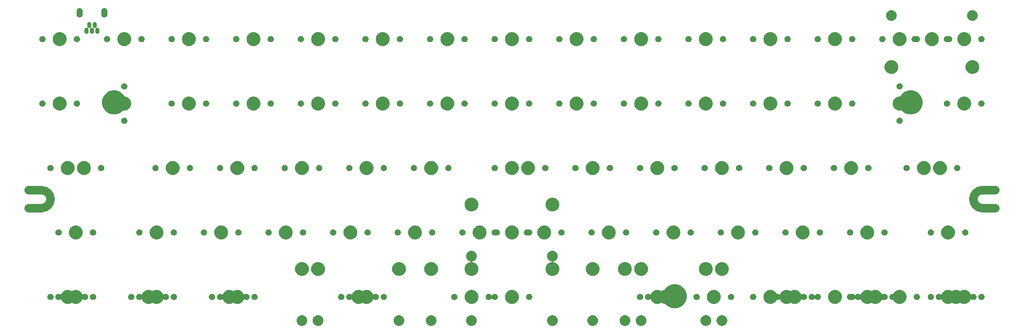
<source format=gts>
G04 #@! TF.GenerationSoftware,KiCad,Pcbnew,(5.1.2-1)-1*
G04 #@! TF.CreationDate,2020-02-01T20:20:05+01:00*
G04 #@! TF.ProjectId,tsuka60,7473756b-6136-4302-9e6b-696361645f70,rev?*
G04 #@! TF.SameCoordinates,Original*
G04 #@! TF.FileFunction,Soldermask,Top*
G04 #@! TF.FilePolarity,Negative*
%FSLAX46Y46*%
G04 Gerber Fmt 4.6, Leading zero omitted, Abs format (unit mm)*
G04 Created by KiCad (PCBNEW (5.1.2-1)-1) date 2020-02-01 20:20:05*
%MOMM*%
%LPD*%
G04 APERTURE LIST*
%ADD10C,2.501900*%
%ADD11C,0.100000*%
G04 APERTURE END LIST*
D10*
X376031250Y-166092800D02*
X379831250Y-166092800D01*
X373380300Y-168743750D02*
G75*
G02X376031250Y-166092800I2650950J0D01*
G01*
X376031250Y-171394700D02*
G75*
G02X373380300Y-168743750I0J2650950D01*
G01*
X376031250Y-171394700D02*
X379881250Y-171394700D01*
X94831250Y-166092800D02*
X98631250Y-166092800D01*
X101282200Y-168743750D02*
G75*
G03X98631250Y-166092800I-2650950J0D01*
G01*
X98631250Y-171394700D02*
G75*
G03X101282200Y-168743750I0J2650950D01*
G01*
X94831250Y-171394700D02*
X98631250Y-171394700D01*
D11*
G36*
X299703161Y-203114276D02*
G01*
X299821887Y-203163454D01*
X299989791Y-203233002D01*
X299989792Y-203233003D01*
X300247754Y-203405367D01*
X300467133Y-203624746D01*
X300582303Y-203797111D01*
X300639498Y-203882709D01*
X300758224Y-204169340D01*
X300818750Y-204473625D01*
X300818750Y-204783875D01*
X300758224Y-205088160D01*
X300639498Y-205374791D01*
X300639497Y-205374792D01*
X300467133Y-205632754D01*
X300247754Y-205852133D01*
X300075389Y-205967303D01*
X299989791Y-206024498D01*
X299821887Y-206094046D01*
X299703161Y-206143224D01*
X299551017Y-206173487D01*
X299398875Y-206203750D01*
X299088625Y-206203750D01*
X298784339Y-206143224D01*
X298665613Y-206094046D01*
X298497709Y-206024498D01*
X298412111Y-205967303D01*
X298239746Y-205852133D01*
X298020367Y-205632754D01*
X297848003Y-205374792D01*
X297848002Y-205374791D01*
X297729276Y-205088160D01*
X297668750Y-204783875D01*
X297668750Y-204473625D01*
X297729276Y-204169340D01*
X297848002Y-203882709D01*
X297905197Y-203797111D01*
X298020367Y-203624746D01*
X298239746Y-203405367D01*
X298497708Y-203233003D01*
X298497709Y-203233002D01*
X298665613Y-203163454D01*
X298784339Y-203114276D01*
X299088625Y-203053750D01*
X299398875Y-203053750D01*
X299703161Y-203114276D01*
X299703161Y-203114276D01*
G37*
G36*
X294972411Y-203114276D02*
G01*
X295091137Y-203163454D01*
X295259041Y-203233002D01*
X295259042Y-203233003D01*
X295517004Y-203405367D01*
X295736383Y-203624746D01*
X295851553Y-203797111D01*
X295908748Y-203882709D01*
X296027474Y-204169340D01*
X296088000Y-204473625D01*
X296088000Y-204783875D01*
X296027474Y-205088160D01*
X295908748Y-205374791D01*
X295908747Y-205374792D01*
X295736383Y-205632754D01*
X295517004Y-205852133D01*
X295344639Y-205967303D01*
X295259041Y-206024498D01*
X295091137Y-206094046D01*
X294972411Y-206143224D01*
X294820267Y-206173487D01*
X294668125Y-206203750D01*
X294326125Y-206203750D01*
X294021839Y-206143224D01*
X293903113Y-206094046D01*
X293735209Y-206024498D01*
X293649611Y-205967303D01*
X293477246Y-205852133D01*
X293257867Y-205632754D01*
X293085503Y-205374792D01*
X293085502Y-205374791D01*
X292966776Y-205088160D01*
X292906250Y-204783875D01*
X292906250Y-204473625D01*
X292966776Y-204169340D01*
X293085502Y-203882709D01*
X293142697Y-203797111D01*
X293257867Y-203624746D01*
X293477246Y-203405367D01*
X293735208Y-203233003D01*
X293735209Y-203233002D01*
X293903113Y-203163454D01*
X294021839Y-203114276D01*
X294326125Y-203053750D01*
X294668125Y-203053750D01*
X294972411Y-203114276D01*
X294972411Y-203114276D01*
G37*
G36*
X275884311Y-203114276D02*
G01*
X276003037Y-203163454D01*
X276170941Y-203233002D01*
X276170942Y-203233003D01*
X276428904Y-203405367D01*
X276648283Y-203624746D01*
X276763453Y-203797111D01*
X276820648Y-203882709D01*
X276939374Y-204169340D01*
X276999900Y-204473625D01*
X276999900Y-204783875D01*
X276939374Y-205088160D01*
X276820648Y-205374791D01*
X276820647Y-205374792D01*
X276648283Y-205632754D01*
X276428904Y-205852133D01*
X276256539Y-205967303D01*
X276170941Y-206024498D01*
X276003037Y-206094046D01*
X275884311Y-206143224D01*
X275732167Y-206173487D01*
X275580025Y-206203750D01*
X275269775Y-206203750D01*
X274965489Y-206143224D01*
X274846763Y-206094046D01*
X274678859Y-206024498D01*
X274593261Y-205967303D01*
X274420896Y-205852133D01*
X274201517Y-205632754D01*
X274029153Y-205374792D01*
X274029152Y-205374791D01*
X273910426Y-205088160D01*
X273849900Y-204783875D01*
X273849900Y-204473625D01*
X273910426Y-204169340D01*
X274029152Y-203882709D01*
X274086347Y-203797111D01*
X274201517Y-203624746D01*
X274420896Y-203405367D01*
X274678858Y-203233003D01*
X274678859Y-203233002D01*
X274846763Y-203163454D01*
X274965489Y-203114276D01*
X275269775Y-203053750D01*
X275580025Y-203053750D01*
X275884311Y-203114276D01*
X275884311Y-203114276D01*
G37*
G36*
X271096411Y-203114276D02*
G01*
X271215137Y-203163454D01*
X271383041Y-203233002D01*
X271383042Y-203233003D01*
X271641004Y-203405367D01*
X271860383Y-203624746D01*
X271975553Y-203797111D01*
X272032748Y-203882709D01*
X272151474Y-204169340D01*
X272212000Y-204473625D01*
X272212000Y-204783875D01*
X272151474Y-205088160D01*
X272032748Y-205374791D01*
X272032747Y-205374792D01*
X271860383Y-205632754D01*
X271641004Y-205852133D01*
X271468639Y-205967303D01*
X271383041Y-206024498D01*
X271215137Y-206094046D01*
X271096411Y-206143224D01*
X270944267Y-206173487D01*
X270792125Y-206203750D01*
X270481875Y-206203750D01*
X270177589Y-206143224D01*
X270058863Y-206094046D01*
X269890959Y-206024498D01*
X269805361Y-205967303D01*
X269632996Y-205852133D01*
X269413617Y-205632754D01*
X269241253Y-205374792D01*
X269241252Y-205374791D01*
X269122526Y-205088160D01*
X269062000Y-204783875D01*
X269062000Y-204473625D01*
X269122526Y-204169340D01*
X269241252Y-203882709D01*
X269298447Y-203797111D01*
X269413617Y-203624746D01*
X269632996Y-203405367D01*
X269890958Y-203233003D01*
X269890959Y-203233002D01*
X270058863Y-203163454D01*
X270177589Y-203114276D01*
X270481875Y-203053750D01*
X270792125Y-203053750D01*
X271096411Y-203114276D01*
X271096411Y-203114276D01*
G37*
G36*
X261603161Y-203114276D02*
G01*
X261721887Y-203163454D01*
X261889791Y-203233002D01*
X261889792Y-203233003D01*
X262147754Y-203405367D01*
X262367133Y-203624746D01*
X262482303Y-203797111D01*
X262539498Y-203882709D01*
X262658224Y-204169340D01*
X262718750Y-204473625D01*
X262718750Y-204783875D01*
X262658224Y-205088160D01*
X262539498Y-205374791D01*
X262539497Y-205374792D01*
X262367133Y-205632754D01*
X262147754Y-205852133D01*
X261975389Y-205967303D01*
X261889791Y-206024498D01*
X261721887Y-206094046D01*
X261603161Y-206143224D01*
X261451017Y-206173487D01*
X261298875Y-206203750D01*
X260988625Y-206203750D01*
X260684339Y-206143224D01*
X260565613Y-206094046D01*
X260397709Y-206024498D01*
X260312111Y-205967303D01*
X260139746Y-205852133D01*
X259920367Y-205632754D01*
X259748003Y-205374792D01*
X259748002Y-205374791D01*
X259629276Y-205088160D01*
X259568750Y-204783875D01*
X259568750Y-204473625D01*
X259629276Y-204169340D01*
X259748002Y-203882709D01*
X259805197Y-203797111D01*
X259920367Y-203624746D01*
X260139746Y-203405367D01*
X260397708Y-203233003D01*
X260397709Y-203233002D01*
X260565613Y-203163454D01*
X260684339Y-203114276D01*
X260988625Y-203053750D01*
X261298875Y-203053750D01*
X261603161Y-203114276D01*
X261603161Y-203114276D01*
G37*
G36*
X249728661Y-203114276D02*
G01*
X249847387Y-203163454D01*
X250015291Y-203233002D01*
X250015292Y-203233003D01*
X250273254Y-203405367D01*
X250492633Y-203624746D01*
X250607803Y-203797111D01*
X250664998Y-203882709D01*
X250783724Y-204169340D01*
X250844250Y-204473625D01*
X250844250Y-204783875D01*
X250783724Y-205088160D01*
X250664998Y-205374791D01*
X250664997Y-205374792D01*
X250492633Y-205632754D01*
X250273254Y-205852133D01*
X250100889Y-205967303D01*
X250015291Y-206024498D01*
X249847387Y-206094046D01*
X249728661Y-206143224D01*
X249576517Y-206173487D01*
X249424375Y-206203750D01*
X249114125Y-206203750D01*
X248809839Y-206143224D01*
X248691113Y-206094046D01*
X248523209Y-206024498D01*
X248437611Y-205967303D01*
X248265246Y-205852133D01*
X248045867Y-205632754D01*
X247873503Y-205374792D01*
X247873502Y-205374791D01*
X247754776Y-205088160D01*
X247694250Y-204783875D01*
X247694250Y-204473625D01*
X247754776Y-204169340D01*
X247873502Y-203882709D01*
X247930697Y-203797111D01*
X248045867Y-203624746D01*
X248265246Y-203405367D01*
X248523208Y-203233003D01*
X248523209Y-203233002D01*
X248691113Y-203163454D01*
X248809839Y-203114276D01*
X249114125Y-203053750D01*
X249424375Y-203053750D01*
X249728661Y-203114276D01*
X249728661Y-203114276D01*
G37*
G36*
X225852661Y-203114276D02*
G01*
X225971387Y-203163454D01*
X226139291Y-203233002D01*
X226139292Y-203233003D01*
X226397254Y-203405367D01*
X226616633Y-203624746D01*
X226731803Y-203797111D01*
X226788998Y-203882709D01*
X226907724Y-204169340D01*
X226968250Y-204473625D01*
X226968250Y-204783875D01*
X226907724Y-205088160D01*
X226788998Y-205374791D01*
X226788997Y-205374792D01*
X226616633Y-205632754D01*
X226397254Y-205852133D01*
X226224889Y-205967303D01*
X226139291Y-206024498D01*
X225971387Y-206094046D01*
X225852661Y-206143224D01*
X225700517Y-206173487D01*
X225548375Y-206203750D01*
X225238125Y-206203750D01*
X224933839Y-206143224D01*
X224815113Y-206094046D01*
X224647209Y-206024498D01*
X224561611Y-205967303D01*
X224389246Y-205852133D01*
X224169867Y-205632754D01*
X223997503Y-205374792D01*
X223997502Y-205374791D01*
X223878776Y-205088160D01*
X223818250Y-204783875D01*
X223818250Y-204473625D01*
X223878776Y-204169340D01*
X223997502Y-203882709D01*
X224054697Y-203797111D01*
X224169867Y-203624746D01*
X224389246Y-203405367D01*
X224647208Y-203233003D01*
X224647209Y-203233002D01*
X224815113Y-203163454D01*
X224933839Y-203114276D01*
X225238125Y-203053750D01*
X225548375Y-203053750D01*
X225852661Y-203114276D01*
X225852661Y-203114276D01*
G37*
G36*
X213978161Y-203114276D02*
G01*
X214096887Y-203163454D01*
X214264791Y-203233002D01*
X214264792Y-203233003D01*
X214522754Y-203405367D01*
X214742133Y-203624746D01*
X214857303Y-203797111D01*
X214914498Y-203882709D01*
X215033224Y-204169340D01*
X215093750Y-204473625D01*
X215093750Y-204783875D01*
X215033224Y-205088160D01*
X214914498Y-205374791D01*
X214914497Y-205374792D01*
X214742133Y-205632754D01*
X214522754Y-205852133D01*
X214350389Y-205967303D01*
X214264791Y-206024498D01*
X214096887Y-206094046D01*
X213978161Y-206143224D01*
X213826017Y-206173487D01*
X213673875Y-206203750D01*
X213363625Y-206203750D01*
X213059339Y-206143224D01*
X212940613Y-206094046D01*
X212772709Y-206024498D01*
X212687111Y-205967303D01*
X212514746Y-205852133D01*
X212295367Y-205632754D01*
X212123003Y-205374792D01*
X212123002Y-205374791D01*
X212004276Y-205088160D01*
X211943750Y-204783875D01*
X211943750Y-204473625D01*
X212004276Y-204169340D01*
X212123002Y-203882709D01*
X212180197Y-203797111D01*
X212295367Y-203624746D01*
X212514746Y-203405367D01*
X212772708Y-203233003D01*
X212772709Y-203233002D01*
X212940613Y-203163454D01*
X213059339Y-203114276D01*
X213363625Y-203053750D01*
X213673875Y-203053750D01*
X213978161Y-203114276D01*
X213978161Y-203114276D01*
G37*
G36*
X204484911Y-203114276D02*
G01*
X204603637Y-203163454D01*
X204771541Y-203233002D01*
X204771542Y-203233003D01*
X205029504Y-203405367D01*
X205248883Y-203624746D01*
X205364053Y-203797111D01*
X205421248Y-203882709D01*
X205539974Y-204169340D01*
X205600500Y-204473625D01*
X205600500Y-204783875D01*
X205539974Y-205088160D01*
X205421248Y-205374791D01*
X205421247Y-205374792D01*
X205248883Y-205632754D01*
X205029504Y-205852133D01*
X204857139Y-205967303D01*
X204771541Y-206024498D01*
X204603637Y-206094046D01*
X204484911Y-206143224D01*
X204332767Y-206173487D01*
X204180625Y-206203750D01*
X203870375Y-206203750D01*
X203566089Y-206143224D01*
X203447363Y-206094046D01*
X203279459Y-206024498D01*
X203193861Y-205967303D01*
X203021496Y-205852133D01*
X202802117Y-205632754D01*
X202629753Y-205374792D01*
X202629752Y-205374791D01*
X202511026Y-205088160D01*
X202450500Y-204783875D01*
X202450500Y-204473625D01*
X202511026Y-204169340D01*
X202629752Y-203882709D01*
X202686947Y-203797111D01*
X202802117Y-203624746D01*
X203021496Y-203405367D01*
X203279458Y-203233003D01*
X203279459Y-203233002D01*
X203447363Y-203163454D01*
X203566089Y-203114276D01*
X203870375Y-203053750D01*
X204180625Y-203053750D01*
X204484911Y-203114276D01*
X204484911Y-203114276D01*
G37*
G36*
X180640661Y-203114276D02*
G01*
X180759387Y-203163454D01*
X180927291Y-203233002D01*
X180927292Y-203233003D01*
X181185254Y-203405367D01*
X181404633Y-203624746D01*
X181519803Y-203797111D01*
X181576998Y-203882709D01*
X181695724Y-204169340D01*
X181756250Y-204473625D01*
X181756250Y-204783875D01*
X181695724Y-205088160D01*
X181576998Y-205374791D01*
X181576997Y-205374792D01*
X181404633Y-205632754D01*
X181185254Y-205852133D01*
X181012889Y-205967303D01*
X180927291Y-206024498D01*
X180759387Y-206094046D01*
X180640661Y-206143224D01*
X180488517Y-206173487D01*
X180336375Y-206203750D01*
X179994375Y-206203750D01*
X179690089Y-206143224D01*
X179571363Y-206094046D01*
X179403459Y-206024498D01*
X179317861Y-205967303D01*
X179145496Y-205852133D01*
X178926117Y-205632754D01*
X178753753Y-205374792D01*
X178753752Y-205374791D01*
X178635026Y-205088160D01*
X178574500Y-204783875D01*
X178574500Y-204473625D01*
X178635026Y-204169340D01*
X178753752Y-203882709D01*
X178810947Y-203797111D01*
X178926117Y-203624746D01*
X179145496Y-203405367D01*
X179403458Y-203233003D01*
X179403459Y-203233002D01*
X179571363Y-203163454D01*
X179690089Y-203114276D01*
X179994375Y-203053750D01*
X180336375Y-203053750D01*
X180640661Y-203114276D01*
X180640661Y-203114276D01*
G37*
G36*
X175884511Y-203114276D02*
G01*
X176003237Y-203163454D01*
X176171141Y-203233002D01*
X176171142Y-203233003D01*
X176429104Y-203405367D01*
X176648483Y-203624746D01*
X176763653Y-203797111D01*
X176820848Y-203882709D01*
X176939574Y-204169340D01*
X177000100Y-204473625D01*
X177000100Y-204783875D01*
X176939574Y-205088160D01*
X176820848Y-205374791D01*
X176820847Y-205374792D01*
X176648483Y-205632754D01*
X176429104Y-205852133D01*
X176256739Y-205967303D01*
X176171141Y-206024498D01*
X176003237Y-206094046D01*
X175884511Y-206143224D01*
X175732367Y-206173487D01*
X175580225Y-206203750D01*
X175263625Y-206203750D01*
X174959339Y-206143224D01*
X174840613Y-206094046D01*
X174672709Y-206024498D01*
X174587111Y-205967303D01*
X174414746Y-205852133D01*
X174195367Y-205632754D01*
X174023003Y-205374792D01*
X174023002Y-205374791D01*
X173904276Y-205088160D01*
X173843750Y-204783875D01*
X173843750Y-204473625D01*
X173904276Y-204169340D01*
X174023002Y-203882709D01*
X174080197Y-203797111D01*
X174195367Y-203624746D01*
X174414746Y-203405367D01*
X174672708Y-203233003D01*
X174672709Y-203233002D01*
X174840613Y-203163454D01*
X174959339Y-203114276D01*
X175263625Y-203053750D01*
X175580225Y-203053750D01*
X175884511Y-203114276D01*
X175884511Y-203114276D01*
G37*
G36*
X286367072Y-194029097D02*
G01*
X287013334Y-194296788D01*
X287013336Y-194296789D01*
X287594957Y-194685415D01*
X288089585Y-195180043D01*
X288421930Y-195677434D01*
X288478212Y-195761666D01*
X288745903Y-196407928D01*
X288882370Y-197093994D01*
X288882370Y-197793506D01*
X288745903Y-198479572D01*
X288552164Y-198947298D01*
X288478211Y-199125836D01*
X288089585Y-199707457D01*
X287594957Y-200202085D01*
X287013336Y-200590711D01*
X287013335Y-200590712D01*
X287013334Y-200590712D01*
X286367072Y-200858403D01*
X285681006Y-200994870D01*
X284981494Y-200994870D01*
X284295428Y-200858403D01*
X283649166Y-200590712D01*
X283649165Y-200590712D01*
X283649164Y-200590711D01*
X283067543Y-200202085D01*
X282590714Y-199725256D01*
X282571778Y-199709716D01*
X282550167Y-199698165D01*
X282526718Y-199691052D01*
X282502332Y-199688650D01*
X282373594Y-199688650D01*
X281978526Y-199610066D01*
X281760526Y-199519767D01*
X281606377Y-199455917D01*
X281453819Y-199353981D01*
X281432210Y-199342431D01*
X281408761Y-199335318D01*
X281384375Y-199332916D01*
X281359989Y-199335318D01*
X281336540Y-199342431D01*
X281314931Y-199353981D01*
X281162373Y-199455917D01*
X281008224Y-199519767D01*
X280790224Y-199610066D01*
X280395156Y-199688650D01*
X279992344Y-199688650D01*
X279597276Y-199610066D01*
X279379276Y-199519767D01*
X279225127Y-199455917D01*
X278890202Y-199232127D01*
X278605373Y-198947298D01*
X278381583Y-198612373D01*
X278293358Y-198399378D01*
X278281807Y-198377767D01*
X278266262Y-198358825D01*
X278247320Y-198343280D01*
X278225709Y-198331729D01*
X278202260Y-198324616D01*
X278177874Y-198322214D01*
X278153488Y-198324616D01*
X278130039Y-198331729D01*
X278108428Y-198343280D01*
X278089497Y-198358816D01*
X278085291Y-198363022D01*
X277933626Y-198464361D01*
X277765104Y-198534165D01*
X277586203Y-198569750D01*
X277403797Y-198569750D01*
X277224896Y-198534165D01*
X277056374Y-198464361D01*
X276904709Y-198363022D01*
X276775728Y-198234041D01*
X276674389Y-198082376D01*
X276604585Y-197913854D01*
X276569000Y-197734953D01*
X276569000Y-197552547D01*
X276604585Y-197373646D01*
X276674389Y-197205124D01*
X276775728Y-197053459D01*
X276904709Y-196924478D01*
X277056374Y-196823139D01*
X277224896Y-196753335D01*
X277403797Y-196717750D01*
X277586203Y-196717750D01*
X277765104Y-196753335D01*
X277933626Y-196823139D01*
X278085291Y-196924478D01*
X278089497Y-196928684D01*
X278108428Y-196944220D01*
X278130039Y-196955771D01*
X278153488Y-196962884D01*
X278177874Y-196965286D01*
X278202260Y-196962884D01*
X278225709Y-196955771D01*
X278247320Y-196944220D01*
X278266262Y-196928675D01*
X278281807Y-196909733D01*
X278293358Y-196888122D01*
X278346317Y-196760268D01*
X278381583Y-196675127D01*
X278605373Y-196340202D01*
X278890202Y-196055373D01*
X279225127Y-195831583D01*
X279393927Y-195761664D01*
X279597276Y-195677434D01*
X279992344Y-195598850D01*
X280395156Y-195598850D01*
X280790224Y-195677434D01*
X280993573Y-195761664D01*
X281162373Y-195831583D01*
X281314929Y-195933518D01*
X281336540Y-195945069D01*
X281359989Y-195952182D01*
X281384375Y-195954584D01*
X281408761Y-195952182D01*
X281432210Y-195945069D01*
X281453821Y-195933518D01*
X281606377Y-195831583D01*
X281775177Y-195761664D01*
X281978526Y-195677434D01*
X282229954Y-195627422D01*
X282253403Y-195620309D01*
X282275014Y-195608758D01*
X282293956Y-195593213D01*
X282309501Y-195574271D01*
X282572915Y-195180043D01*
X283067543Y-194685415D01*
X283649164Y-194296789D01*
X283649166Y-194296788D01*
X284295428Y-194029097D01*
X284981494Y-193892630D01*
X285681006Y-193892630D01*
X286367072Y-194029097D01*
X286367072Y-194029097D01*
G37*
G36*
X130771474Y-195677434D02*
G01*
X130974823Y-195761664D01*
X131143623Y-195831583D01*
X131296179Y-195933518D01*
X131317790Y-195945069D01*
X131341239Y-195952182D01*
X131365625Y-195954584D01*
X131390011Y-195952182D01*
X131413460Y-195945069D01*
X131435071Y-195933518D01*
X131587627Y-195831583D01*
X131756427Y-195761664D01*
X131959776Y-195677434D01*
X132354844Y-195598850D01*
X132757656Y-195598850D01*
X133152724Y-195677434D01*
X133356073Y-195761664D01*
X133524873Y-195831583D01*
X133859798Y-196055373D01*
X134144627Y-196340202D01*
X134368417Y-196675127D01*
X134403683Y-196760268D01*
X134456642Y-196888122D01*
X134468193Y-196909733D01*
X134483738Y-196928675D01*
X134502680Y-196944220D01*
X134524291Y-196955771D01*
X134547740Y-196962884D01*
X134572126Y-196965286D01*
X134596512Y-196962884D01*
X134619961Y-196955771D01*
X134641572Y-196944220D01*
X134660503Y-196928684D01*
X134664709Y-196924478D01*
X134816374Y-196823139D01*
X134984896Y-196753335D01*
X135163797Y-196717750D01*
X135346203Y-196717750D01*
X135525104Y-196753335D01*
X135693626Y-196823139D01*
X135845291Y-196924478D01*
X135974272Y-197053459D01*
X136075611Y-197205124D01*
X136145415Y-197373646D01*
X136181000Y-197552547D01*
X136181000Y-197734953D01*
X136145415Y-197913854D01*
X136075611Y-198082376D01*
X135974272Y-198234041D01*
X135845291Y-198363022D01*
X135693626Y-198464361D01*
X135525104Y-198534165D01*
X135346203Y-198569750D01*
X135163797Y-198569750D01*
X134984896Y-198534165D01*
X134816374Y-198464361D01*
X134664709Y-198363022D01*
X134660503Y-198358816D01*
X134641572Y-198343280D01*
X134619961Y-198331729D01*
X134596512Y-198324616D01*
X134572126Y-198322214D01*
X134547740Y-198324616D01*
X134524291Y-198331729D01*
X134502680Y-198343280D01*
X134483738Y-198358825D01*
X134468193Y-198377767D01*
X134456642Y-198399378D01*
X134368417Y-198612373D01*
X134144627Y-198947298D01*
X133859798Y-199232127D01*
X133524873Y-199455917D01*
X133370724Y-199519767D01*
X133152724Y-199610066D01*
X132757656Y-199688650D01*
X132354844Y-199688650D01*
X131959776Y-199610066D01*
X131741776Y-199519767D01*
X131587627Y-199455917D01*
X131435069Y-199353981D01*
X131413460Y-199342431D01*
X131390011Y-199335318D01*
X131365625Y-199332916D01*
X131341239Y-199335318D01*
X131317790Y-199342431D01*
X131296181Y-199353981D01*
X131143623Y-199455917D01*
X130989474Y-199519767D01*
X130771474Y-199610066D01*
X130376406Y-199688650D01*
X129973594Y-199688650D01*
X129578526Y-199610066D01*
X129360526Y-199519767D01*
X129206377Y-199455917D01*
X128871452Y-199232127D01*
X128586623Y-198947298D01*
X128362833Y-198612373D01*
X128274608Y-198399378D01*
X128263057Y-198377767D01*
X128247512Y-198358825D01*
X128228570Y-198343280D01*
X128206959Y-198331729D01*
X128183510Y-198324616D01*
X128159124Y-198322214D01*
X128134738Y-198324616D01*
X128111289Y-198331729D01*
X128089678Y-198343280D01*
X128070747Y-198358816D01*
X128066541Y-198363022D01*
X127914876Y-198464361D01*
X127746354Y-198534165D01*
X127567453Y-198569750D01*
X127385047Y-198569750D01*
X127206146Y-198534165D01*
X127037624Y-198464361D01*
X126885959Y-198363022D01*
X126756978Y-198234041D01*
X126655639Y-198082376D01*
X126585835Y-197913854D01*
X126550250Y-197734953D01*
X126550250Y-197552547D01*
X126585835Y-197373646D01*
X126655639Y-197205124D01*
X126756978Y-197053459D01*
X126885959Y-196924478D01*
X127037624Y-196823139D01*
X127206146Y-196753335D01*
X127385047Y-196717750D01*
X127567453Y-196717750D01*
X127746354Y-196753335D01*
X127914876Y-196823139D01*
X128066541Y-196924478D01*
X128070747Y-196928684D01*
X128089678Y-196944220D01*
X128111289Y-196955771D01*
X128134738Y-196962884D01*
X128159124Y-196965286D01*
X128183510Y-196962884D01*
X128206959Y-196955771D01*
X128228570Y-196944220D01*
X128247512Y-196928675D01*
X128263057Y-196909733D01*
X128274608Y-196888122D01*
X128327567Y-196760268D01*
X128362833Y-196675127D01*
X128586623Y-196340202D01*
X128871452Y-196055373D01*
X129206377Y-195831583D01*
X129375177Y-195761664D01*
X129578526Y-195677434D01*
X129973594Y-195598850D01*
X130376406Y-195598850D01*
X130771474Y-195677434D01*
X130771474Y-195677434D01*
G37*
G36*
X192683974Y-195677434D02*
G01*
X192887323Y-195761664D01*
X193056123Y-195831583D01*
X193208679Y-195933518D01*
X193230290Y-195945069D01*
X193253739Y-195952182D01*
X193278125Y-195954584D01*
X193302511Y-195952182D01*
X193325960Y-195945069D01*
X193347571Y-195933518D01*
X193500127Y-195831583D01*
X193668927Y-195761664D01*
X193872276Y-195677434D01*
X194267344Y-195598850D01*
X194670156Y-195598850D01*
X195065224Y-195677434D01*
X195268573Y-195761664D01*
X195437373Y-195831583D01*
X195772298Y-196055373D01*
X196057127Y-196340202D01*
X196280917Y-196675127D01*
X196316183Y-196760268D01*
X196369142Y-196888122D01*
X196380693Y-196909733D01*
X196396238Y-196928675D01*
X196415180Y-196944220D01*
X196436791Y-196955771D01*
X196460240Y-196962884D01*
X196484626Y-196965286D01*
X196509012Y-196962884D01*
X196532461Y-196955771D01*
X196554072Y-196944220D01*
X196573003Y-196928684D01*
X196577209Y-196924478D01*
X196728874Y-196823139D01*
X196897396Y-196753335D01*
X197076297Y-196717750D01*
X197258703Y-196717750D01*
X197437604Y-196753335D01*
X197606126Y-196823139D01*
X197757791Y-196924478D01*
X197886772Y-197053459D01*
X197988111Y-197205124D01*
X198057915Y-197373646D01*
X198093500Y-197552547D01*
X198093500Y-197734953D01*
X198057915Y-197913854D01*
X197988111Y-198082376D01*
X197886772Y-198234041D01*
X197757791Y-198363022D01*
X197606126Y-198464361D01*
X197437604Y-198534165D01*
X197258703Y-198569750D01*
X197076297Y-198569750D01*
X196897396Y-198534165D01*
X196728874Y-198464361D01*
X196577209Y-198363022D01*
X196573003Y-198358816D01*
X196554072Y-198343280D01*
X196532461Y-198331729D01*
X196509012Y-198324616D01*
X196484626Y-198322214D01*
X196460240Y-198324616D01*
X196436791Y-198331729D01*
X196415180Y-198343280D01*
X196396238Y-198358825D01*
X196380693Y-198377767D01*
X196369142Y-198399378D01*
X196280917Y-198612373D01*
X196057127Y-198947298D01*
X195772298Y-199232127D01*
X195437373Y-199455917D01*
X195283224Y-199519767D01*
X195065224Y-199610066D01*
X194670156Y-199688650D01*
X194267344Y-199688650D01*
X193872276Y-199610066D01*
X193654276Y-199519767D01*
X193500127Y-199455917D01*
X193347569Y-199353981D01*
X193325960Y-199342431D01*
X193302511Y-199335318D01*
X193278125Y-199332916D01*
X193253739Y-199335318D01*
X193230290Y-199342431D01*
X193208681Y-199353981D01*
X193056123Y-199455917D01*
X192901974Y-199519767D01*
X192683974Y-199610066D01*
X192288906Y-199688650D01*
X191886094Y-199688650D01*
X191491026Y-199610066D01*
X191273026Y-199519767D01*
X191118877Y-199455917D01*
X190783952Y-199232127D01*
X190499123Y-198947298D01*
X190275333Y-198612373D01*
X190187108Y-198399378D01*
X190175557Y-198377767D01*
X190160012Y-198358825D01*
X190141070Y-198343280D01*
X190119459Y-198331729D01*
X190096010Y-198324616D01*
X190071624Y-198322214D01*
X190047238Y-198324616D01*
X190023789Y-198331729D01*
X190002178Y-198343280D01*
X189983247Y-198358816D01*
X189979041Y-198363022D01*
X189827376Y-198464361D01*
X189658854Y-198534165D01*
X189479953Y-198569750D01*
X189297547Y-198569750D01*
X189118646Y-198534165D01*
X188950124Y-198464361D01*
X188798459Y-198363022D01*
X188669478Y-198234041D01*
X188568139Y-198082376D01*
X188498335Y-197913854D01*
X188462750Y-197734953D01*
X188462750Y-197552547D01*
X188498335Y-197373646D01*
X188568139Y-197205124D01*
X188669478Y-197053459D01*
X188798459Y-196924478D01*
X188950124Y-196823139D01*
X189118646Y-196753335D01*
X189297547Y-196717750D01*
X189479953Y-196717750D01*
X189658854Y-196753335D01*
X189827376Y-196823139D01*
X189979041Y-196924478D01*
X189983247Y-196928684D01*
X190002178Y-196944220D01*
X190023789Y-196955771D01*
X190047238Y-196962884D01*
X190071624Y-196965286D01*
X190096010Y-196962884D01*
X190119459Y-196955771D01*
X190141070Y-196944220D01*
X190160012Y-196928675D01*
X190175557Y-196909733D01*
X190187108Y-196888122D01*
X190240067Y-196760268D01*
X190275333Y-196675127D01*
X190499123Y-196340202D01*
X190783952Y-196055373D01*
X191118877Y-195831583D01*
X191287677Y-195761664D01*
X191491026Y-195677434D01*
X191886094Y-195598850D01*
X192288906Y-195598850D01*
X192683974Y-195677434D01*
X192683974Y-195677434D01*
G37*
G36*
X297458974Y-195677434D02*
G01*
X297662323Y-195761664D01*
X297831123Y-195831583D01*
X298166048Y-196055373D01*
X298450877Y-196340202D01*
X298674667Y-196675127D01*
X298709933Y-196760268D01*
X298828816Y-197047276D01*
X298907400Y-197442344D01*
X298907400Y-197845156D01*
X298828816Y-198240224D01*
X298777951Y-198363022D01*
X298674667Y-198612373D01*
X298450877Y-198947298D01*
X298166048Y-199232127D01*
X297831123Y-199455917D01*
X297676974Y-199519767D01*
X297458974Y-199610066D01*
X297063906Y-199688650D01*
X296661094Y-199688650D01*
X296266026Y-199610066D01*
X296048026Y-199519767D01*
X295893877Y-199455917D01*
X295558952Y-199232127D01*
X295274123Y-198947298D01*
X295050333Y-198612373D01*
X294947049Y-198363022D01*
X294896184Y-198240224D01*
X294817600Y-197845156D01*
X294817600Y-197442344D01*
X294896184Y-197047276D01*
X295015067Y-196760268D01*
X295050333Y-196675127D01*
X295274123Y-196340202D01*
X295558952Y-196055373D01*
X295893877Y-195831583D01*
X296062677Y-195761664D01*
X296266026Y-195677434D01*
X296661094Y-195598850D01*
X297063906Y-195598850D01*
X297458974Y-195677434D01*
X297458974Y-195677434D01*
G37*
G36*
X333177724Y-195677434D02*
G01*
X333381073Y-195761664D01*
X333549873Y-195831583D01*
X333884798Y-196055373D01*
X334169627Y-196340202D01*
X334393417Y-196675127D01*
X334428683Y-196760268D01*
X334547566Y-197047276D01*
X334626150Y-197442344D01*
X334626150Y-197845156D01*
X334547566Y-198240224D01*
X334496701Y-198363022D01*
X334393417Y-198612373D01*
X334169627Y-198947298D01*
X333884798Y-199232127D01*
X333549873Y-199455917D01*
X333395724Y-199519767D01*
X333177724Y-199610066D01*
X332782656Y-199688650D01*
X332379844Y-199688650D01*
X331984776Y-199610066D01*
X331766776Y-199519767D01*
X331612627Y-199455917D01*
X331277702Y-199232127D01*
X330992873Y-198947298D01*
X330769083Y-198612373D01*
X330665799Y-198363022D01*
X330614934Y-198240224D01*
X330536350Y-197845156D01*
X330536350Y-197442344D01*
X330614934Y-197047276D01*
X330733817Y-196760268D01*
X330769083Y-196675127D01*
X330992873Y-196340202D01*
X331277702Y-196055373D01*
X331612627Y-195831583D01*
X331781427Y-195761664D01*
X331984776Y-195677434D01*
X332379844Y-195598850D01*
X332782656Y-195598850D01*
X333177724Y-195677434D01*
X333177724Y-195677434D01*
G37*
G36*
X237927724Y-195677434D02*
G01*
X238131073Y-195761664D01*
X238299873Y-195831583D01*
X238634798Y-196055373D01*
X238919627Y-196340202D01*
X239143417Y-196675127D01*
X239178683Y-196760268D01*
X239297566Y-197047276D01*
X239376150Y-197442344D01*
X239376150Y-197845156D01*
X239297566Y-198240224D01*
X239246701Y-198363022D01*
X239143417Y-198612373D01*
X238919627Y-198947298D01*
X238634798Y-199232127D01*
X238299873Y-199455917D01*
X238145724Y-199519767D01*
X237927724Y-199610066D01*
X237532656Y-199688650D01*
X237129844Y-199688650D01*
X236734776Y-199610066D01*
X236516776Y-199519767D01*
X236362627Y-199455917D01*
X236027702Y-199232127D01*
X235742873Y-198947298D01*
X235519083Y-198612373D01*
X235415799Y-198363022D01*
X235364934Y-198240224D01*
X235286350Y-197845156D01*
X235286350Y-197442344D01*
X235364934Y-197047276D01*
X235483817Y-196760268D01*
X235519083Y-196675127D01*
X235742873Y-196340202D01*
X236027702Y-196055373D01*
X236362627Y-195831583D01*
X236531427Y-195761664D01*
X236734776Y-195677434D01*
X237129844Y-195598850D01*
X237532656Y-195598850D01*
X237927724Y-195677434D01*
X237927724Y-195677434D01*
G37*
G36*
X352227724Y-195677434D02*
G01*
X352431073Y-195761664D01*
X352599873Y-195831583D01*
X352934798Y-196055373D01*
X353219627Y-196340202D01*
X353443417Y-196675127D01*
X353478683Y-196760268D01*
X353597566Y-197047276D01*
X353676150Y-197442344D01*
X353676150Y-197845156D01*
X353597566Y-198240224D01*
X353546701Y-198363022D01*
X353443417Y-198612373D01*
X353219627Y-198947298D01*
X352934798Y-199232127D01*
X352599873Y-199455917D01*
X352445724Y-199519767D01*
X352227724Y-199610066D01*
X351832656Y-199688650D01*
X351429844Y-199688650D01*
X351034776Y-199610066D01*
X350816776Y-199519767D01*
X350662627Y-199455917D01*
X350327702Y-199232127D01*
X350042873Y-198947298D01*
X349821531Y-198616037D01*
X349805985Y-198597095D01*
X349787044Y-198581550D01*
X349765433Y-198569999D01*
X349741984Y-198562886D01*
X349717598Y-198560484D01*
X349693212Y-198562886D01*
X349658704Y-198569750D01*
X349476297Y-198569750D01*
X349297396Y-198534165D01*
X349128874Y-198464361D01*
X348977209Y-198363022D01*
X348848228Y-198234041D01*
X348746889Y-198082376D01*
X348677085Y-197913854D01*
X348641500Y-197734953D01*
X348641500Y-197552547D01*
X348677085Y-197373646D01*
X348746889Y-197205124D01*
X348848228Y-197053459D01*
X348977209Y-196924478D01*
X349128874Y-196823139D01*
X349297396Y-196753335D01*
X349476297Y-196717750D01*
X349658704Y-196717750D01*
X349693212Y-196724614D01*
X349717598Y-196727016D01*
X349741984Y-196724614D01*
X349765433Y-196717501D01*
X349787044Y-196705950D01*
X349805986Y-196690404D01*
X349821531Y-196671463D01*
X350042872Y-196340204D01*
X350042873Y-196340202D01*
X350327702Y-196055373D01*
X350662627Y-195831583D01*
X350831427Y-195761664D01*
X351034776Y-195677434D01*
X351429844Y-195598850D01*
X351832656Y-195598850D01*
X352227724Y-195677434D01*
X352227724Y-195677434D01*
G37*
G36*
X366515224Y-195677434D02*
G01*
X366718573Y-195761664D01*
X366887373Y-195831583D01*
X367039929Y-195933518D01*
X367061540Y-195945069D01*
X367084989Y-195952182D01*
X367109375Y-195954584D01*
X367133761Y-195952182D01*
X367157210Y-195945069D01*
X367178821Y-195933518D01*
X367331377Y-195831583D01*
X367500177Y-195761664D01*
X367703526Y-195677434D01*
X368098594Y-195598850D01*
X368501406Y-195598850D01*
X368896474Y-195677434D01*
X369099823Y-195761664D01*
X369268623Y-195831583D01*
X369421179Y-195933518D01*
X369442790Y-195945069D01*
X369466239Y-195952182D01*
X369490625Y-195954584D01*
X369515011Y-195952182D01*
X369538460Y-195945069D01*
X369560071Y-195933518D01*
X369712627Y-195831583D01*
X369881427Y-195761664D01*
X370084776Y-195677434D01*
X370479844Y-195598850D01*
X370882656Y-195598850D01*
X371277724Y-195677434D01*
X371481073Y-195761664D01*
X371649873Y-195831583D01*
X371984798Y-196055373D01*
X372269627Y-196340202D01*
X372493417Y-196675127D01*
X372528683Y-196760268D01*
X372581642Y-196888122D01*
X372593193Y-196909733D01*
X372608738Y-196928675D01*
X372627680Y-196944220D01*
X372649291Y-196955771D01*
X372672740Y-196962884D01*
X372697126Y-196965286D01*
X372721512Y-196962884D01*
X372744961Y-196955771D01*
X372766572Y-196944220D01*
X372785503Y-196928684D01*
X372789709Y-196924478D01*
X372941374Y-196823139D01*
X373109896Y-196753335D01*
X373288797Y-196717750D01*
X373471203Y-196717750D01*
X373650104Y-196753335D01*
X373818626Y-196823139D01*
X373970291Y-196924478D01*
X374099272Y-197053459D01*
X374200611Y-197205124D01*
X374270415Y-197373646D01*
X374306000Y-197552547D01*
X374306000Y-197734953D01*
X374270415Y-197913854D01*
X374200611Y-198082376D01*
X374099272Y-198234041D01*
X373970291Y-198363022D01*
X373818626Y-198464361D01*
X373650104Y-198534165D01*
X373471203Y-198569750D01*
X373288797Y-198569750D01*
X373109896Y-198534165D01*
X372941374Y-198464361D01*
X372789709Y-198363022D01*
X372785503Y-198358816D01*
X372766572Y-198343280D01*
X372744961Y-198331729D01*
X372721512Y-198324616D01*
X372697126Y-198322214D01*
X372672740Y-198324616D01*
X372649291Y-198331729D01*
X372627680Y-198343280D01*
X372608738Y-198358825D01*
X372593193Y-198377767D01*
X372581642Y-198399378D01*
X372493417Y-198612373D01*
X372269627Y-198947298D01*
X371984798Y-199232127D01*
X371649873Y-199455917D01*
X371495724Y-199519767D01*
X371277724Y-199610066D01*
X370882656Y-199688650D01*
X370479844Y-199688650D01*
X370084776Y-199610066D01*
X369866776Y-199519767D01*
X369712627Y-199455917D01*
X369560069Y-199353981D01*
X369538460Y-199342431D01*
X369515011Y-199335318D01*
X369490625Y-199332916D01*
X369466239Y-199335318D01*
X369442790Y-199342431D01*
X369421181Y-199353981D01*
X369268623Y-199455917D01*
X369114474Y-199519767D01*
X368896474Y-199610066D01*
X368501406Y-199688650D01*
X368098594Y-199688650D01*
X367703526Y-199610066D01*
X367485526Y-199519767D01*
X367331377Y-199455917D01*
X367178819Y-199353981D01*
X367157210Y-199342431D01*
X367133761Y-199335318D01*
X367109375Y-199332916D01*
X367084989Y-199335318D01*
X367061540Y-199342431D01*
X367039931Y-199353981D01*
X366887373Y-199455917D01*
X366733224Y-199519767D01*
X366515224Y-199610066D01*
X366120156Y-199688650D01*
X365717344Y-199688650D01*
X365322276Y-199610066D01*
X365104276Y-199519767D01*
X364950127Y-199455917D01*
X364615202Y-199232127D01*
X364330373Y-198947298D01*
X364106583Y-198612373D01*
X364018358Y-198399378D01*
X364006807Y-198377767D01*
X363991262Y-198358825D01*
X363972320Y-198343280D01*
X363950709Y-198331729D01*
X363927260Y-198324616D01*
X363902874Y-198322214D01*
X363878488Y-198324616D01*
X363855039Y-198331729D01*
X363833428Y-198343280D01*
X363814497Y-198358816D01*
X363810291Y-198363022D01*
X363658626Y-198464361D01*
X363490104Y-198534165D01*
X363311203Y-198569750D01*
X363128797Y-198569750D01*
X362949896Y-198534165D01*
X362781374Y-198464361D01*
X362629709Y-198363022D01*
X362500728Y-198234041D01*
X362399389Y-198082376D01*
X362329585Y-197913854D01*
X362294000Y-197734953D01*
X362294000Y-197552547D01*
X362329585Y-197373646D01*
X362399389Y-197205124D01*
X362500728Y-197053459D01*
X362629709Y-196924478D01*
X362781374Y-196823139D01*
X362949896Y-196753335D01*
X363128797Y-196717750D01*
X363311203Y-196717750D01*
X363490104Y-196753335D01*
X363658626Y-196823139D01*
X363810291Y-196924478D01*
X363814497Y-196928684D01*
X363833428Y-196944220D01*
X363855039Y-196955771D01*
X363878488Y-196962884D01*
X363902874Y-196965286D01*
X363927260Y-196962884D01*
X363950709Y-196955771D01*
X363972320Y-196944220D01*
X363991262Y-196928675D01*
X364006807Y-196909733D01*
X364018358Y-196888122D01*
X364071317Y-196760268D01*
X364106583Y-196675127D01*
X364330373Y-196340202D01*
X364615202Y-196055373D01*
X364950127Y-195831583D01*
X365118927Y-195761664D01*
X365322276Y-195677434D01*
X365717344Y-195598850D01*
X366120156Y-195598850D01*
X366515224Y-195677434D01*
X366515224Y-195677434D01*
G37*
G36*
X226021474Y-195677434D02*
G01*
X226224823Y-195761664D01*
X226393623Y-195831583D01*
X226728548Y-196055373D01*
X227013377Y-196340202D01*
X227237167Y-196675127D01*
X227272433Y-196760268D01*
X227391316Y-197047276D01*
X227469900Y-197442344D01*
X227469900Y-197845156D01*
X227391316Y-198240224D01*
X227340451Y-198363022D01*
X227237167Y-198612373D01*
X227013377Y-198947298D01*
X226728548Y-199232127D01*
X226393623Y-199455917D01*
X226239474Y-199519767D01*
X226021474Y-199610066D01*
X225626406Y-199688650D01*
X225223594Y-199688650D01*
X224828526Y-199610066D01*
X224610526Y-199519767D01*
X224456377Y-199455917D01*
X224121452Y-199232127D01*
X223836623Y-198947298D01*
X223612833Y-198612373D01*
X223509549Y-198363022D01*
X223458684Y-198240224D01*
X223380100Y-197845156D01*
X223380100Y-197442344D01*
X223458684Y-197047276D01*
X223577567Y-196760268D01*
X223612833Y-196675127D01*
X223836623Y-196340202D01*
X224121452Y-196055373D01*
X224456377Y-195831583D01*
X224625177Y-195761664D01*
X224828526Y-195677434D01*
X225223594Y-195598850D01*
X225626406Y-195598850D01*
X226021474Y-195677434D01*
X226021474Y-195677434D01*
G37*
G36*
X314127724Y-195677434D02*
G01*
X314331073Y-195761664D01*
X314499873Y-195831583D01*
X314834798Y-196055373D01*
X315119627Y-196340202D01*
X315119628Y-196340204D01*
X315340969Y-196671463D01*
X315356515Y-196690405D01*
X315375456Y-196705950D01*
X315397067Y-196717501D01*
X315420516Y-196724614D01*
X315444902Y-196727016D01*
X315469288Y-196724614D01*
X315503796Y-196717750D01*
X315686203Y-196717750D01*
X315865104Y-196753335D01*
X316033626Y-196823139D01*
X316185291Y-196924478D01*
X316189497Y-196928684D01*
X316208428Y-196944220D01*
X316230039Y-196955771D01*
X316253488Y-196962884D01*
X316277874Y-196965286D01*
X316302260Y-196962884D01*
X316325709Y-196955771D01*
X316347320Y-196944220D01*
X316366262Y-196928675D01*
X316381807Y-196909733D01*
X316393358Y-196888122D01*
X316446317Y-196760268D01*
X316481583Y-196675127D01*
X316705373Y-196340202D01*
X316990202Y-196055373D01*
X317325127Y-195831583D01*
X317493927Y-195761664D01*
X317697276Y-195677434D01*
X318092344Y-195598850D01*
X318495156Y-195598850D01*
X318890224Y-195677434D01*
X319093573Y-195761664D01*
X319262373Y-195831583D01*
X319414929Y-195933518D01*
X319436540Y-195945069D01*
X319459989Y-195952182D01*
X319484375Y-195954584D01*
X319508761Y-195952182D01*
X319532210Y-195945069D01*
X319553821Y-195933518D01*
X319706377Y-195831583D01*
X319875177Y-195761664D01*
X320078526Y-195677434D01*
X320473594Y-195598850D01*
X320876406Y-195598850D01*
X321271474Y-195677434D01*
X321474823Y-195761664D01*
X321643623Y-195831583D01*
X321978548Y-196055373D01*
X322263377Y-196340202D01*
X322487167Y-196675127D01*
X322522433Y-196760268D01*
X322575392Y-196888122D01*
X322586943Y-196909733D01*
X322602488Y-196928675D01*
X322621430Y-196944220D01*
X322643041Y-196955771D01*
X322666490Y-196962884D01*
X322690876Y-196965286D01*
X322715262Y-196962884D01*
X322738711Y-196955771D01*
X322760322Y-196944220D01*
X322779253Y-196928684D01*
X322783459Y-196924478D01*
X322935124Y-196823139D01*
X323103646Y-196753335D01*
X323282547Y-196717750D01*
X323464953Y-196717750D01*
X323643854Y-196753335D01*
X323812376Y-196823139D01*
X323964041Y-196924478D01*
X324093022Y-197053459D01*
X324194361Y-197205124D01*
X324264165Y-197373646D01*
X324299750Y-197552547D01*
X324299750Y-197734953D01*
X324264165Y-197913854D01*
X324194361Y-198082376D01*
X324093022Y-198234041D01*
X323964041Y-198363022D01*
X323812376Y-198464361D01*
X323643854Y-198534165D01*
X323464953Y-198569750D01*
X323282547Y-198569750D01*
X323103646Y-198534165D01*
X322935124Y-198464361D01*
X322783459Y-198363022D01*
X322779253Y-198358816D01*
X322760322Y-198343280D01*
X322738711Y-198331729D01*
X322715262Y-198324616D01*
X322690876Y-198322214D01*
X322666490Y-198324616D01*
X322643041Y-198331729D01*
X322621430Y-198343280D01*
X322602488Y-198358825D01*
X322586943Y-198377767D01*
X322575392Y-198399378D01*
X322487167Y-198612373D01*
X322263377Y-198947298D01*
X321978548Y-199232127D01*
X321643623Y-199455917D01*
X321489474Y-199519767D01*
X321271474Y-199610066D01*
X320876406Y-199688650D01*
X320473594Y-199688650D01*
X320078526Y-199610066D01*
X319860526Y-199519767D01*
X319706377Y-199455917D01*
X319553819Y-199353981D01*
X319532210Y-199342431D01*
X319508761Y-199335318D01*
X319484375Y-199332916D01*
X319459989Y-199335318D01*
X319436540Y-199342431D01*
X319414931Y-199353981D01*
X319262373Y-199455917D01*
X319108224Y-199519767D01*
X318890224Y-199610066D01*
X318495156Y-199688650D01*
X318092344Y-199688650D01*
X317697276Y-199610066D01*
X317479276Y-199519767D01*
X317325127Y-199455917D01*
X316990202Y-199232127D01*
X316705373Y-198947298D01*
X316481583Y-198612373D01*
X316393358Y-198399378D01*
X316381807Y-198377767D01*
X316366262Y-198358825D01*
X316347320Y-198343280D01*
X316325709Y-198331729D01*
X316302260Y-198324616D01*
X316277874Y-198322214D01*
X316253488Y-198324616D01*
X316230039Y-198331729D01*
X316208428Y-198343280D01*
X316189497Y-198358816D01*
X316185291Y-198363022D01*
X316033626Y-198464361D01*
X315865104Y-198534165D01*
X315686203Y-198569750D01*
X315503796Y-198569750D01*
X315469288Y-198562886D01*
X315444902Y-198560484D01*
X315420516Y-198562886D01*
X315397067Y-198569999D01*
X315375456Y-198581550D01*
X315356514Y-198597096D01*
X315340969Y-198616037D01*
X315119627Y-198947298D01*
X314834798Y-199232127D01*
X314499873Y-199455917D01*
X314345724Y-199519767D01*
X314127724Y-199610066D01*
X313732656Y-199688650D01*
X313329844Y-199688650D01*
X312934776Y-199610066D01*
X312716776Y-199519767D01*
X312562627Y-199455917D01*
X312227702Y-199232127D01*
X311942873Y-198947298D01*
X311719083Y-198612373D01*
X311615799Y-198363022D01*
X311564934Y-198240224D01*
X311486350Y-197845156D01*
X311486350Y-197442344D01*
X311564934Y-197047276D01*
X311683817Y-196760268D01*
X311719083Y-196675127D01*
X311942873Y-196340202D01*
X312227702Y-196055373D01*
X312562627Y-195831583D01*
X312731427Y-195761664D01*
X312934776Y-195677434D01*
X313329844Y-195598850D01*
X313732656Y-195598850D01*
X314127724Y-195677434D01*
X314127724Y-195677434D01*
G37*
G36*
X342702724Y-195677434D02*
G01*
X342906073Y-195761664D01*
X343074873Y-195831583D01*
X343227429Y-195933518D01*
X343249040Y-195945069D01*
X343272489Y-195952182D01*
X343296875Y-195954584D01*
X343321261Y-195952182D01*
X343344710Y-195945069D01*
X343366321Y-195933518D01*
X343518877Y-195831583D01*
X343687677Y-195761664D01*
X343891026Y-195677434D01*
X344286094Y-195598850D01*
X344688906Y-195598850D01*
X345083974Y-195677434D01*
X345287323Y-195761664D01*
X345456123Y-195831583D01*
X345791048Y-196055373D01*
X346075877Y-196340202D01*
X346075878Y-196340204D01*
X346297219Y-196671463D01*
X346312765Y-196690405D01*
X346331706Y-196705950D01*
X346353317Y-196717501D01*
X346376766Y-196724614D01*
X346401152Y-196727016D01*
X346425538Y-196724614D01*
X346460046Y-196717750D01*
X346642453Y-196717750D01*
X346821354Y-196753335D01*
X346821360Y-196753338D01*
X346821815Y-196753428D01*
X346844368Y-196760268D01*
X346868754Y-196762669D01*
X346893140Y-196760266D01*
X346915685Y-196753428D01*
X346916140Y-196753338D01*
X346916146Y-196753335D01*
X347095047Y-196717750D01*
X347277453Y-196717750D01*
X347456354Y-196753335D01*
X347624876Y-196823139D01*
X347776541Y-196924478D01*
X347905522Y-197053459D01*
X348006861Y-197205124D01*
X348076665Y-197373646D01*
X348112250Y-197552547D01*
X348112250Y-197734953D01*
X348076665Y-197913854D01*
X348006861Y-198082376D01*
X347905522Y-198234041D01*
X347776541Y-198363022D01*
X347624876Y-198464361D01*
X347456354Y-198534165D01*
X347277453Y-198569750D01*
X347095047Y-198569750D01*
X346916146Y-198534165D01*
X346916140Y-198534162D01*
X346915685Y-198534072D01*
X346893132Y-198527232D01*
X346868746Y-198524831D01*
X346844360Y-198527234D01*
X346821815Y-198534072D01*
X346821360Y-198534162D01*
X346821354Y-198534165D01*
X346642453Y-198569750D01*
X346460046Y-198569750D01*
X346425538Y-198562886D01*
X346401152Y-198560484D01*
X346376766Y-198562886D01*
X346353317Y-198569999D01*
X346331706Y-198581550D01*
X346312764Y-198597096D01*
X346297219Y-198616037D01*
X346075877Y-198947298D01*
X345791048Y-199232127D01*
X345456123Y-199455917D01*
X345301974Y-199519767D01*
X345083974Y-199610066D01*
X344688906Y-199688650D01*
X344286094Y-199688650D01*
X343891026Y-199610066D01*
X343673026Y-199519767D01*
X343518877Y-199455917D01*
X343366319Y-199353981D01*
X343344710Y-199342431D01*
X343321261Y-199335318D01*
X343296875Y-199332916D01*
X343272489Y-199335318D01*
X343249040Y-199342431D01*
X343227431Y-199353981D01*
X343074873Y-199455917D01*
X342920724Y-199519767D01*
X342702724Y-199610066D01*
X342307656Y-199688650D01*
X341904844Y-199688650D01*
X341509776Y-199610066D01*
X341291776Y-199519767D01*
X341137627Y-199455917D01*
X340802702Y-199232127D01*
X340517873Y-198947298D01*
X340294083Y-198612373D01*
X340205858Y-198399378D01*
X340194307Y-198377767D01*
X340178762Y-198358825D01*
X340159820Y-198343280D01*
X340138209Y-198331729D01*
X340114760Y-198324616D01*
X340090374Y-198322214D01*
X340065988Y-198324616D01*
X340042539Y-198331729D01*
X340020928Y-198343280D01*
X340001997Y-198358816D01*
X339997791Y-198363022D01*
X339846126Y-198464361D01*
X339677604Y-198534165D01*
X339498703Y-198569750D01*
X339316297Y-198569750D01*
X339137396Y-198534165D01*
X338968874Y-198464361D01*
X338817209Y-198363022D01*
X338688228Y-198234041D01*
X338638300Y-198159318D01*
X338622763Y-198140386D01*
X338603821Y-198124841D01*
X338582210Y-198113290D01*
X338558761Y-198106177D01*
X338534375Y-198103775D01*
X338509989Y-198106177D01*
X338486540Y-198113290D01*
X338464929Y-198124841D01*
X338445987Y-198140386D01*
X338430450Y-198159318D01*
X338380522Y-198234041D01*
X338251541Y-198363022D01*
X338099876Y-198464361D01*
X337931354Y-198534165D01*
X337752453Y-198569750D01*
X337570047Y-198569750D01*
X337391146Y-198534165D01*
X337391140Y-198534162D01*
X337390685Y-198534072D01*
X337368132Y-198527232D01*
X337343746Y-198524831D01*
X337319360Y-198527234D01*
X337296815Y-198534072D01*
X337296360Y-198534162D01*
X337296354Y-198534165D01*
X337117453Y-198569750D01*
X336935047Y-198569750D01*
X336756146Y-198534165D01*
X336587624Y-198464361D01*
X336435959Y-198363022D01*
X336306978Y-198234041D01*
X336205639Y-198082376D01*
X336135835Y-197913854D01*
X336100250Y-197734953D01*
X336100250Y-197552547D01*
X336135835Y-197373646D01*
X336205639Y-197205124D01*
X336306978Y-197053459D01*
X336435959Y-196924478D01*
X336587624Y-196823139D01*
X336756146Y-196753335D01*
X336935047Y-196717750D01*
X337117453Y-196717750D01*
X337296354Y-196753335D01*
X337296360Y-196753338D01*
X337296815Y-196753428D01*
X337319368Y-196760268D01*
X337343754Y-196762669D01*
X337368140Y-196760266D01*
X337390685Y-196753428D01*
X337391140Y-196753338D01*
X337391146Y-196753335D01*
X337570047Y-196717750D01*
X337752453Y-196717750D01*
X337931354Y-196753335D01*
X338099876Y-196823139D01*
X338251541Y-196924478D01*
X338380522Y-197053459D01*
X338430450Y-197128182D01*
X338445987Y-197147114D01*
X338464929Y-197162659D01*
X338486540Y-197174210D01*
X338509989Y-197181323D01*
X338534375Y-197183725D01*
X338558761Y-197181323D01*
X338582210Y-197174210D01*
X338603821Y-197162659D01*
X338622763Y-197147114D01*
X338638300Y-197128182D01*
X338688228Y-197053459D01*
X338817209Y-196924478D01*
X338968874Y-196823139D01*
X339137396Y-196753335D01*
X339316297Y-196717750D01*
X339498703Y-196717750D01*
X339677604Y-196753335D01*
X339846126Y-196823139D01*
X339997791Y-196924478D01*
X340001997Y-196928684D01*
X340020928Y-196944220D01*
X340042539Y-196955771D01*
X340065988Y-196962884D01*
X340090374Y-196965286D01*
X340114760Y-196962884D01*
X340138209Y-196955771D01*
X340159820Y-196944220D01*
X340178762Y-196928675D01*
X340194307Y-196909733D01*
X340205858Y-196888122D01*
X340258817Y-196760268D01*
X340294083Y-196675127D01*
X340517873Y-196340202D01*
X340802702Y-196055373D01*
X341137627Y-195831583D01*
X341306427Y-195761664D01*
X341509776Y-195677434D01*
X341904844Y-195598850D01*
X342307656Y-195598850D01*
X342702724Y-195677434D01*
X342702724Y-195677434D01*
G37*
G36*
X106958974Y-195677434D02*
G01*
X107162323Y-195761664D01*
X107331123Y-195831583D01*
X107483679Y-195933518D01*
X107505290Y-195945069D01*
X107528739Y-195952182D01*
X107553125Y-195954584D01*
X107577511Y-195952182D01*
X107600960Y-195945069D01*
X107622571Y-195933518D01*
X107775127Y-195831583D01*
X107943927Y-195761664D01*
X108147276Y-195677434D01*
X108542344Y-195598850D01*
X108945156Y-195598850D01*
X109340224Y-195677434D01*
X109543573Y-195761664D01*
X109712373Y-195831583D01*
X110047298Y-196055373D01*
X110332127Y-196340202D01*
X110555917Y-196675127D01*
X110591183Y-196760268D01*
X110644142Y-196888122D01*
X110655693Y-196909733D01*
X110671238Y-196928675D01*
X110690180Y-196944220D01*
X110711791Y-196955771D01*
X110735240Y-196962884D01*
X110759626Y-196965286D01*
X110784012Y-196962884D01*
X110807461Y-196955771D01*
X110829072Y-196944220D01*
X110848003Y-196928684D01*
X110852209Y-196924478D01*
X111003874Y-196823139D01*
X111172396Y-196753335D01*
X111351297Y-196717750D01*
X111533703Y-196717750D01*
X111712604Y-196753335D01*
X111881126Y-196823139D01*
X112032791Y-196924478D01*
X112161772Y-197053459D01*
X112263111Y-197205124D01*
X112332915Y-197373646D01*
X112368500Y-197552547D01*
X112368500Y-197734953D01*
X112332915Y-197913854D01*
X112263111Y-198082376D01*
X112161772Y-198234041D01*
X112032791Y-198363022D01*
X111881126Y-198464361D01*
X111712604Y-198534165D01*
X111533703Y-198569750D01*
X111351297Y-198569750D01*
X111172396Y-198534165D01*
X111003874Y-198464361D01*
X110852209Y-198363022D01*
X110848003Y-198358816D01*
X110829072Y-198343280D01*
X110807461Y-198331729D01*
X110784012Y-198324616D01*
X110759626Y-198322214D01*
X110735240Y-198324616D01*
X110711791Y-198331729D01*
X110690180Y-198343280D01*
X110671238Y-198358825D01*
X110655693Y-198377767D01*
X110644142Y-198399378D01*
X110555917Y-198612373D01*
X110332127Y-198947298D01*
X110047298Y-199232127D01*
X109712373Y-199455917D01*
X109558224Y-199519767D01*
X109340224Y-199610066D01*
X108945156Y-199688650D01*
X108542344Y-199688650D01*
X108147276Y-199610066D01*
X107929276Y-199519767D01*
X107775127Y-199455917D01*
X107622569Y-199353981D01*
X107600960Y-199342431D01*
X107577511Y-199335318D01*
X107553125Y-199332916D01*
X107528739Y-199335318D01*
X107505290Y-199342431D01*
X107483681Y-199353981D01*
X107331123Y-199455917D01*
X107176974Y-199519767D01*
X106958974Y-199610066D01*
X106563906Y-199688650D01*
X106161094Y-199688650D01*
X105766026Y-199610066D01*
X105548026Y-199519767D01*
X105393877Y-199455917D01*
X105058952Y-199232127D01*
X104774123Y-198947298D01*
X104550333Y-198612373D01*
X104462108Y-198399378D01*
X104450557Y-198377767D01*
X104435012Y-198358825D01*
X104416070Y-198343280D01*
X104394459Y-198331729D01*
X104371010Y-198324616D01*
X104346624Y-198322214D01*
X104322238Y-198324616D01*
X104298789Y-198331729D01*
X104277178Y-198343280D01*
X104258247Y-198358816D01*
X104254041Y-198363022D01*
X104102376Y-198464361D01*
X103933854Y-198534165D01*
X103754953Y-198569750D01*
X103572547Y-198569750D01*
X103393646Y-198534165D01*
X103225124Y-198464361D01*
X103073459Y-198363022D01*
X102944478Y-198234041D01*
X102843139Y-198082376D01*
X102773335Y-197913854D01*
X102737750Y-197734953D01*
X102737750Y-197552547D01*
X102773335Y-197373646D01*
X102843139Y-197205124D01*
X102944478Y-197053459D01*
X103073459Y-196924478D01*
X103225124Y-196823139D01*
X103393646Y-196753335D01*
X103572547Y-196717750D01*
X103754953Y-196717750D01*
X103933854Y-196753335D01*
X104102376Y-196823139D01*
X104254041Y-196924478D01*
X104258247Y-196928684D01*
X104277178Y-196944220D01*
X104298789Y-196955771D01*
X104322238Y-196962884D01*
X104346624Y-196965286D01*
X104371010Y-196962884D01*
X104394459Y-196955771D01*
X104416070Y-196944220D01*
X104435012Y-196928675D01*
X104450557Y-196909733D01*
X104462108Y-196888122D01*
X104515067Y-196760268D01*
X104550333Y-196675127D01*
X104774123Y-196340202D01*
X105058952Y-196055373D01*
X105393877Y-195831583D01*
X105562677Y-195761664D01*
X105766026Y-195677434D01*
X106161094Y-195598850D01*
X106563906Y-195598850D01*
X106958974Y-195677434D01*
X106958974Y-195677434D01*
G37*
G36*
X154583974Y-195677434D02*
G01*
X154787323Y-195761664D01*
X154956123Y-195831583D01*
X155108679Y-195933518D01*
X155130290Y-195945069D01*
X155153739Y-195952182D01*
X155178125Y-195954584D01*
X155202511Y-195952182D01*
X155225960Y-195945069D01*
X155247571Y-195933518D01*
X155400127Y-195831583D01*
X155568927Y-195761664D01*
X155772276Y-195677434D01*
X156167344Y-195598850D01*
X156570156Y-195598850D01*
X156965224Y-195677434D01*
X157168573Y-195761664D01*
X157337373Y-195831583D01*
X157672298Y-196055373D01*
X157957127Y-196340202D01*
X158180917Y-196675127D01*
X158216183Y-196760268D01*
X158269142Y-196888122D01*
X158280693Y-196909733D01*
X158296238Y-196928675D01*
X158315180Y-196944220D01*
X158336791Y-196955771D01*
X158360240Y-196962884D01*
X158384626Y-196965286D01*
X158409012Y-196962884D01*
X158432461Y-196955771D01*
X158454072Y-196944220D01*
X158473003Y-196928684D01*
X158477209Y-196924478D01*
X158628874Y-196823139D01*
X158797396Y-196753335D01*
X158976297Y-196717750D01*
X159158703Y-196717750D01*
X159337604Y-196753335D01*
X159506126Y-196823139D01*
X159657791Y-196924478D01*
X159786772Y-197053459D01*
X159888111Y-197205124D01*
X159957915Y-197373646D01*
X159993500Y-197552547D01*
X159993500Y-197734953D01*
X159957915Y-197913854D01*
X159888111Y-198082376D01*
X159786772Y-198234041D01*
X159657791Y-198363022D01*
X159506126Y-198464361D01*
X159337604Y-198534165D01*
X159158703Y-198569750D01*
X158976297Y-198569750D01*
X158797396Y-198534165D01*
X158628874Y-198464361D01*
X158477209Y-198363022D01*
X158473003Y-198358816D01*
X158454072Y-198343280D01*
X158432461Y-198331729D01*
X158409012Y-198324616D01*
X158384626Y-198322214D01*
X158360240Y-198324616D01*
X158336791Y-198331729D01*
X158315180Y-198343280D01*
X158296238Y-198358825D01*
X158280693Y-198377767D01*
X158269142Y-198399378D01*
X158180917Y-198612373D01*
X157957127Y-198947298D01*
X157672298Y-199232127D01*
X157337373Y-199455917D01*
X157183224Y-199519767D01*
X156965224Y-199610066D01*
X156570156Y-199688650D01*
X156167344Y-199688650D01*
X155772276Y-199610066D01*
X155554276Y-199519767D01*
X155400127Y-199455917D01*
X155247569Y-199353981D01*
X155225960Y-199342431D01*
X155202511Y-199335318D01*
X155178125Y-199332916D01*
X155153739Y-199335318D01*
X155130290Y-199342431D01*
X155108681Y-199353981D01*
X154956123Y-199455917D01*
X154801974Y-199519767D01*
X154583974Y-199610066D01*
X154188906Y-199688650D01*
X153786094Y-199688650D01*
X153391026Y-199610066D01*
X153173026Y-199519767D01*
X153018877Y-199455917D01*
X152683952Y-199232127D01*
X152399123Y-198947298D01*
X152175333Y-198612373D01*
X152087108Y-198399378D01*
X152075557Y-198377767D01*
X152060012Y-198358825D01*
X152041070Y-198343280D01*
X152019459Y-198331729D01*
X151996010Y-198324616D01*
X151971624Y-198322214D01*
X151947238Y-198324616D01*
X151923789Y-198331729D01*
X151902178Y-198343280D01*
X151883247Y-198358816D01*
X151879041Y-198363022D01*
X151727376Y-198464361D01*
X151558854Y-198534165D01*
X151379953Y-198569750D01*
X151197547Y-198569750D01*
X151018646Y-198534165D01*
X150850124Y-198464361D01*
X150698459Y-198363022D01*
X150569478Y-198234041D01*
X150468139Y-198082376D01*
X150398335Y-197913854D01*
X150362750Y-197734953D01*
X150362750Y-197552547D01*
X150398335Y-197373646D01*
X150468139Y-197205124D01*
X150569478Y-197053459D01*
X150698459Y-196924478D01*
X150850124Y-196823139D01*
X151018646Y-196753335D01*
X151197547Y-196717750D01*
X151379953Y-196717750D01*
X151558854Y-196753335D01*
X151727376Y-196823139D01*
X151879041Y-196924478D01*
X151883247Y-196928684D01*
X151902178Y-196944220D01*
X151923789Y-196955771D01*
X151947238Y-196962884D01*
X151971624Y-196965286D01*
X151996010Y-196962884D01*
X152019459Y-196955771D01*
X152041070Y-196944220D01*
X152060012Y-196928675D01*
X152075557Y-196909733D01*
X152087108Y-196888122D01*
X152140067Y-196760268D01*
X152175333Y-196675127D01*
X152399123Y-196340202D01*
X152683952Y-196055373D01*
X153018877Y-195831583D01*
X153187677Y-195761664D01*
X153391026Y-195677434D01*
X153786094Y-195598850D01*
X154188906Y-195598850D01*
X154583974Y-195677434D01*
X154583974Y-195677434D01*
G37*
G36*
X230775104Y-196753335D02*
G01*
X230943626Y-196823139D01*
X231095291Y-196924478D01*
X231224272Y-197053459D01*
X231274200Y-197128182D01*
X231289737Y-197147114D01*
X231308679Y-197162659D01*
X231330290Y-197174210D01*
X231353739Y-197181323D01*
X231378125Y-197183725D01*
X231402511Y-197181323D01*
X231425960Y-197174210D01*
X231447571Y-197162659D01*
X231466513Y-197147114D01*
X231482050Y-197128182D01*
X231531978Y-197053459D01*
X231660959Y-196924478D01*
X231812624Y-196823139D01*
X231981146Y-196753335D01*
X232160047Y-196717750D01*
X232342453Y-196717750D01*
X232521354Y-196753335D01*
X232689876Y-196823139D01*
X232841541Y-196924478D01*
X232970522Y-197053459D01*
X233071861Y-197205124D01*
X233141665Y-197373646D01*
X233177250Y-197552547D01*
X233177250Y-197734953D01*
X233141665Y-197913854D01*
X233071861Y-198082376D01*
X232970522Y-198234041D01*
X232841541Y-198363022D01*
X232689876Y-198464361D01*
X232521354Y-198534165D01*
X232342453Y-198569750D01*
X232160047Y-198569750D01*
X231981146Y-198534165D01*
X231812624Y-198464361D01*
X231660959Y-198363022D01*
X231531978Y-198234041D01*
X231482050Y-198159318D01*
X231466513Y-198140386D01*
X231447571Y-198124841D01*
X231425960Y-198113290D01*
X231402511Y-198106177D01*
X231378125Y-198103775D01*
X231353739Y-198106177D01*
X231330290Y-198113290D01*
X231308679Y-198124841D01*
X231289737Y-198140386D01*
X231274200Y-198159318D01*
X231224272Y-198234041D01*
X231095291Y-198363022D01*
X230943626Y-198464361D01*
X230775104Y-198534165D01*
X230596203Y-198569750D01*
X230413797Y-198569750D01*
X230234896Y-198534165D01*
X230066374Y-198464361D01*
X229914709Y-198363022D01*
X229785728Y-198234041D01*
X229684389Y-198082376D01*
X229614585Y-197913854D01*
X229579000Y-197734953D01*
X229579000Y-197552547D01*
X229614585Y-197373646D01*
X229684389Y-197205124D01*
X229785728Y-197053459D01*
X229914709Y-196924478D01*
X230066374Y-196823139D01*
X230234896Y-196753335D01*
X230413797Y-196717750D01*
X230596203Y-196717750D01*
X230775104Y-196753335D01*
X230775104Y-196753335D01*
G37*
G36*
X220615104Y-196753335D02*
G01*
X220783626Y-196823139D01*
X220935291Y-196924478D01*
X221064272Y-197053459D01*
X221165611Y-197205124D01*
X221235415Y-197373646D01*
X221271000Y-197552547D01*
X221271000Y-197734953D01*
X221235415Y-197913854D01*
X221165611Y-198082376D01*
X221064272Y-198234041D01*
X220935291Y-198363022D01*
X220783626Y-198464361D01*
X220615104Y-198534165D01*
X220436203Y-198569750D01*
X220253797Y-198569750D01*
X220074896Y-198534165D01*
X219906374Y-198464361D01*
X219754709Y-198363022D01*
X219625728Y-198234041D01*
X219524389Y-198082376D01*
X219454585Y-197913854D01*
X219419000Y-197734953D01*
X219419000Y-197552547D01*
X219454585Y-197373646D01*
X219524389Y-197205124D01*
X219625728Y-197053459D01*
X219754709Y-196924478D01*
X219906374Y-196823139D01*
X220074896Y-196753335D01*
X220253797Y-196717750D01*
X220436203Y-196717750D01*
X220615104Y-196753335D01*
X220615104Y-196753335D01*
G37*
G36*
X187277604Y-196753335D02*
G01*
X187446126Y-196823139D01*
X187597791Y-196924478D01*
X187726772Y-197053459D01*
X187828111Y-197205124D01*
X187897915Y-197373646D01*
X187933500Y-197552547D01*
X187933500Y-197734953D01*
X187897915Y-197913854D01*
X187828111Y-198082376D01*
X187726772Y-198234041D01*
X187597791Y-198363022D01*
X187446126Y-198464361D01*
X187277604Y-198534165D01*
X187098703Y-198569750D01*
X186916297Y-198569750D01*
X186737396Y-198534165D01*
X186568874Y-198464361D01*
X186417209Y-198363022D01*
X186288228Y-198234041D01*
X186186889Y-198082376D01*
X186117085Y-197913854D01*
X186081500Y-197734953D01*
X186081500Y-197552547D01*
X186117085Y-197373646D01*
X186186889Y-197205124D01*
X186288228Y-197053459D01*
X186417209Y-196924478D01*
X186568874Y-196823139D01*
X186737396Y-196753335D01*
X186916297Y-196717750D01*
X187098703Y-196717750D01*
X187277604Y-196753335D01*
X187277604Y-196753335D01*
G37*
G36*
X242681354Y-196753335D02*
G01*
X242849876Y-196823139D01*
X243001541Y-196924478D01*
X243130522Y-197053459D01*
X243231861Y-197205124D01*
X243301665Y-197373646D01*
X243337250Y-197552547D01*
X243337250Y-197734953D01*
X243301665Y-197913854D01*
X243231861Y-198082376D01*
X243130522Y-198234041D01*
X243001541Y-198363022D01*
X242849876Y-198464361D01*
X242681354Y-198534165D01*
X242502453Y-198569750D01*
X242320047Y-198569750D01*
X242141146Y-198534165D01*
X241972624Y-198464361D01*
X241820959Y-198363022D01*
X241691978Y-198234041D01*
X241590639Y-198082376D01*
X241520835Y-197913854D01*
X241485250Y-197734953D01*
X241485250Y-197552547D01*
X241520835Y-197373646D01*
X241590639Y-197205124D01*
X241691978Y-197053459D01*
X241820959Y-196924478D01*
X241972624Y-196823139D01*
X242141146Y-196753335D01*
X242320047Y-196717750D01*
X242502453Y-196717750D01*
X242681354Y-196753335D01*
X242681354Y-196753335D01*
G37*
G36*
X275383854Y-196753335D02*
G01*
X275552376Y-196823139D01*
X275704041Y-196924478D01*
X275833022Y-197053459D01*
X275934361Y-197205124D01*
X276004165Y-197373646D01*
X276039750Y-197552547D01*
X276039750Y-197734953D01*
X276004165Y-197913854D01*
X275934361Y-198082376D01*
X275833022Y-198234041D01*
X275704041Y-198363022D01*
X275552376Y-198464361D01*
X275383854Y-198534165D01*
X275204953Y-198569750D01*
X275022547Y-198569750D01*
X274843646Y-198534165D01*
X274675124Y-198464361D01*
X274523459Y-198363022D01*
X274394478Y-198234041D01*
X274293139Y-198082376D01*
X274223335Y-197913854D01*
X274187750Y-197734953D01*
X274187750Y-197552547D01*
X274223335Y-197373646D01*
X274293139Y-197205124D01*
X274394478Y-197053459D01*
X274523459Y-196924478D01*
X274675124Y-196823139D01*
X274843646Y-196753335D01*
X275022547Y-196717750D01*
X275204953Y-196717750D01*
X275383854Y-196753335D01*
X275383854Y-196753335D01*
G37*
G36*
X292052604Y-196753335D02*
G01*
X292221126Y-196823139D01*
X292372791Y-196924478D01*
X292501772Y-197053459D01*
X292603111Y-197205124D01*
X292672915Y-197373646D01*
X292708500Y-197552547D01*
X292708500Y-197734953D01*
X292672915Y-197913854D01*
X292603111Y-198082376D01*
X292501772Y-198234041D01*
X292372791Y-198363022D01*
X292221126Y-198464361D01*
X292052604Y-198534165D01*
X291873703Y-198569750D01*
X291691297Y-198569750D01*
X291512396Y-198534165D01*
X291343874Y-198464361D01*
X291192209Y-198363022D01*
X291063228Y-198234041D01*
X290961889Y-198082376D01*
X290892085Y-197913854D01*
X290856500Y-197734953D01*
X290856500Y-197552547D01*
X290892085Y-197373646D01*
X290961889Y-197205124D01*
X291063228Y-197053459D01*
X291192209Y-196924478D01*
X291343874Y-196823139D01*
X291512396Y-196753335D01*
X291691297Y-196717750D01*
X291873703Y-196717750D01*
X292052604Y-196753335D01*
X292052604Y-196753335D01*
G37*
G36*
X199818854Y-196753335D02*
G01*
X199987376Y-196823139D01*
X200139041Y-196924478D01*
X200268022Y-197053459D01*
X200369361Y-197205124D01*
X200439165Y-197373646D01*
X200474750Y-197552547D01*
X200474750Y-197734953D01*
X200439165Y-197913854D01*
X200369361Y-198082376D01*
X200268022Y-198234041D01*
X200139041Y-198363022D01*
X199987376Y-198464361D01*
X199818854Y-198534165D01*
X199639953Y-198569750D01*
X199457547Y-198569750D01*
X199278646Y-198534165D01*
X199110124Y-198464361D01*
X198958459Y-198363022D01*
X198829478Y-198234041D01*
X198728139Y-198082376D01*
X198658335Y-197913854D01*
X198622750Y-197734953D01*
X198622750Y-197552547D01*
X198658335Y-197373646D01*
X198728139Y-197205124D01*
X198829478Y-197053459D01*
X198958459Y-196924478D01*
X199110124Y-196823139D01*
X199278646Y-196753335D01*
X199457547Y-196717750D01*
X199639953Y-196717750D01*
X199818854Y-196753335D01*
X199818854Y-196753335D01*
G37*
G36*
X308721354Y-196753335D02*
G01*
X308889876Y-196823139D01*
X309041541Y-196924478D01*
X309170522Y-197053459D01*
X309271861Y-197205124D01*
X309341665Y-197373646D01*
X309377250Y-197552547D01*
X309377250Y-197734953D01*
X309341665Y-197913854D01*
X309271861Y-198082376D01*
X309170522Y-198234041D01*
X309041541Y-198363022D01*
X308889876Y-198464361D01*
X308721354Y-198534165D01*
X308542453Y-198569750D01*
X308360047Y-198569750D01*
X308181146Y-198534165D01*
X308012624Y-198464361D01*
X307860959Y-198363022D01*
X307731978Y-198234041D01*
X307630639Y-198082376D01*
X307560835Y-197913854D01*
X307525250Y-197734953D01*
X307525250Y-197552547D01*
X307560835Y-197373646D01*
X307630639Y-197205124D01*
X307731978Y-197053459D01*
X307860959Y-196924478D01*
X308012624Y-196823139D01*
X308181146Y-196753335D01*
X308360047Y-196717750D01*
X308542453Y-196717750D01*
X308721354Y-196753335D01*
X308721354Y-196753335D01*
G37*
G36*
X326025104Y-196753335D02*
G01*
X326193626Y-196823139D01*
X326345291Y-196924478D01*
X326474272Y-197053459D01*
X326524200Y-197128182D01*
X326539737Y-197147114D01*
X326558679Y-197162659D01*
X326580290Y-197174210D01*
X326603739Y-197181323D01*
X326628125Y-197183725D01*
X326652511Y-197181323D01*
X326675960Y-197174210D01*
X326697571Y-197162659D01*
X326716513Y-197147114D01*
X326732050Y-197128182D01*
X326781978Y-197053459D01*
X326910959Y-196924478D01*
X327062624Y-196823139D01*
X327231146Y-196753335D01*
X327410047Y-196717750D01*
X327592453Y-196717750D01*
X327771354Y-196753335D01*
X327939876Y-196823139D01*
X328091541Y-196924478D01*
X328220522Y-197053459D01*
X328321861Y-197205124D01*
X328391665Y-197373646D01*
X328427250Y-197552547D01*
X328427250Y-197734953D01*
X328391665Y-197913854D01*
X328321861Y-198082376D01*
X328220522Y-198234041D01*
X328091541Y-198363022D01*
X327939876Y-198464361D01*
X327771354Y-198534165D01*
X327592453Y-198569750D01*
X327410047Y-198569750D01*
X327231146Y-198534165D01*
X327062624Y-198464361D01*
X326910959Y-198363022D01*
X326781978Y-198234041D01*
X326732050Y-198159318D01*
X326716513Y-198140386D01*
X326697571Y-198124841D01*
X326675960Y-198113290D01*
X326652511Y-198106177D01*
X326628125Y-198103775D01*
X326603739Y-198106177D01*
X326580290Y-198113290D01*
X326558679Y-198124841D01*
X326539737Y-198140386D01*
X326524200Y-198159318D01*
X326474272Y-198234041D01*
X326345291Y-198363022D01*
X326193626Y-198464361D01*
X326025104Y-198534165D01*
X325846203Y-198569750D01*
X325663797Y-198569750D01*
X325484896Y-198534165D01*
X325316374Y-198464361D01*
X325164709Y-198363022D01*
X325035728Y-198234041D01*
X324934389Y-198082376D01*
X324864585Y-197913854D01*
X324829000Y-197734953D01*
X324829000Y-197552547D01*
X324864585Y-197373646D01*
X324934389Y-197205124D01*
X325035728Y-197053459D01*
X325164709Y-196924478D01*
X325316374Y-196823139D01*
X325484896Y-196753335D01*
X325663797Y-196717750D01*
X325846203Y-196717750D01*
X326025104Y-196753335D01*
X326025104Y-196753335D01*
G37*
G36*
X356981354Y-196753335D02*
G01*
X357149876Y-196823139D01*
X357301541Y-196924478D01*
X357430522Y-197053459D01*
X357531861Y-197205124D01*
X357601665Y-197373646D01*
X357637250Y-197552547D01*
X357637250Y-197734953D01*
X357601665Y-197913854D01*
X357531861Y-198082376D01*
X357430522Y-198234041D01*
X357301541Y-198363022D01*
X357149876Y-198464361D01*
X356981354Y-198534165D01*
X356802453Y-198569750D01*
X356620047Y-198569750D01*
X356441146Y-198534165D01*
X356272624Y-198464361D01*
X356120959Y-198363022D01*
X355991978Y-198234041D01*
X355890639Y-198082376D01*
X355820835Y-197913854D01*
X355785250Y-197734953D01*
X355785250Y-197552547D01*
X355820835Y-197373646D01*
X355890639Y-197205124D01*
X355991978Y-197053459D01*
X356120959Y-196924478D01*
X356272624Y-196823139D01*
X356441146Y-196753335D01*
X356620047Y-196717750D01*
X356802453Y-196717750D01*
X356981354Y-196753335D01*
X356981354Y-196753335D01*
G37*
G36*
X361108854Y-196753335D02*
G01*
X361277376Y-196823139D01*
X361429041Y-196924478D01*
X361558022Y-197053459D01*
X361659361Y-197205124D01*
X361729165Y-197373646D01*
X361764750Y-197552547D01*
X361764750Y-197734953D01*
X361729165Y-197913854D01*
X361659361Y-198082376D01*
X361558022Y-198234041D01*
X361429041Y-198363022D01*
X361277376Y-198464361D01*
X361108854Y-198534165D01*
X360929953Y-198569750D01*
X360747547Y-198569750D01*
X360568646Y-198534165D01*
X360400124Y-198464361D01*
X360248459Y-198363022D01*
X360119478Y-198234041D01*
X360018139Y-198082376D01*
X359948335Y-197913854D01*
X359912750Y-197734953D01*
X359912750Y-197552547D01*
X359948335Y-197373646D01*
X360018139Y-197205124D01*
X360119478Y-197053459D01*
X360248459Y-196924478D01*
X360400124Y-196823139D01*
X360568646Y-196753335D01*
X360747547Y-196717750D01*
X360929953Y-196717750D01*
X361108854Y-196753335D01*
X361108854Y-196753335D01*
G37*
G36*
X161718854Y-196753335D02*
G01*
X161887376Y-196823139D01*
X162039041Y-196924478D01*
X162168022Y-197053459D01*
X162269361Y-197205124D01*
X162339165Y-197373646D01*
X162374750Y-197552547D01*
X162374750Y-197734953D01*
X162339165Y-197913854D01*
X162269361Y-198082376D01*
X162168022Y-198234041D01*
X162039041Y-198363022D01*
X161887376Y-198464361D01*
X161718854Y-198534165D01*
X161539953Y-198569750D01*
X161357547Y-198569750D01*
X161178646Y-198534165D01*
X161010124Y-198464361D01*
X160858459Y-198363022D01*
X160729478Y-198234041D01*
X160628139Y-198082376D01*
X160558335Y-197913854D01*
X160522750Y-197734953D01*
X160522750Y-197552547D01*
X160558335Y-197373646D01*
X160628139Y-197205124D01*
X160729478Y-197053459D01*
X160858459Y-196924478D01*
X161010124Y-196823139D01*
X161178646Y-196753335D01*
X161357547Y-196717750D01*
X161539953Y-196717750D01*
X161718854Y-196753335D01*
X161718854Y-196753335D01*
G37*
G36*
X149177604Y-196753335D02*
G01*
X149346126Y-196823139D01*
X149497791Y-196924478D01*
X149626772Y-197053459D01*
X149728111Y-197205124D01*
X149797915Y-197373646D01*
X149833500Y-197552547D01*
X149833500Y-197734953D01*
X149797915Y-197913854D01*
X149728111Y-198082376D01*
X149626772Y-198234041D01*
X149497791Y-198363022D01*
X149346126Y-198464361D01*
X149177604Y-198534165D01*
X148998703Y-198569750D01*
X148816297Y-198569750D01*
X148637396Y-198534165D01*
X148468874Y-198464361D01*
X148317209Y-198363022D01*
X148188228Y-198234041D01*
X148086889Y-198082376D01*
X148017085Y-197913854D01*
X147981500Y-197734953D01*
X147981500Y-197552547D01*
X148017085Y-197373646D01*
X148086889Y-197205124D01*
X148188228Y-197053459D01*
X148317209Y-196924478D01*
X148468874Y-196823139D01*
X148637396Y-196753335D01*
X148816297Y-196717750D01*
X148998703Y-196717750D01*
X149177604Y-196753335D01*
X149177604Y-196753335D01*
G37*
G36*
X125365104Y-196753335D02*
G01*
X125533626Y-196823139D01*
X125685291Y-196924478D01*
X125814272Y-197053459D01*
X125915611Y-197205124D01*
X125985415Y-197373646D01*
X126021000Y-197552547D01*
X126021000Y-197734953D01*
X125985415Y-197913854D01*
X125915611Y-198082376D01*
X125814272Y-198234041D01*
X125685291Y-198363022D01*
X125533626Y-198464361D01*
X125365104Y-198534165D01*
X125186203Y-198569750D01*
X125003797Y-198569750D01*
X124824896Y-198534165D01*
X124656374Y-198464361D01*
X124504709Y-198363022D01*
X124375728Y-198234041D01*
X124274389Y-198082376D01*
X124204585Y-197913854D01*
X124169000Y-197734953D01*
X124169000Y-197552547D01*
X124204585Y-197373646D01*
X124274389Y-197205124D01*
X124375728Y-197053459D01*
X124504709Y-196924478D01*
X124656374Y-196823139D01*
X124824896Y-196753335D01*
X125003797Y-196717750D01*
X125186203Y-196717750D01*
X125365104Y-196753335D01*
X125365104Y-196753335D01*
G37*
G36*
X376031354Y-196753335D02*
G01*
X376199876Y-196823139D01*
X376351541Y-196924478D01*
X376480522Y-197053459D01*
X376581861Y-197205124D01*
X376651665Y-197373646D01*
X376687250Y-197552547D01*
X376687250Y-197734953D01*
X376651665Y-197913854D01*
X376581861Y-198082376D01*
X376480522Y-198234041D01*
X376351541Y-198363022D01*
X376199876Y-198464361D01*
X376031354Y-198534165D01*
X375852453Y-198569750D01*
X375670047Y-198569750D01*
X375491146Y-198534165D01*
X375322624Y-198464361D01*
X375170959Y-198363022D01*
X375041978Y-198234041D01*
X374940639Y-198082376D01*
X374870835Y-197913854D01*
X374835250Y-197734953D01*
X374835250Y-197552547D01*
X374870835Y-197373646D01*
X374940639Y-197205124D01*
X375041978Y-197053459D01*
X375170959Y-196924478D01*
X375322624Y-196823139D01*
X375491146Y-196753335D01*
X375670047Y-196717750D01*
X375852453Y-196717750D01*
X376031354Y-196753335D01*
X376031354Y-196753335D01*
G37*
G36*
X114093854Y-196753335D02*
G01*
X114262376Y-196823139D01*
X114414041Y-196924478D01*
X114543022Y-197053459D01*
X114644361Y-197205124D01*
X114714165Y-197373646D01*
X114749750Y-197552547D01*
X114749750Y-197734953D01*
X114714165Y-197913854D01*
X114644361Y-198082376D01*
X114543022Y-198234041D01*
X114414041Y-198363022D01*
X114262376Y-198464361D01*
X114093854Y-198534165D01*
X113914953Y-198569750D01*
X113732547Y-198569750D01*
X113553646Y-198534165D01*
X113385124Y-198464361D01*
X113233459Y-198363022D01*
X113104478Y-198234041D01*
X113003139Y-198082376D01*
X112933335Y-197913854D01*
X112897750Y-197734953D01*
X112897750Y-197552547D01*
X112933335Y-197373646D01*
X113003139Y-197205124D01*
X113104478Y-197053459D01*
X113233459Y-196924478D01*
X113385124Y-196823139D01*
X113553646Y-196753335D01*
X113732547Y-196717750D01*
X113914953Y-196717750D01*
X114093854Y-196753335D01*
X114093854Y-196753335D01*
G37*
G36*
X137906354Y-196753335D02*
G01*
X138074876Y-196823139D01*
X138226541Y-196924478D01*
X138355522Y-197053459D01*
X138456861Y-197205124D01*
X138526665Y-197373646D01*
X138562250Y-197552547D01*
X138562250Y-197734953D01*
X138526665Y-197913854D01*
X138456861Y-198082376D01*
X138355522Y-198234041D01*
X138226541Y-198363022D01*
X138074876Y-198464361D01*
X137906354Y-198534165D01*
X137727453Y-198569750D01*
X137545047Y-198569750D01*
X137366146Y-198534165D01*
X137197624Y-198464361D01*
X137045959Y-198363022D01*
X136916978Y-198234041D01*
X136815639Y-198082376D01*
X136745835Y-197913854D01*
X136710250Y-197734953D01*
X136710250Y-197552547D01*
X136745835Y-197373646D01*
X136815639Y-197205124D01*
X136916978Y-197053459D01*
X137045959Y-196924478D01*
X137197624Y-196823139D01*
X137366146Y-196753335D01*
X137545047Y-196717750D01*
X137727453Y-196717750D01*
X137906354Y-196753335D01*
X137906354Y-196753335D01*
G37*
G36*
X302212604Y-196753335D02*
G01*
X302381126Y-196823139D01*
X302532791Y-196924478D01*
X302661772Y-197053459D01*
X302763111Y-197205124D01*
X302832915Y-197373646D01*
X302868500Y-197552547D01*
X302868500Y-197734953D01*
X302832915Y-197913854D01*
X302763111Y-198082376D01*
X302661772Y-198234041D01*
X302532791Y-198363022D01*
X302381126Y-198464361D01*
X302212604Y-198534165D01*
X302033703Y-198569750D01*
X301851297Y-198569750D01*
X301672396Y-198534165D01*
X301503874Y-198464361D01*
X301352209Y-198363022D01*
X301223228Y-198234041D01*
X301121889Y-198082376D01*
X301052085Y-197913854D01*
X301016500Y-197734953D01*
X301016500Y-197552547D01*
X301052085Y-197373646D01*
X301121889Y-197205124D01*
X301223228Y-197053459D01*
X301352209Y-196924478D01*
X301503874Y-196823139D01*
X301672396Y-196753335D01*
X301851297Y-196717750D01*
X302033703Y-196717750D01*
X302212604Y-196753335D01*
X302212604Y-196753335D01*
G37*
G36*
X101552604Y-196753335D02*
G01*
X101721126Y-196823139D01*
X101872791Y-196924478D01*
X102001772Y-197053459D01*
X102103111Y-197205124D01*
X102172915Y-197373646D01*
X102208500Y-197552547D01*
X102208500Y-197734953D01*
X102172915Y-197913854D01*
X102103111Y-198082376D01*
X102001772Y-198234041D01*
X101872791Y-198363022D01*
X101721126Y-198464361D01*
X101552604Y-198534165D01*
X101373703Y-198569750D01*
X101191297Y-198569750D01*
X101012396Y-198534165D01*
X100843874Y-198464361D01*
X100692209Y-198363022D01*
X100563228Y-198234041D01*
X100461889Y-198082376D01*
X100392085Y-197913854D01*
X100356500Y-197734953D01*
X100356500Y-197552547D01*
X100392085Y-197373646D01*
X100461889Y-197205124D01*
X100563228Y-197053459D01*
X100692209Y-196924478D01*
X100843874Y-196823139D01*
X101012396Y-196753335D01*
X101191297Y-196717750D01*
X101373703Y-196717750D01*
X101552604Y-196753335D01*
X101552604Y-196753335D01*
G37*
G36*
X249728661Y-184064276D02*
G01*
X249847387Y-184113454D01*
X250015291Y-184183002D01*
X250015292Y-184183003D01*
X250273254Y-184355367D01*
X250492633Y-184574746D01*
X250607803Y-184747111D01*
X250664998Y-184832709D01*
X250783724Y-185119340D01*
X250844250Y-185423625D01*
X250844250Y-185733875D01*
X250783724Y-186038160D01*
X250664998Y-186324791D01*
X250664997Y-186324792D01*
X250492633Y-186582754D01*
X250273254Y-186802133D01*
X250100889Y-186917303D01*
X250015291Y-186974498D01*
X249847387Y-187044046D01*
X249728661Y-187093224D01*
X249586004Y-187121600D01*
X249562555Y-187128713D01*
X249540944Y-187140264D01*
X249522002Y-187155809D01*
X249506457Y-187174751D01*
X249494906Y-187196362D01*
X249487793Y-187219811D01*
X249485391Y-187244197D01*
X249487793Y-187268583D01*
X249494906Y-187292032D01*
X249506457Y-187313643D01*
X249522002Y-187332585D01*
X249540944Y-187348130D01*
X249562555Y-187359681D01*
X249586004Y-187366794D01*
X249865724Y-187422434D01*
X250083724Y-187512733D01*
X250237873Y-187576583D01*
X250572798Y-187800373D01*
X250857627Y-188085202D01*
X251081417Y-188420127D01*
X251081417Y-188420128D01*
X251235566Y-188792276D01*
X251314150Y-189187344D01*
X251314150Y-189590156D01*
X251235566Y-189985224D01*
X251145267Y-190203224D01*
X251081417Y-190357373D01*
X250857627Y-190692298D01*
X250572798Y-190977127D01*
X250237873Y-191200917D01*
X250083724Y-191264767D01*
X249865724Y-191355066D01*
X249470656Y-191433650D01*
X249067844Y-191433650D01*
X248672776Y-191355066D01*
X248454776Y-191264767D01*
X248300627Y-191200917D01*
X247965702Y-190977127D01*
X247680873Y-190692298D01*
X247457083Y-190357373D01*
X247393233Y-190203224D01*
X247302934Y-189985224D01*
X247224350Y-189590156D01*
X247224350Y-189187344D01*
X247302934Y-188792276D01*
X247457083Y-188420128D01*
X247457083Y-188420127D01*
X247680873Y-188085202D01*
X247965702Y-187800373D01*
X248300627Y-187576583D01*
X248454776Y-187512733D01*
X248672776Y-187422434D01*
X248952496Y-187366794D01*
X248975945Y-187359681D01*
X248997556Y-187348130D01*
X249016498Y-187332585D01*
X249032043Y-187313643D01*
X249043594Y-187292032D01*
X249050707Y-187268583D01*
X249053109Y-187244197D01*
X249050707Y-187219811D01*
X249043594Y-187196362D01*
X249032043Y-187174751D01*
X249016498Y-187155809D01*
X248997556Y-187140264D01*
X248975945Y-187128713D01*
X248952496Y-187121600D01*
X248809839Y-187093224D01*
X248691113Y-187044046D01*
X248523209Y-186974498D01*
X248437611Y-186917303D01*
X248265246Y-186802133D01*
X248045867Y-186582754D01*
X247873503Y-186324792D01*
X247873502Y-186324791D01*
X247754776Y-186038160D01*
X247694250Y-185733875D01*
X247694250Y-185423625D01*
X247754776Y-185119340D01*
X247873502Y-184832709D01*
X247930697Y-184747111D01*
X248045867Y-184574746D01*
X248265246Y-184355367D01*
X248523208Y-184183003D01*
X248523209Y-184183002D01*
X248691113Y-184113454D01*
X248809839Y-184064276D01*
X248961983Y-184034013D01*
X249114125Y-184003750D01*
X249424375Y-184003750D01*
X249728661Y-184064276D01*
X249728661Y-184064276D01*
G37*
G36*
X176021574Y-187422434D02*
G01*
X176239574Y-187512733D01*
X176393723Y-187576583D01*
X176728648Y-187800373D01*
X177013477Y-188085202D01*
X177237267Y-188420127D01*
X177237267Y-188420128D01*
X177391416Y-188792276D01*
X177470000Y-189187344D01*
X177470000Y-189590156D01*
X177391416Y-189985224D01*
X177301117Y-190203224D01*
X177237267Y-190357373D01*
X177013477Y-190692298D01*
X176728648Y-190977127D01*
X176393723Y-191200917D01*
X176239574Y-191264767D01*
X176021574Y-191355066D01*
X175626506Y-191433650D01*
X175217344Y-191433650D01*
X174822276Y-191355066D01*
X174604276Y-191264767D01*
X174450127Y-191200917D01*
X174115202Y-190977127D01*
X173830373Y-190692298D01*
X173606583Y-190357373D01*
X173542733Y-190203224D01*
X173452434Y-189985224D01*
X173373850Y-189590156D01*
X173373850Y-189187344D01*
X173452434Y-188792276D01*
X173606583Y-188420128D01*
X173606583Y-188420127D01*
X173830373Y-188085202D01*
X174115202Y-187800373D01*
X174450127Y-187576583D01*
X174604276Y-187512733D01*
X174822276Y-187422434D01*
X175217344Y-187343850D01*
X175626506Y-187343850D01*
X176021574Y-187422434D01*
X176021574Y-187422434D01*
G37*
G36*
X225852661Y-184064276D02*
G01*
X225971387Y-184113454D01*
X226139291Y-184183002D01*
X226139292Y-184183003D01*
X226397254Y-184355367D01*
X226616633Y-184574746D01*
X226731803Y-184747111D01*
X226788998Y-184832709D01*
X226907724Y-185119340D01*
X226968250Y-185423625D01*
X226968250Y-185733875D01*
X226907724Y-186038160D01*
X226788998Y-186324791D01*
X226788997Y-186324792D01*
X226616633Y-186582754D01*
X226397254Y-186802133D01*
X226224889Y-186917303D01*
X226139291Y-186974498D01*
X225971387Y-187044046D01*
X225852661Y-187093224D01*
X225710004Y-187121600D01*
X225686555Y-187128713D01*
X225664944Y-187140264D01*
X225646002Y-187155809D01*
X225630457Y-187174751D01*
X225618906Y-187196362D01*
X225611793Y-187219811D01*
X225609391Y-187244197D01*
X225611793Y-187268583D01*
X225618906Y-187292032D01*
X225630457Y-187313643D01*
X225646002Y-187332585D01*
X225664944Y-187348130D01*
X225686555Y-187359681D01*
X225710004Y-187366794D01*
X225989724Y-187422434D01*
X226207724Y-187512733D01*
X226361873Y-187576583D01*
X226696798Y-187800373D01*
X226981627Y-188085202D01*
X227205417Y-188420127D01*
X227205417Y-188420128D01*
X227359566Y-188792276D01*
X227438150Y-189187344D01*
X227438150Y-189590156D01*
X227359566Y-189985224D01*
X227269267Y-190203224D01*
X227205417Y-190357373D01*
X226981627Y-190692298D01*
X226696798Y-190977127D01*
X226361873Y-191200917D01*
X226207724Y-191264767D01*
X225989724Y-191355066D01*
X225594656Y-191433650D01*
X225191844Y-191433650D01*
X224796776Y-191355066D01*
X224578776Y-191264767D01*
X224424627Y-191200917D01*
X224089702Y-190977127D01*
X223804873Y-190692298D01*
X223581083Y-190357373D01*
X223517233Y-190203224D01*
X223426934Y-189985224D01*
X223348350Y-189590156D01*
X223348350Y-189187344D01*
X223426934Y-188792276D01*
X223581083Y-188420128D01*
X223581083Y-188420127D01*
X223804873Y-188085202D01*
X224089702Y-187800373D01*
X224424627Y-187576583D01*
X224578776Y-187512733D01*
X224796776Y-187422434D01*
X225076496Y-187366794D01*
X225099945Y-187359681D01*
X225121556Y-187348130D01*
X225140498Y-187332585D01*
X225156043Y-187313643D01*
X225167594Y-187292032D01*
X225174707Y-187268583D01*
X225177109Y-187244197D01*
X225174707Y-187219811D01*
X225167594Y-187196362D01*
X225156043Y-187174751D01*
X225140498Y-187155809D01*
X225121556Y-187140264D01*
X225099945Y-187128713D01*
X225076496Y-187121600D01*
X224933839Y-187093224D01*
X224815113Y-187044046D01*
X224647209Y-186974498D01*
X224561611Y-186917303D01*
X224389246Y-186802133D01*
X224169867Y-186582754D01*
X223997503Y-186324792D01*
X223997502Y-186324791D01*
X223878776Y-186038160D01*
X223818250Y-185733875D01*
X223818250Y-185423625D01*
X223878776Y-185119340D01*
X223997502Y-184832709D01*
X224054697Y-184747111D01*
X224169867Y-184574746D01*
X224389246Y-184355367D01*
X224647208Y-184183003D01*
X224647209Y-184183002D01*
X224815113Y-184113454D01*
X224933839Y-184064276D01*
X225085983Y-184034013D01*
X225238125Y-184003750D01*
X225548375Y-184003750D01*
X225852661Y-184064276D01*
X225852661Y-184064276D01*
G37*
G36*
X299840224Y-187422434D02*
G01*
X300058224Y-187512733D01*
X300212373Y-187576583D01*
X300547298Y-187800373D01*
X300832127Y-188085202D01*
X301055917Y-188420127D01*
X301055917Y-188420128D01*
X301210066Y-188792276D01*
X301288650Y-189187344D01*
X301288650Y-189590156D01*
X301210066Y-189985224D01*
X301119767Y-190203224D01*
X301055917Y-190357373D01*
X300832127Y-190692298D01*
X300547298Y-190977127D01*
X300212373Y-191200917D01*
X300058224Y-191264767D01*
X299840224Y-191355066D01*
X299445156Y-191433650D01*
X299042344Y-191433650D01*
X298647276Y-191355066D01*
X298429276Y-191264767D01*
X298275127Y-191200917D01*
X297940202Y-190977127D01*
X297655373Y-190692298D01*
X297431583Y-190357373D01*
X297367733Y-190203224D01*
X297277434Y-189985224D01*
X297198850Y-189590156D01*
X297198850Y-189187344D01*
X297277434Y-188792276D01*
X297431583Y-188420128D01*
X297431583Y-188420127D01*
X297655373Y-188085202D01*
X297940202Y-187800373D01*
X298275127Y-187576583D01*
X298429276Y-187512733D01*
X298647276Y-187422434D01*
X299042344Y-187343850D01*
X299445156Y-187343850D01*
X299840224Y-187422434D01*
X299840224Y-187422434D01*
G37*
G36*
X295109474Y-187422434D02*
G01*
X295327474Y-187512733D01*
X295481623Y-187576583D01*
X295816548Y-187800373D01*
X296101377Y-188085202D01*
X296325167Y-188420127D01*
X296325167Y-188420128D01*
X296479316Y-188792276D01*
X296557900Y-189187344D01*
X296557900Y-189590156D01*
X296479316Y-189985224D01*
X296389017Y-190203224D01*
X296325167Y-190357373D01*
X296101377Y-190692298D01*
X295816548Y-190977127D01*
X295481623Y-191200917D01*
X295327474Y-191264767D01*
X295109474Y-191355066D01*
X294714406Y-191433650D01*
X294279844Y-191433650D01*
X293884776Y-191355066D01*
X293666776Y-191264767D01*
X293512627Y-191200917D01*
X293177702Y-190977127D01*
X292892873Y-190692298D01*
X292669083Y-190357373D01*
X292605233Y-190203224D01*
X292514934Y-189985224D01*
X292436350Y-189590156D01*
X292436350Y-189187344D01*
X292514934Y-188792276D01*
X292669083Y-188420128D01*
X292669083Y-188420127D01*
X292892873Y-188085202D01*
X293177702Y-187800373D01*
X293512627Y-187576583D01*
X293666776Y-187512733D01*
X293884776Y-187422434D01*
X294279844Y-187343850D01*
X294714406Y-187343850D01*
X295109474Y-187422434D01*
X295109474Y-187422434D01*
G37*
G36*
X276021374Y-187422434D02*
G01*
X276239374Y-187512733D01*
X276393523Y-187576583D01*
X276728448Y-187800373D01*
X277013277Y-188085202D01*
X277237067Y-188420127D01*
X277237067Y-188420128D01*
X277391216Y-188792276D01*
X277469800Y-189187344D01*
X277469800Y-189590156D01*
X277391216Y-189985224D01*
X277300917Y-190203224D01*
X277237067Y-190357373D01*
X277013277Y-190692298D01*
X276728448Y-190977127D01*
X276393523Y-191200917D01*
X276239374Y-191264767D01*
X276021374Y-191355066D01*
X275626306Y-191433650D01*
X275223494Y-191433650D01*
X274828426Y-191355066D01*
X274610426Y-191264767D01*
X274456277Y-191200917D01*
X274121352Y-190977127D01*
X273836523Y-190692298D01*
X273612733Y-190357373D01*
X273548883Y-190203224D01*
X273458584Y-189985224D01*
X273380000Y-189590156D01*
X273380000Y-189187344D01*
X273458584Y-188792276D01*
X273612733Y-188420128D01*
X273612733Y-188420127D01*
X273836523Y-188085202D01*
X274121352Y-187800373D01*
X274456277Y-187576583D01*
X274610426Y-187512733D01*
X274828426Y-187422434D01*
X275223494Y-187343850D01*
X275626306Y-187343850D01*
X276021374Y-187422434D01*
X276021374Y-187422434D01*
G37*
G36*
X271233474Y-187422434D02*
G01*
X271451474Y-187512733D01*
X271605623Y-187576583D01*
X271940548Y-187800373D01*
X272225377Y-188085202D01*
X272449167Y-188420127D01*
X272449167Y-188420128D01*
X272603316Y-188792276D01*
X272681900Y-189187344D01*
X272681900Y-189590156D01*
X272603316Y-189985224D01*
X272513017Y-190203224D01*
X272449167Y-190357373D01*
X272225377Y-190692298D01*
X271940548Y-190977127D01*
X271605623Y-191200917D01*
X271451474Y-191264767D01*
X271233474Y-191355066D01*
X270838406Y-191433650D01*
X270435594Y-191433650D01*
X270040526Y-191355066D01*
X269822526Y-191264767D01*
X269668377Y-191200917D01*
X269333452Y-190977127D01*
X269048623Y-190692298D01*
X268824833Y-190357373D01*
X268760983Y-190203224D01*
X268670684Y-189985224D01*
X268592100Y-189590156D01*
X268592100Y-189187344D01*
X268670684Y-188792276D01*
X268824833Y-188420128D01*
X268824833Y-188420127D01*
X269048623Y-188085202D01*
X269333452Y-187800373D01*
X269668377Y-187576583D01*
X269822526Y-187512733D01*
X270040526Y-187422434D01*
X270435594Y-187343850D01*
X270838406Y-187343850D01*
X271233474Y-187422434D01*
X271233474Y-187422434D01*
G37*
G36*
X261740224Y-187422434D02*
G01*
X261958224Y-187512733D01*
X262112373Y-187576583D01*
X262447298Y-187800373D01*
X262732127Y-188085202D01*
X262955917Y-188420127D01*
X262955917Y-188420128D01*
X263110066Y-188792276D01*
X263188650Y-189187344D01*
X263188650Y-189590156D01*
X263110066Y-189985224D01*
X263019767Y-190203224D01*
X262955917Y-190357373D01*
X262732127Y-190692298D01*
X262447298Y-190977127D01*
X262112373Y-191200917D01*
X261958224Y-191264767D01*
X261740224Y-191355066D01*
X261345156Y-191433650D01*
X260942344Y-191433650D01*
X260547276Y-191355066D01*
X260329276Y-191264767D01*
X260175127Y-191200917D01*
X259840202Y-190977127D01*
X259555373Y-190692298D01*
X259331583Y-190357373D01*
X259267733Y-190203224D01*
X259177434Y-189985224D01*
X259098850Y-189590156D01*
X259098850Y-189187344D01*
X259177434Y-188792276D01*
X259331583Y-188420128D01*
X259331583Y-188420127D01*
X259555373Y-188085202D01*
X259840202Y-187800373D01*
X260175127Y-187576583D01*
X260329276Y-187512733D01*
X260547276Y-187422434D01*
X260942344Y-187343850D01*
X261345156Y-187343850D01*
X261740224Y-187422434D01*
X261740224Y-187422434D01*
G37*
G36*
X214115224Y-187422434D02*
G01*
X214333224Y-187512733D01*
X214487373Y-187576583D01*
X214822298Y-187800373D01*
X215107127Y-188085202D01*
X215330917Y-188420127D01*
X215330917Y-188420128D01*
X215485066Y-188792276D01*
X215563650Y-189187344D01*
X215563650Y-189590156D01*
X215485066Y-189985224D01*
X215394767Y-190203224D01*
X215330917Y-190357373D01*
X215107127Y-190692298D01*
X214822298Y-190977127D01*
X214487373Y-191200917D01*
X214333224Y-191264767D01*
X214115224Y-191355066D01*
X213720156Y-191433650D01*
X213317344Y-191433650D01*
X212922276Y-191355066D01*
X212704276Y-191264767D01*
X212550127Y-191200917D01*
X212215202Y-190977127D01*
X211930373Y-190692298D01*
X211706583Y-190357373D01*
X211642733Y-190203224D01*
X211552434Y-189985224D01*
X211473850Y-189590156D01*
X211473850Y-189187344D01*
X211552434Y-188792276D01*
X211706583Y-188420128D01*
X211706583Y-188420127D01*
X211930373Y-188085202D01*
X212215202Y-187800373D01*
X212550127Y-187576583D01*
X212704276Y-187512733D01*
X212922276Y-187422434D01*
X213317344Y-187343850D01*
X213720156Y-187343850D01*
X214115224Y-187422434D01*
X214115224Y-187422434D01*
G37*
G36*
X180777724Y-187422434D02*
G01*
X180995724Y-187512733D01*
X181149873Y-187576583D01*
X181484798Y-187800373D01*
X181769627Y-188085202D01*
X181993417Y-188420127D01*
X181993417Y-188420128D01*
X182147566Y-188792276D01*
X182226150Y-189187344D01*
X182226150Y-189590156D01*
X182147566Y-189985224D01*
X182057267Y-190203224D01*
X181993417Y-190357373D01*
X181769627Y-190692298D01*
X181484798Y-190977127D01*
X181149873Y-191200917D01*
X180995724Y-191264767D01*
X180777724Y-191355066D01*
X180382656Y-191433650D01*
X179948094Y-191433650D01*
X179553026Y-191355066D01*
X179335026Y-191264767D01*
X179180877Y-191200917D01*
X178845952Y-190977127D01*
X178561123Y-190692298D01*
X178337333Y-190357373D01*
X178273483Y-190203224D01*
X178183184Y-189985224D01*
X178104600Y-189590156D01*
X178104600Y-189187344D01*
X178183184Y-188792276D01*
X178337333Y-188420128D01*
X178337333Y-188420127D01*
X178561123Y-188085202D01*
X178845952Y-187800373D01*
X179180877Y-187576583D01*
X179335026Y-187512733D01*
X179553026Y-187422434D01*
X179948094Y-187343850D01*
X180382656Y-187343850D01*
X180777724Y-187422434D01*
X180777724Y-187422434D01*
G37*
G36*
X204621974Y-187422434D02*
G01*
X204839974Y-187512733D01*
X204994123Y-187576583D01*
X205329048Y-187800373D01*
X205613877Y-188085202D01*
X205837667Y-188420127D01*
X205837667Y-188420128D01*
X205991816Y-188792276D01*
X206070400Y-189187344D01*
X206070400Y-189590156D01*
X205991816Y-189985224D01*
X205901517Y-190203224D01*
X205837667Y-190357373D01*
X205613877Y-190692298D01*
X205329048Y-190977127D01*
X204994123Y-191200917D01*
X204839974Y-191264767D01*
X204621974Y-191355066D01*
X204226906Y-191433650D01*
X203824094Y-191433650D01*
X203429026Y-191355066D01*
X203211026Y-191264767D01*
X203056877Y-191200917D01*
X202721952Y-190977127D01*
X202437123Y-190692298D01*
X202213333Y-190357373D01*
X202149483Y-190203224D01*
X202059184Y-189985224D01*
X201980600Y-189590156D01*
X201980600Y-189187344D01*
X202059184Y-188792276D01*
X202213333Y-188420128D01*
X202213333Y-188420127D01*
X202437123Y-188085202D01*
X202721952Y-187800373D01*
X203056877Y-187576583D01*
X203211026Y-187512733D01*
X203429026Y-187422434D01*
X203824094Y-187343850D01*
X204226906Y-187343850D01*
X204621974Y-187422434D01*
X204621974Y-187422434D01*
G37*
G36*
X247452724Y-176627434D02*
G01*
X247670724Y-176717733D01*
X247824873Y-176781583D01*
X248159798Y-177005373D01*
X248444627Y-177290202D01*
X248668417Y-177625127D01*
X248703683Y-177710268D01*
X248822566Y-177997276D01*
X248901150Y-178392344D01*
X248901150Y-178795156D01*
X248822566Y-179190224D01*
X248771701Y-179313022D01*
X248668417Y-179562373D01*
X248444627Y-179897298D01*
X248159798Y-180182127D01*
X247824873Y-180405917D01*
X247670724Y-180469767D01*
X247452724Y-180560066D01*
X247057656Y-180638650D01*
X246654844Y-180638650D01*
X246259776Y-180560066D01*
X246041776Y-180469767D01*
X245887627Y-180405917D01*
X245552702Y-180182127D01*
X245267873Y-179897298D01*
X245044083Y-179562373D01*
X244940799Y-179313022D01*
X244889934Y-179190224D01*
X244811350Y-178795156D01*
X244811350Y-178392344D01*
X244889934Y-177997276D01*
X245008817Y-177710268D01*
X245044083Y-177625127D01*
X245267873Y-177290202D01*
X245552702Y-177005373D01*
X245887627Y-176781583D01*
X246041776Y-176717733D01*
X246259776Y-176627434D01*
X246654844Y-176548850D01*
X247057656Y-176548850D01*
X247452724Y-176627434D01*
X247452724Y-176627434D01*
G37*
G36*
X304602724Y-176627434D02*
G01*
X304820724Y-176717733D01*
X304974873Y-176781583D01*
X305309798Y-177005373D01*
X305594627Y-177290202D01*
X305818417Y-177625127D01*
X305853683Y-177710268D01*
X305972566Y-177997276D01*
X306051150Y-178392344D01*
X306051150Y-178795156D01*
X305972566Y-179190224D01*
X305921701Y-179313022D01*
X305818417Y-179562373D01*
X305594627Y-179897298D01*
X305309798Y-180182127D01*
X304974873Y-180405917D01*
X304820724Y-180469767D01*
X304602724Y-180560066D01*
X304207656Y-180638650D01*
X303804844Y-180638650D01*
X303409776Y-180560066D01*
X303191776Y-180469767D01*
X303037627Y-180405917D01*
X302702702Y-180182127D01*
X302417873Y-179897298D01*
X302194083Y-179562373D01*
X302090799Y-179313022D01*
X302039934Y-179190224D01*
X301961350Y-178795156D01*
X301961350Y-178392344D01*
X302039934Y-177997276D01*
X302158817Y-177710268D01*
X302194083Y-177625127D01*
X302417873Y-177290202D01*
X302702702Y-177005373D01*
X303037627Y-176781583D01*
X303191776Y-176717733D01*
X303409776Y-176627434D01*
X303804844Y-176548850D01*
X304207656Y-176548850D01*
X304602724Y-176627434D01*
X304602724Y-176627434D01*
G37*
G36*
X285552724Y-176627434D02*
G01*
X285770724Y-176717733D01*
X285924873Y-176781583D01*
X286259798Y-177005373D01*
X286544627Y-177290202D01*
X286768417Y-177625127D01*
X286803683Y-177710268D01*
X286922566Y-177997276D01*
X287001150Y-178392344D01*
X287001150Y-178795156D01*
X286922566Y-179190224D01*
X286871701Y-179313022D01*
X286768417Y-179562373D01*
X286544627Y-179897298D01*
X286259798Y-180182127D01*
X285924873Y-180405917D01*
X285770724Y-180469767D01*
X285552724Y-180560066D01*
X285157656Y-180638650D01*
X284754844Y-180638650D01*
X284359776Y-180560066D01*
X284141776Y-180469767D01*
X283987627Y-180405917D01*
X283652702Y-180182127D01*
X283367873Y-179897298D01*
X283144083Y-179562373D01*
X283040799Y-179313022D01*
X282989934Y-179190224D01*
X282911350Y-178795156D01*
X282911350Y-178392344D01*
X282989934Y-177997276D01*
X283108817Y-177710268D01*
X283144083Y-177625127D01*
X283367873Y-177290202D01*
X283652702Y-177005373D01*
X283987627Y-176781583D01*
X284141776Y-176717733D01*
X284359776Y-176627434D01*
X284754844Y-176548850D01*
X285157656Y-176548850D01*
X285552724Y-176627434D01*
X285552724Y-176627434D01*
G37*
G36*
X237927724Y-176627434D02*
G01*
X238145724Y-176717733D01*
X238299873Y-176781583D01*
X238634798Y-177005373D01*
X238919627Y-177290202D01*
X239143417Y-177625127D01*
X239178683Y-177710268D01*
X239297566Y-177997276D01*
X239376150Y-178392344D01*
X239376150Y-178795156D01*
X239297566Y-179190224D01*
X239246701Y-179313022D01*
X239143417Y-179562373D01*
X238919627Y-179897298D01*
X238634798Y-180182127D01*
X238299873Y-180405917D01*
X238145724Y-180469767D01*
X237927724Y-180560066D01*
X237532656Y-180638650D01*
X237129844Y-180638650D01*
X236734776Y-180560066D01*
X236516776Y-180469767D01*
X236362627Y-180405917D01*
X236027702Y-180182127D01*
X235742873Y-179897298D01*
X235519083Y-179562373D01*
X235415799Y-179313022D01*
X235364934Y-179190224D01*
X235286350Y-178795156D01*
X235286350Y-178392344D01*
X235364934Y-177997276D01*
X235483817Y-177710268D01*
X235519083Y-177625127D01*
X235742873Y-177290202D01*
X236027702Y-177005373D01*
X236362627Y-176781583D01*
X236516776Y-176717733D01*
X236734776Y-176627434D01*
X237129844Y-176548850D01*
X237532656Y-176548850D01*
X237927724Y-176627434D01*
X237927724Y-176627434D01*
G37*
G36*
X228402724Y-176627434D02*
G01*
X228620724Y-176717733D01*
X228774873Y-176781583D01*
X229109798Y-177005373D01*
X229394627Y-177290202D01*
X229618417Y-177625127D01*
X229653683Y-177710268D01*
X229772566Y-177997276D01*
X229851150Y-178392344D01*
X229851150Y-178795156D01*
X229772566Y-179190224D01*
X229721701Y-179313022D01*
X229618417Y-179562373D01*
X229394627Y-179897298D01*
X229109798Y-180182127D01*
X228774873Y-180405917D01*
X228620724Y-180469767D01*
X228402724Y-180560066D01*
X228007656Y-180638650D01*
X227604844Y-180638650D01*
X227209776Y-180560066D01*
X226991776Y-180469767D01*
X226837627Y-180405917D01*
X226502702Y-180182127D01*
X226217873Y-179897298D01*
X225994083Y-179562373D01*
X225890799Y-179313022D01*
X225839934Y-179190224D01*
X225761350Y-178795156D01*
X225761350Y-178392344D01*
X225839934Y-177997276D01*
X225958817Y-177710268D01*
X225994083Y-177625127D01*
X226217873Y-177290202D01*
X226502702Y-177005373D01*
X226837627Y-176781583D01*
X226991776Y-176717733D01*
X227209776Y-176627434D01*
X227604844Y-176548850D01*
X228007656Y-176548850D01*
X228402724Y-176627434D01*
X228402724Y-176627434D01*
G37*
G36*
X209352724Y-176627434D02*
G01*
X209570724Y-176717733D01*
X209724873Y-176781583D01*
X210059798Y-177005373D01*
X210344627Y-177290202D01*
X210568417Y-177625127D01*
X210603683Y-177710268D01*
X210722566Y-177997276D01*
X210801150Y-178392344D01*
X210801150Y-178795156D01*
X210722566Y-179190224D01*
X210671701Y-179313022D01*
X210568417Y-179562373D01*
X210344627Y-179897298D01*
X210059798Y-180182127D01*
X209724873Y-180405917D01*
X209570724Y-180469767D01*
X209352724Y-180560066D01*
X208957656Y-180638650D01*
X208554844Y-180638650D01*
X208159776Y-180560066D01*
X207941776Y-180469767D01*
X207787627Y-180405917D01*
X207452702Y-180182127D01*
X207167873Y-179897298D01*
X206944083Y-179562373D01*
X206840799Y-179313022D01*
X206789934Y-179190224D01*
X206711350Y-178795156D01*
X206711350Y-178392344D01*
X206789934Y-177997276D01*
X206908817Y-177710268D01*
X206944083Y-177625127D01*
X207167873Y-177290202D01*
X207452702Y-177005373D01*
X207787627Y-176781583D01*
X207941776Y-176717733D01*
X208159776Y-176627434D01*
X208554844Y-176548850D01*
X208957656Y-176548850D01*
X209352724Y-176627434D01*
X209352724Y-176627434D01*
G37*
G36*
X190302724Y-176627434D02*
G01*
X190520724Y-176717733D01*
X190674873Y-176781583D01*
X191009798Y-177005373D01*
X191294627Y-177290202D01*
X191518417Y-177625127D01*
X191553683Y-177710268D01*
X191672566Y-177997276D01*
X191751150Y-178392344D01*
X191751150Y-178795156D01*
X191672566Y-179190224D01*
X191621701Y-179313022D01*
X191518417Y-179562373D01*
X191294627Y-179897298D01*
X191009798Y-180182127D01*
X190674873Y-180405917D01*
X190520724Y-180469767D01*
X190302724Y-180560066D01*
X189907656Y-180638650D01*
X189504844Y-180638650D01*
X189109776Y-180560066D01*
X188891776Y-180469767D01*
X188737627Y-180405917D01*
X188402702Y-180182127D01*
X188117873Y-179897298D01*
X187894083Y-179562373D01*
X187790799Y-179313022D01*
X187739934Y-179190224D01*
X187661350Y-178795156D01*
X187661350Y-178392344D01*
X187739934Y-177997276D01*
X187858817Y-177710268D01*
X187894083Y-177625127D01*
X188117873Y-177290202D01*
X188402702Y-177005373D01*
X188737627Y-176781583D01*
X188891776Y-176717733D01*
X189109776Y-176627434D01*
X189504844Y-176548850D01*
X189907656Y-176548850D01*
X190302724Y-176627434D01*
X190302724Y-176627434D01*
G37*
G36*
X171252724Y-176627434D02*
G01*
X171470724Y-176717733D01*
X171624873Y-176781583D01*
X171959798Y-177005373D01*
X172244627Y-177290202D01*
X172468417Y-177625127D01*
X172503683Y-177710268D01*
X172622566Y-177997276D01*
X172701150Y-178392344D01*
X172701150Y-178795156D01*
X172622566Y-179190224D01*
X172571701Y-179313022D01*
X172468417Y-179562373D01*
X172244627Y-179897298D01*
X171959798Y-180182127D01*
X171624873Y-180405917D01*
X171470724Y-180469767D01*
X171252724Y-180560066D01*
X170857656Y-180638650D01*
X170454844Y-180638650D01*
X170059776Y-180560066D01*
X169841776Y-180469767D01*
X169687627Y-180405917D01*
X169352702Y-180182127D01*
X169067873Y-179897298D01*
X168844083Y-179562373D01*
X168740799Y-179313022D01*
X168689934Y-179190224D01*
X168611350Y-178795156D01*
X168611350Y-178392344D01*
X168689934Y-177997276D01*
X168808817Y-177710268D01*
X168844083Y-177625127D01*
X169067873Y-177290202D01*
X169352702Y-177005373D01*
X169687627Y-176781583D01*
X169841776Y-176717733D01*
X170059776Y-176627434D01*
X170454844Y-176548850D01*
X170857656Y-176548850D01*
X171252724Y-176627434D01*
X171252724Y-176627434D01*
G37*
G36*
X152202724Y-176627434D02*
G01*
X152420724Y-176717733D01*
X152574873Y-176781583D01*
X152909798Y-177005373D01*
X153194627Y-177290202D01*
X153418417Y-177625127D01*
X153453683Y-177710268D01*
X153572566Y-177997276D01*
X153651150Y-178392344D01*
X153651150Y-178795156D01*
X153572566Y-179190224D01*
X153521701Y-179313022D01*
X153418417Y-179562373D01*
X153194627Y-179897298D01*
X152909798Y-180182127D01*
X152574873Y-180405917D01*
X152420724Y-180469767D01*
X152202724Y-180560066D01*
X151807656Y-180638650D01*
X151404844Y-180638650D01*
X151009776Y-180560066D01*
X150791776Y-180469767D01*
X150637627Y-180405917D01*
X150302702Y-180182127D01*
X150017873Y-179897298D01*
X149794083Y-179562373D01*
X149690799Y-179313022D01*
X149639934Y-179190224D01*
X149561350Y-178795156D01*
X149561350Y-178392344D01*
X149639934Y-177997276D01*
X149758817Y-177710268D01*
X149794083Y-177625127D01*
X150017873Y-177290202D01*
X150302702Y-177005373D01*
X150637627Y-176781583D01*
X150791776Y-176717733D01*
X151009776Y-176627434D01*
X151404844Y-176548850D01*
X151807656Y-176548850D01*
X152202724Y-176627434D01*
X152202724Y-176627434D01*
G37*
G36*
X133152724Y-176627434D02*
G01*
X133370724Y-176717733D01*
X133524873Y-176781583D01*
X133859798Y-177005373D01*
X134144627Y-177290202D01*
X134368417Y-177625127D01*
X134403683Y-177710268D01*
X134522566Y-177997276D01*
X134601150Y-178392344D01*
X134601150Y-178795156D01*
X134522566Y-179190224D01*
X134471701Y-179313022D01*
X134368417Y-179562373D01*
X134144627Y-179897298D01*
X133859798Y-180182127D01*
X133524873Y-180405917D01*
X133370724Y-180469767D01*
X133152724Y-180560066D01*
X132757656Y-180638650D01*
X132354844Y-180638650D01*
X131959776Y-180560066D01*
X131741776Y-180469767D01*
X131587627Y-180405917D01*
X131252702Y-180182127D01*
X130967873Y-179897298D01*
X130744083Y-179562373D01*
X130640799Y-179313022D01*
X130589934Y-179190224D01*
X130511350Y-178795156D01*
X130511350Y-178392344D01*
X130589934Y-177997276D01*
X130708817Y-177710268D01*
X130744083Y-177625127D01*
X130967873Y-177290202D01*
X131252702Y-177005373D01*
X131587627Y-176781583D01*
X131741776Y-176717733D01*
X131959776Y-176627434D01*
X132354844Y-176548850D01*
X132757656Y-176548850D01*
X133152724Y-176627434D01*
X133152724Y-176627434D01*
G37*
G36*
X109340224Y-176627434D02*
G01*
X109558224Y-176717733D01*
X109712373Y-176781583D01*
X110047298Y-177005373D01*
X110332127Y-177290202D01*
X110555917Y-177625127D01*
X110591183Y-177710268D01*
X110710066Y-177997276D01*
X110788650Y-178392344D01*
X110788650Y-178795156D01*
X110710066Y-179190224D01*
X110659201Y-179313022D01*
X110555917Y-179562373D01*
X110332127Y-179897298D01*
X110047298Y-180182127D01*
X109712373Y-180405917D01*
X109558224Y-180469767D01*
X109340224Y-180560066D01*
X108945156Y-180638650D01*
X108542344Y-180638650D01*
X108147276Y-180560066D01*
X107929276Y-180469767D01*
X107775127Y-180405917D01*
X107440202Y-180182127D01*
X107155373Y-179897298D01*
X106931583Y-179562373D01*
X106828299Y-179313022D01*
X106777434Y-179190224D01*
X106698850Y-178795156D01*
X106698850Y-178392344D01*
X106777434Y-177997276D01*
X106896317Y-177710268D01*
X106931583Y-177625127D01*
X107155373Y-177290202D01*
X107440202Y-177005373D01*
X107775127Y-176781583D01*
X107929276Y-176717733D01*
X108147276Y-176627434D01*
X108542344Y-176548850D01*
X108945156Y-176548850D01*
X109340224Y-176627434D01*
X109340224Y-176627434D01*
G37*
G36*
X323652724Y-176627434D02*
G01*
X323870724Y-176717733D01*
X324024873Y-176781583D01*
X324359798Y-177005373D01*
X324644627Y-177290202D01*
X324868417Y-177625127D01*
X324903683Y-177710268D01*
X325022566Y-177997276D01*
X325101150Y-178392344D01*
X325101150Y-178795156D01*
X325022566Y-179190224D01*
X324971701Y-179313022D01*
X324868417Y-179562373D01*
X324644627Y-179897298D01*
X324359798Y-180182127D01*
X324024873Y-180405917D01*
X323870724Y-180469767D01*
X323652724Y-180560066D01*
X323257656Y-180638650D01*
X322854844Y-180638650D01*
X322459776Y-180560066D01*
X322241776Y-180469767D01*
X322087627Y-180405917D01*
X321752702Y-180182127D01*
X321467873Y-179897298D01*
X321244083Y-179562373D01*
X321140799Y-179313022D01*
X321089934Y-179190224D01*
X321011350Y-178795156D01*
X321011350Y-178392344D01*
X321089934Y-177997276D01*
X321208817Y-177710268D01*
X321244083Y-177625127D01*
X321467873Y-177290202D01*
X321752702Y-177005373D01*
X322087627Y-176781583D01*
X322241776Y-176717733D01*
X322459776Y-176627434D01*
X322854844Y-176548850D01*
X323257656Y-176548850D01*
X323652724Y-176627434D01*
X323652724Y-176627434D01*
G37*
G36*
X342702724Y-176627434D02*
G01*
X342920724Y-176717733D01*
X343074873Y-176781583D01*
X343409798Y-177005373D01*
X343694627Y-177290202D01*
X343918417Y-177625127D01*
X343953683Y-177710268D01*
X344072566Y-177997276D01*
X344151150Y-178392344D01*
X344151150Y-178795156D01*
X344072566Y-179190224D01*
X344021701Y-179313022D01*
X343918417Y-179562373D01*
X343694627Y-179897298D01*
X343409798Y-180182127D01*
X343074873Y-180405917D01*
X342920724Y-180469767D01*
X342702724Y-180560066D01*
X342307656Y-180638650D01*
X341904844Y-180638650D01*
X341509776Y-180560066D01*
X341291776Y-180469767D01*
X341137627Y-180405917D01*
X340802702Y-180182127D01*
X340517873Y-179897298D01*
X340294083Y-179562373D01*
X340190799Y-179313022D01*
X340139934Y-179190224D01*
X340061350Y-178795156D01*
X340061350Y-178392344D01*
X340139934Y-177997276D01*
X340258817Y-177710268D01*
X340294083Y-177625127D01*
X340517873Y-177290202D01*
X340802702Y-177005373D01*
X341137627Y-176781583D01*
X341291776Y-176717733D01*
X341509776Y-176627434D01*
X341904844Y-176548850D01*
X342307656Y-176548850D01*
X342702724Y-176627434D01*
X342702724Y-176627434D01*
G37*
G36*
X266502724Y-176627434D02*
G01*
X266720724Y-176717733D01*
X266874873Y-176781583D01*
X267209798Y-177005373D01*
X267494627Y-177290202D01*
X267718417Y-177625127D01*
X267753683Y-177710268D01*
X267872566Y-177997276D01*
X267951150Y-178392344D01*
X267951150Y-178795156D01*
X267872566Y-179190224D01*
X267821701Y-179313022D01*
X267718417Y-179562373D01*
X267494627Y-179897298D01*
X267209798Y-180182127D01*
X266874873Y-180405917D01*
X266720724Y-180469767D01*
X266502724Y-180560066D01*
X266107656Y-180638650D01*
X265704844Y-180638650D01*
X265309776Y-180560066D01*
X265091776Y-180469767D01*
X264937627Y-180405917D01*
X264602702Y-180182127D01*
X264317873Y-179897298D01*
X264094083Y-179562373D01*
X263990799Y-179313022D01*
X263939934Y-179190224D01*
X263861350Y-178795156D01*
X263861350Y-178392344D01*
X263939934Y-177997276D01*
X264058817Y-177710268D01*
X264094083Y-177625127D01*
X264317873Y-177290202D01*
X264602702Y-177005373D01*
X264937627Y-176781583D01*
X265091776Y-176717733D01*
X265309776Y-176627434D01*
X265704844Y-176548850D01*
X266107656Y-176548850D01*
X266502724Y-176627434D01*
X266502724Y-176627434D01*
G37*
G36*
X366515224Y-176627434D02*
G01*
X366733224Y-176717733D01*
X366887373Y-176781583D01*
X367222298Y-177005373D01*
X367507127Y-177290202D01*
X367730917Y-177625127D01*
X367766183Y-177710268D01*
X367885066Y-177997276D01*
X367963650Y-178392344D01*
X367963650Y-178795156D01*
X367885066Y-179190224D01*
X367834201Y-179313022D01*
X367730917Y-179562373D01*
X367507127Y-179897298D01*
X367222298Y-180182127D01*
X366887373Y-180405917D01*
X366733224Y-180469767D01*
X366515224Y-180560066D01*
X366120156Y-180638650D01*
X365717344Y-180638650D01*
X365322276Y-180560066D01*
X365104276Y-180469767D01*
X364950127Y-180405917D01*
X364615202Y-180182127D01*
X364330373Y-179897298D01*
X364106583Y-179562373D01*
X364003299Y-179313022D01*
X363952434Y-179190224D01*
X363873850Y-178795156D01*
X363873850Y-178392344D01*
X363952434Y-177997276D01*
X364071317Y-177710268D01*
X364106583Y-177625127D01*
X364330373Y-177290202D01*
X364615202Y-177005373D01*
X364950127Y-176781583D01*
X365104276Y-176717733D01*
X365322276Y-176627434D01*
X365717344Y-176548850D01*
X366120156Y-176548850D01*
X366515224Y-176627434D01*
X366515224Y-176627434D01*
G37*
G36*
X103933854Y-177703335D02*
G01*
X104102376Y-177773139D01*
X104254041Y-177874478D01*
X104383022Y-178003459D01*
X104484361Y-178155124D01*
X104554165Y-178323646D01*
X104589750Y-178502547D01*
X104589750Y-178684953D01*
X104554165Y-178863854D01*
X104484361Y-179032376D01*
X104383022Y-179184041D01*
X104254041Y-179313022D01*
X104102376Y-179414361D01*
X103933854Y-179484165D01*
X103754953Y-179519750D01*
X103572547Y-179519750D01*
X103393646Y-179484165D01*
X103225124Y-179414361D01*
X103073459Y-179313022D01*
X102944478Y-179184041D01*
X102843139Y-179032376D01*
X102773335Y-178863854D01*
X102737750Y-178684953D01*
X102737750Y-178502547D01*
X102773335Y-178323646D01*
X102843139Y-178155124D01*
X102944478Y-178003459D01*
X103073459Y-177874478D01*
X103225124Y-177773139D01*
X103393646Y-177703335D01*
X103572547Y-177667750D01*
X103754953Y-177667750D01*
X103933854Y-177703335D01*
X103933854Y-177703335D01*
G37*
G36*
X242046354Y-177703335D02*
G01*
X242046360Y-177703338D01*
X242046815Y-177703428D01*
X242069368Y-177710268D01*
X242093754Y-177712669D01*
X242118140Y-177710266D01*
X242140685Y-177703428D01*
X242141140Y-177703338D01*
X242141146Y-177703335D01*
X242320047Y-177667750D01*
X242502453Y-177667750D01*
X242681354Y-177703335D01*
X242849876Y-177773139D01*
X243001541Y-177874478D01*
X243130522Y-178003459D01*
X243231861Y-178155124D01*
X243301665Y-178323646D01*
X243337250Y-178502547D01*
X243337250Y-178684953D01*
X243301665Y-178863854D01*
X243231861Y-179032376D01*
X243130522Y-179184041D01*
X243001541Y-179313022D01*
X242849876Y-179414361D01*
X242681354Y-179484165D01*
X242502453Y-179519750D01*
X242320047Y-179519750D01*
X242141146Y-179484165D01*
X242141140Y-179484162D01*
X242140685Y-179484072D01*
X242118132Y-179477232D01*
X242093746Y-179474831D01*
X242069360Y-179477234D01*
X242046815Y-179484072D01*
X242046360Y-179484162D01*
X242046354Y-179484165D01*
X241867453Y-179519750D01*
X241685047Y-179519750D01*
X241506146Y-179484165D01*
X241337624Y-179414361D01*
X241185959Y-179313022D01*
X241056978Y-179184041D01*
X240955639Y-179032376D01*
X240885835Y-178863854D01*
X240850250Y-178684953D01*
X240850250Y-178502547D01*
X240885835Y-178323646D01*
X240955639Y-178155124D01*
X241056978Y-178003459D01*
X241185959Y-177874478D01*
X241337624Y-177773139D01*
X241506146Y-177703335D01*
X241685047Y-177667750D01*
X241867453Y-177667750D01*
X242046354Y-177703335D01*
X242046354Y-177703335D01*
G37*
G36*
X232521354Y-177703335D02*
G01*
X232521360Y-177703338D01*
X232521815Y-177703428D01*
X232544368Y-177710268D01*
X232568754Y-177712669D01*
X232593140Y-177710266D01*
X232615685Y-177703428D01*
X232616140Y-177703338D01*
X232616146Y-177703335D01*
X232795047Y-177667750D01*
X232977453Y-177667750D01*
X233156354Y-177703335D01*
X233324876Y-177773139D01*
X233476541Y-177874478D01*
X233605522Y-178003459D01*
X233706861Y-178155124D01*
X233776665Y-178323646D01*
X233812250Y-178502547D01*
X233812250Y-178684953D01*
X233776665Y-178863854D01*
X233706861Y-179032376D01*
X233605522Y-179184041D01*
X233476541Y-179313022D01*
X233324876Y-179414361D01*
X233156354Y-179484165D01*
X232977453Y-179519750D01*
X232795047Y-179519750D01*
X232616146Y-179484165D01*
X232616140Y-179484162D01*
X232615685Y-179484072D01*
X232593132Y-179477232D01*
X232568746Y-179474831D01*
X232544360Y-179477234D01*
X232521815Y-179484072D01*
X232521360Y-179484162D01*
X232521354Y-179484165D01*
X232342453Y-179519750D01*
X232160047Y-179519750D01*
X231981146Y-179484165D01*
X231812624Y-179414361D01*
X231660959Y-179313022D01*
X231531978Y-179184041D01*
X231430639Y-179032376D01*
X231360835Y-178863854D01*
X231325250Y-178684953D01*
X231325250Y-178502547D01*
X231360835Y-178323646D01*
X231430639Y-178155124D01*
X231531978Y-178003459D01*
X231660959Y-177874478D01*
X231812624Y-177773139D01*
X231981146Y-177703335D01*
X232160047Y-177667750D01*
X232342453Y-177667750D01*
X232521354Y-177703335D01*
X232521354Y-177703335D01*
G37*
G36*
X347456354Y-177703335D02*
G01*
X347624876Y-177773139D01*
X347776541Y-177874478D01*
X347905522Y-178003459D01*
X348006861Y-178155124D01*
X348076665Y-178323646D01*
X348112250Y-178502547D01*
X348112250Y-178684953D01*
X348076665Y-178863854D01*
X348006861Y-179032376D01*
X347905522Y-179184041D01*
X347776541Y-179313022D01*
X347624876Y-179414361D01*
X347456354Y-179484165D01*
X347277453Y-179519750D01*
X347095047Y-179519750D01*
X346916146Y-179484165D01*
X346747624Y-179414361D01*
X346595959Y-179313022D01*
X346466978Y-179184041D01*
X346365639Y-179032376D01*
X346295835Y-178863854D01*
X346260250Y-178684953D01*
X346260250Y-178502547D01*
X346295835Y-178323646D01*
X346365639Y-178155124D01*
X346466978Y-178003459D01*
X346595959Y-177874478D01*
X346747624Y-177773139D01*
X346916146Y-177703335D01*
X347095047Y-177667750D01*
X347277453Y-177667750D01*
X347456354Y-177703335D01*
X347456354Y-177703335D01*
G37*
G36*
X318246354Y-177703335D02*
G01*
X318414876Y-177773139D01*
X318566541Y-177874478D01*
X318695522Y-178003459D01*
X318796861Y-178155124D01*
X318866665Y-178323646D01*
X318902250Y-178502547D01*
X318902250Y-178684953D01*
X318866665Y-178863854D01*
X318796861Y-179032376D01*
X318695522Y-179184041D01*
X318566541Y-179313022D01*
X318414876Y-179414361D01*
X318246354Y-179484165D01*
X318067453Y-179519750D01*
X317885047Y-179519750D01*
X317706146Y-179484165D01*
X317537624Y-179414361D01*
X317385959Y-179313022D01*
X317256978Y-179184041D01*
X317155639Y-179032376D01*
X317085835Y-178863854D01*
X317050250Y-178684953D01*
X317050250Y-178502547D01*
X317085835Y-178323646D01*
X317155639Y-178155124D01*
X317256978Y-178003459D01*
X317385959Y-177874478D01*
X317537624Y-177773139D01*
X317706146Y-177703335D01*
X317885047Y-177667750D01*
X318067453Y-177667750D01*
X318246354Y-177703335D01*
X318246354Y-177703335D01*
G37*
G36*
X309356354Y-177703335D02*
G01*
X309524876Y-177773139D01*
X309676541Y-177874478D01*
X309805522Y-178003459D01*
X309906861Y-178155124D01*
X309976665Y-178323646D01*
X310012250Y-178502547D01*
X310012250Y-178684953D01*
X309976665Y-178863854D01*
X309906861Y-179032376D01*
X309805522Y-179184041D01*
X309676541Y-179313022D01*
X309524876Y-179414361D01*
X309356354Y-179484165D01*
X309177453Y-179519750D01*
X308995047Y-179519750D01*
X308816146Y-179484165D01*
X308647624Y-179414361D01*
X308495959Y-179313022D01*
X308366978Y-179184041D01*
X308265639Y-179032376D01*
X308195835Y-178863854D01*
X308160250Y-178684953D01*
X308160250Y-178502547D01*
X308195835Y-178323646D01*
X308265639Y-178155124D01*
X308366978Y-178003459D01*
X308495959Y-177874478D01*
X308647624Y-177773139D01*
X308816146Y-177703335D01*
X308995047Y-177667750D01*
X309177453Y-177667750D01*
X309356354Y-177703335D01*
X309356354Y-177703335D01*
G37*
G36*
X299196354Y-177703335D02*
G01*
X299364876Y-177773139D01*
X299516541Y-177874478D01*
X299645522Y-178003459D01*
X299746861Y-178155124D01*
X299816665Y-178323646D01*
X299852250Y-178502547D01*
X299852250Y-178684953D01*
X299816665Y-178863854D01*
X299746861Y-179032376D01*
X299645522Y-179184041D01*
X299516541Y-179313022D01*
X299364876Y-179414361D01*
X299196354Y-179484165D01*
X299017453Y-179519750D01*
X298835047Y-179519750D01*
X298656146Y-179484165D01*
X298487624Y-179414361D01*
X298335959Y-179313022D01*
X298206978Y-179184041D01*
X298105639Y-179032376D01*
X298035835Y-178863854D01*
X298000250Y-178684953D01*
X298000250Y-178502547D01*
X298035835Y-178323646D01*
X298105639Y-178155124D01*
X298206978Y-178003459D01*
X298335959Y-177874478D01*
X298487624Y-177773139D01*
X298656146Y-177703335D01*
X298835047Y-177667750D01*
X299017453Y-177667750D01*
X299196354Y-177703335D01*
X299196354Y-177703335D01*
G37*
G36*
X290306354Y-177703335D02*
G01*
X290474876Y-177773139D01*
X290626541Y-177874478D01*
X290755522Y-178003459D01*
X290856861Y-178155124D01*
X290926665Y-178323646D01*
X290962250Y-178502547D01*
X290962250Y-178684953D01*
X290926665Y-178863854D01*
X290856861Y-179032376D01*
X290755522Y-179184041D01*
X290626541Y-179313022D01*
X290474876Y-179414361D01*
X290306354Y-179484165D01*
X290127453Y-179519750D01*
X289945047Y-179519750D01*
X289766146Y-179484165D01*
X289597624Y-179414361D01*
X289445959Y-179313022D01*
X289316978Y-179184041D01*
X289215639Y-179032376D01*
X289145835Y-178863854D01*
X289110250Y-178684953D01*
X289110250Y-178502547D01*
X289145835Y-178323646D01*
X289215639Y-178155124D01*
X289316978Y-178003459D01*
X289445959Y-177874478D01*
X289597624Y-177773139D01*
X289766146Y-177703335D01*
X289945047Y-177667750D01*
X290127453Y-177667750D01*
X290306354Y-177703335D01*
X290306354Y-177703335D01*
G37*
G36*
X280146354Y-177703335D02*
G01*
X280314876Y-177773139D01*
X280466541Y-177874478D01*
X280595522Y-178003459D01*
X280696861Y-178155124D01*
X280766665Y-178323646D01*
X280802250Y-178502547D01*
X280802250Y-178684953D01*
X280766665Y-178863854D01*
X280696861Y-179032376D01*
X280595522Y-179184041D01*
X280466541Y-179313022D01*
X280314876Y-179414361D01*
X280146354Y-179484165D01*
X279967453Y-179519750D01*
X279785047Y-179519750D01*
X279606146Y-179484165D01*
X279437624Y-179414361D01*
X279285959Y-179313022D01*
X279156978Y-179184041D01*
X279055639Y-179032376D01*
X278985835Y-178863854D01*
X278950250Y-178684953D01*
X278950250Y-178502547D01*
X278985835Y-178323646D01*
X279055639Y-178155124D01*
X279156978Y-178003459D01*
X279285959Y-177874478D01*
X279437624Y-177773139D01*
X279606146Y-177703335D01*
X279785047Y-177667750D01*
X279967453Y-177667750D01*
X280146354Y-177703335D01*
X280146354Y-177703335D01*
G37*
G36*
X271256354Y-177703335D02*
G01*
X271424876Y-177773139D01*
X271576541Y-177874478D01*
X271705522Y-178003459D01*
X271806861Y-178155124D01*
X271876665Y-178323646D01*
X271912250Y-178502547D01*
X271912250Y-178684953D01*
X271876665Y-178863854D01*
X271806861Y-179032376D01*
X271705522Y-179184041D01*
X271576541Y-179313022D01*
X271424876Y-179414361D01*
X271256354Y-179484165D01*
X271077453Y-179519750D01*
X270895047Y-179519750D01*
X270716146Y-179484165D01*
X270547624Y-179414361D01*
X270395959Y-179313022D01*
X270266978Y-179184041D01*
X270165639Y-179032376D01*
X270095835Y-178863854D01*
X270060250Y-178684953D01*
X270060250Y-178502547D01*
X270095835Y-178323646D01*
X270165639Y-178155124D01*
X270266978Y-178003459D01*
X270395959Y-177874478D01*
X270547624Y-177773139D01*
X270716146Y-177703335D01*
X270895047Y-177667750D01*
X271077453Y-177667750D01*
X271256354Y-177703335D01*
X271256354Y-177703335D01*
G37*
G36*
X361108854Y-177703335D02*
G01*
X361277376Y-177773139D01*
X361429041Y-177874478D01*
X361558022Y-178003459D01*
X361659361Y-178155124D01*
X361729165Y-178323646D01*
X361764750Y-178502547D01*
X361764750Y-178684953D01*
X361729165Y-178863854D01*
X361659361Y-179032376D01*
X361558022Y-179184041D01*
X361429041Y-179313022D01*
X361277376Y-179414361D01*
X361108854Y-179484165D01*
X360929953Y-179519750D01*
X360747547Y-179519750D01*
X360568646Y-179484165D01*
X360400124Y-179414361D01*
X360248459Y-179313022D01*
X360119478Y-179184041D01*
X360018139Y-179032376D01*
X359948335Y-178863854D01*
X359912750Y-178684953D01*
X359912750Y-178502547D01*
X359948335Y-178323646D01*
X360018139Y-178155124D01*
X360119478Y-178003459D01*
X360248459Y-177874478D01*
X360400124Y-177773139D01*
X360568646Y-177703335D01*
X360747547Y-177667750D01*
X360929953Y-177667750D01*
X361108854Y-177703335D01*
X361108854Y-177703335D01*
G37*
G36*
X261096354Y-177703335D02*
G01*
X261264876Y-177773139D01*
X261416541Y-177874478D01*
X261545522Y-178003459D01*
X261646861Y-178155124D01*
X261716665Y-178323646D01*
X261752250Y-178502547D01*
X261752250Y-178684953D01*
X261716665Y-178863854D01*
X261646861Y-179032376D01*
X261545522Y-179184041D01*
X261416541Y-179313022D01*
X261264876Y-179414361D01*
X261096354Y-179484165D01*
X260917453Y-179519750D01*
X260735047Y-179519750D01*
X260556146Y-179484165D01*
X260387624Y-179414361D01*
X260235959Y-179313022D01*
X260106978Y-179184041D01*
X260005639Y-179032376D01*
X259935835Y-178863854D01*
X259900250Y-178684953D01*
X259900250Y-178502547D01*
X259935835Y-178323646D01*
X260005639Y-178155124D01*
X260106978Y-178003459D01*
X260235959Y-177874478D01*
X260387624Y-177773139D01*
X260556146Y-177703335D01*
X260735047Y-177667750D01*
X260917453Y-177667750D01*
X261096354Y-177703335D01*
X261096354Y-177703335D01*
G37*
G36*
X252206354Y-177703335D02*
G01*
X252374876Y-177773139D01*
X252526541Y-177874478D01*
X252655522Y-178003459D01*
X252756861Y-178155124D01*
X252826665Y-178323646D01*
X252862250Y-178502547D01*
X252862250Y-178684953D01*
X252826665Y-178863854D01*
X252756861Y-179032376D01*
X252655522Y-179184041D01*
X252526541Y-179313022D01*
X252374876Y-179414361D01*
X252206354Y-179484165D01*
X252027453Y-179519750D01*
X251845047Y-179519750D01*
X251666146Y-179484165D01*
X251497624Y-179414361D01*
X251345959Y-179313022D01*
X251216978Y-179184041D01*
X251115639Y-179032376D01*
X251045835Y-178863854D01*
X251010250Y-178684953D01*
X251010250Y-178502547D01*
X251045835Y-178323646D01*
X251115639Y-178155124D01*
X251216978Y-178003459D01*
X251345959Y-177874478D01*
X251497624Y-177773139D01*
X251666146Y-177703335D01*
X251845047Y-177667750D01*
X252027453Y-177667750D01*
X252206354Y-177703335D01*
X252206354Y-177703335D01*
G37*
G36*
X337296354Y-177703335D02*
G01*
X337464876Y-177773139D01*
X337616541Y-177874478D01*
X337745522Y-178003459D01*
X337846861Y-178155124D01*
X337916665Y-178323646D01*
X337952250Y-178502547D01*
X337952250Y-178684953D01*
X337916665Y-178863854D01*
X337846861Y-179032376D01*
X337745522Y-179184041D01*
X337616541Y-179313022D01*
X337464876Y-179414361D01*
X337296354Y-179484165D01*
X337117453Y-179519750D01*
X336935047Y-179519750D01*
X336756146Y-179484165D01*
X336587624Y-179414361D01*
X336435959Y-179313022D01*
X336306978Y-179184041D01*
X336205639Y-179032376D01*
X336135835Y-178863854D01*
X336100250Y-178684953D01*
X336100250Y-178502547D01*
X336135835Y-178323646D01*
X336205639Y-178155124D01*
X336306978Y-178003459D01*
X336435959Y-177874478D01*
X336587624Y-177773139D01*
X336756146Y-177703335D01*
X336935047Y-177667750D01*
X337117453Y-177667750D01*
X337296354Y-177703335D01*
X337296354Y-177703335D01*
G37*
G36*
X222996354Y-177703335D02*
G01*
X223164876Y-177773139D01*
X223316541Y-177874478D01*
X223445522Y-178003459D01*
X223546861Y-178155124D01*
X223616665Y-178323646D01*
X223652250Y-178502547D01*
X223652250Y-178684953D01*
X223616665Y-178863854D01*
X223546861Y-179032376D01*
X223445522Y-179184041D01*
X223316541Y-179313022D01*
X223164876Y-179414361D01*
X222996354Y-179484165D01*
X222817453Y-179519750D01*
X222635047Y-179519750D01*
X222456146Y-179484165D01*
X222287624Y-179414361D01*
X222135959Y-179313022D01*
X222006978Y-179184041D01*
X221905639Y-179032376D01*
X221835835Y-178863854D01*
X221800250Y-178684953D01*
X221800250Y-178502547D01*
X221835835Y-178323646D01*
X221905639Y-178155124D01*
X222006978Y-178003459D01*
X222135959Y-177874478D01*
X222287624Y-177773139D01*
X222456146Y-177703335D01*
X222635047Y-177667750D01*
X222817453Y-177667750D01*
X222996354Y-177703335D01*
X222996354Y-177703335D01*
G37*
G36*
X214106354Y-177703335D02*
G01*
X214274876Y-177773139D01*
X214426541Y-177874478D01*
X214555522Y-178003459D01*
X214656861Y-178155124D01*
X214726665Y-178323646D01*
X214762250Y-178502547D01*
X214762250Y-178684953D01*
X214726665Y-178863854D01*
X214656861Y-179032376D01*
X214555522Y-179184041D01*
X214426541Y-179313022D01*
X214274876Y-179414361D01*
X214106354Y-179484165D01*
X213927453Y-179519750D01*
X213745047Y-179519750D01*
X213566146Y-179484165D01*
X213397624Y-179414361D01*
X213245959Y-179313022D01*
X213116978Y-179184041D01*
X213015639Y-179032376D01*
X212945835Y-178863854D01*
X212910250Y-178684953D01*
X212910250Y-178502547D01*
X212945835Y-178323646D01*
X213015639Y-178155124D01*
X213116978Y-178003459D01*
X213245959Y-177874478D01*
X213397624Y-177773139D01*
X213566146Y-177703335D01*
X213745047Y-177667750D01*
X213927453Y-177667750D01*
X214106354Y-177703335D01*
X214106354Y-177703335D01*
G37*
G36*
X203946354Y-177703335D02*
G01*
X204114876Y-177773139D01*
X204266541Y-177874478D01*
X204395522Y-178003459D01*
X204496861Y-178155124D01*
X204566665Y-178323646D01*
X204602250Y-178502547D01*
X204602250Y-178684953D01*
X204566665Y-178863854D01*
X204496861Y-179032376D01*
X204395522Y-179184041D01*
X204266541Y-179313022D01*
X204114876Y-179414361D01*
X203946354Y-179484165D01*
X203767453Y-179519750D01*
X203585047Y-179519750D01*
X203406146Y-179484165D01*
X203237624Y-179414361D01*
X203085959Y-179313022D01*
X202956978Y-179184041D01*
X202855639Y-179032376D01*
X202785835Y-178863854D01*
X202750250Y-178684953D01*
X202750250Y-178502547D01*
X202785835Y-178323646D01*
X202855639Y-178155124D01*
X202956978Y-178003459D01*
X203085959Y-177874478D01*
X203237624Y-177773139D01*
X203406146Y-177703335D01*
X203585047Y-177667750D01*
X203767453Y-177667750D01*
X203946354Y-177703335D01*
X203946354Y-177703335D01*
G37*
G36*
X195056354Y-177703335D02*
G01*
X195224876Y-177773139D01*
X195376541Y-177874478D01*
X195505522Y-178003459D01*
X195606861Y-178155124D01*
X195676665Y-178323646D01*
X195712250Y-178502547D01*
X195712250Y-178684953D01*
X195676665Y-178863854D01*
X195606861Y-179032376D01*
X195505522Y-179184041D01*
X195376541Y-179313022D01*
X195224876Y-179414361D01*
X195056354Y-179484165D01*
X194877453Y-179519750D01*
X194695047Y-179519750D01*
X194516146Y-179484165D01*
X194347624Y-179414361D01*
X194195959Y-179313022D01*
X194066978Y-179184041D01*
X193965639Y-179032376D01*
X193895835Y-178863854D01*
X193860250Y-178684953D01*
X193860250Y-178502547D01*
X193895835Y-178323646D01*
X193965639Y-178155124D01*
X194066978Y-178003459D01*
X194195959Y-177874478D01*
X194347624Y-177773139D01*
X194516146Y-177703335D01*
X194695047Y-177667750D01*
X194877453Y-177667750D01*
X195056354Y-177703335D01*
X195056354Y-177703335D01*
G37*
G36*
X184896354Y-177703335D02*
G01*
X185064876Y-177773139D01*
X185216541Y-177874478D01*
X185345522Y-178003459D01*
X185446861Y-178155124D01*
X185516665Y-178323646D01*
X185552250Y-178502547D01*
X185552250Y-178684953D01*
X185516665Y-178863854D01*
X185446861Y-179032376D01*
X185345522Y-179184041D01*
X185216541Y-179313022D01*
X185064876Y-179414361D01*
X184896354Y-179484165D01*
X184717453Y-179519750D01*
X184535047Y-179519750D01*
X184356146Y-179484165D01*
X184187624Y-179414361D01*
X184035959Y-179313022D01*
X183906978Y-179184041D01*
X183805639Y-179032376D01*
X183735835Y-178863854D01*
X183700250Y-178684953D01*
X183700250Y-178502547D01*
X183735835Y-178323646D01*
X183805639Y-178155124D01*
X183906978Y-178003459D01*
X184035959Y-177874478D01*
X184187624Y-177773139D01*
X184356146Y-177703335D01*
X184535047Y-177667750D01*
X184717453Y-177667750D01*
X184896354Y-177703335D01*
X184896354Y-177703335D01*
G37*
G36*
X176006354Y-177703335D02*
G01*
X176174876Y-177773139D01*
X176326541Y-177874478D01*
X176455522Y-178003459D01*
X176556861Y-178155124D01*
X176626665Y-178323646D01*
X176662250Y-178502547D01*
X176662250Y-178684953D01*
X176626665Y-178863854D01*
X176556861Y-179032376D01*
X176455522Y-179184041D01*
X176326541Y-179313022D01*
X176174876Y-179414361D01*
X176006354Y-179484165D01*
X175827453Y-179519750D01*
X175645047Y-179519750D01*
X175466146Y-179484165D01*
X175297624Y-179414361D01*
X175145959Y-179313022D01*
X175016978Y-179184041D01*
X174915639Y-179032376D01*
X174845835Y-178863854D01*
X174810250Y-178684953D01*
X174810250Y-178502547D01*
X174845835Y-178323646D01*
X174915639Y-178155124D01*
X175016978Y-178003459D01*
X175145959Y-177874478D01*
X175297624Y-177773139D01*
X175466146Y-177703335D01*
X175645047Y-177667750D01*
X175827453Y-177667750D01*
X176006354Y-177703335D01*
X176006354Y-177703335D01*
G37*
G36*
X165846354Y-177703335D02*
G01*
X166014876Y-177773139D01*
X166166541Y-177874478D01*
X166295522Y-178003459D01*
X166396861Y-178155124D01*
X166466665Y-178323646D01*
X166502250Y-178502547D01*
X166502250Y-178684953D01*
X166466665Y-178863854D01*
X166396861Y-179032376D01*
X166295522Y-179184041D01*
X166166541Y-179313022D01*
X166014876Y-179414361D01*
X165846354Y-179484165D01*
X165667453Y-179519750D01*
X165485047Y-179519750D01*
X165306146Y-179484165D01*
X165137624Y-179414361D01*
X164985959Y-179313022D01*
X164856978Y-179184041D01*
X164755639Y-179032376D01*
X164685835Y-178863854D01*
X164650250Y-178684953D01*
X164650250Y-178502547D01*
X164685835Y-178323646D01*
X164755639Y-178155124D01*
X164856978Y-178003459D01*
X164985959Y-177874478D01*
X165137624Y-177773139D01*
X165306146Y-177703335D01*
X165485047Y-177667750D01*
X165667453Y-177667750D01*
X165846354Y-177703335D01*
X165846354Y-177703335D01*
G37*
G36*
X156956354Y-177703335D02*
G01*
X157124876Y-177773139D01*
X157276541Y-177874478D01*
X157405522Y-178003459D01*
X157506861Y-178155124D01*
X157576665Y-178323646D01*
X157612250Y-178502547D01*
X157612250Y-178684953D01*
X157576665Y-178863854D01*
X157506861Y-179032376D01*
X157405522Y-179184041D01*
X157276541Y-179313022D01*
X157124876Y-179414361D01*
X156956354Y-179484165D01*
X156777453Y-179519750D01*
X156595047Y-179519750D01*
X156416146Y-179484165D01*
X156247624Y-179414361D01*
X156095959Y-179313022D01*
X155966978Y-179184041D01*
X155865639Y-179032376D01*
X155795835Y-178863854D01*
X155760250Y-178684953D01*
X155760250Y-178502547D01*
X155795835Y-178323646D01*
X155865639Y-178155124D01*
X155966978Y-178003459D01*
X156095959Y-177874478D01*
X156247624Y-177773139D01*
X156416146Y-177703335D01*
X156595047Y-177667750D01*
X156777453Y-177667750D01*
X156956354Y-177703335D01*
X156956354Y-177703335D01*
G37*
G36*
X146796354Y-177703335D02*
G01*
X146964876Y-177773139D01*
X147116541Y-177874478D01*
X147245522Y-178003459D01*
X147346861Y-178155124D01*
X147416665Y-178323646D01*
X147452250Y-178502547D01*
X147452250Y-178684953D01*
X147416665Y-178863854D01*
X147346861Y-179032376D01*
X147245522Y-179184041D01*
X147116541Y-179313022D01*
X146964876Y-179414361D01*
X146796354Y-179484165D01*
X146617453Y-179519750D01*
X146435047Y-179519750D01*
X146256146Y-179484165D01*
X146087624Y-179414361D01*
X145935959Y-179313022D01*
X145806978Y-179184041D01*
X145705639Y-179032376D01*
X145635835Y-178863854D01*
X145600250Y-178684953D01*
X145600250Y-178502547D01*
X145635835Y-178323646D01*
X145705639Y-178155124D01*
X145806978Y-178003459D01*
X145935959Y-177874478D01*
X146087624Y-177773139D01*
X146256146Y-177703335D01*
X146435047Y-177667750D01*
X146617453Y-177667750D01*
X146796354Y-177703335D01*
X146796354Y-177703335D01*
G37*
G36*
X137906354Y-177703335D02*
G01*
X138074876Y-177773139D01*
X138226541Y-177874478D01*
X138355522Y-178003459D01*
X138456861Y-178155124D01*
X138526665Y-178323646D01*
X138562250Y-178502547D01*
X138562250Y-178684953D01*
X138526665Y-178863854D01*
X138456861Y-179032376D01*
X138355522Y-179184041D01*
X138226541Y-179313022D01*
X138074876Y-179414361D01*
X137906354Y-179484165D01*
X137727453Y-179519750D01*
X137545047Y-179519750D01*
X137366146Y-179484165D01*
X137197624Y-179414361D01*
X137045959Y-179313022D01*
X136916978Y-179184041D01*
X136815639Y-179032376D01*
X136745835Y-178863854D01*
X136710250Y-178684953D01*
X136710250Y-178502547D01*
X136745835Y-178323646D01*
X136815639Y-178155124D01*
X136916978Y-178003459D01*
X137045959Y-177874478D01*
X137197624Y-177773139D01*
X137366146Y-177703335D01*
X137545047Y-177667750D01*
X137727453Y-177667750D01*
X137906354Y-177703335D01*
X137906354Y-177703335D01*
G37*
G36*
X127746354Y-177703335D02*
G01*
X127914876Y-177773139D01*
X128066541Y-177874478D01*
X128195522Y-178003459D01*
X128296861Y-178155124D01*
X128366665Y-178323646D01*
X128402250Y-178502547D01*
X128402250Y-178684953D01*
X128366665Y-178863854D01*
X128296861Y-179032376D01*
X128195522Y-179184041D01*
X128066541Y-179313022D01*
X127914876Y-179414361D01*
X127746354Y-179484165D01*
X127567453Y-179519750D01*
X127385047Y-179519750D01*
X127206146Y-179484165D01*
X127037624Y-179414361D01*
X126885959Y-179313022D01*
X126756978Y-179184041D01*
X126655639Y-179032376D01*
X126585835Y-178863854D01*
X126550250Y-178684953D01*
X126550250Y-178502547D01*
X126585835Y-178323646D01*
X126655639Y-178155124D01*
X126756978Y-178003459D01*
X126885959Y-177874478D01*
X127037624Y-177773139D01*
X127206146Y-177703335D01*
X127385047Y-177667750D01*
X127567453Y-177667750D01*
X127746354Y-177703335D01*
X127746354Y-177703335D01*
G37*
G36*
X114093854Y-177703335D02*
G01*
X114262376Y-177773139D01*
X114414041Y-177874478D01*
X114543022Y-178003459D01*
X114644361Y-178155124D01*
X114714165Y-178323646D01*
X114749750Y-178502547D01*
X114749750Y-178684953D01*
X114714165Y-178863854D01*
X114644361Y-179032376D01*
X114543022Y-179184041D01*
X114414041Y-179313022D01*
X114262376Y-179414361D01*
X114093854Y-179484165D01*
X113914953Y-179519750D01*
X113732547Y-179519750D01*
X113553646Y-179484165D01*
X113385124Y-179414361D01*
X113233459Y-179313022D01*
X113104478Y-179184041D01*
X113003139Y-179032376D01*
X112933335Y-178863854D01*
X112897750Y-178684953D01*
X112897750Y-178502547D01*
X112933335Y-178323646D01*
X113003139Y-178155124D01*
X113104478Y-178003459D01*
X113233459Y-177874478D01*
X113385124Y-177773139D01*
X113553646Y-177703335D01*
X113732547Y-177667750D01*
X113914953Y-177667750D01*
X114093854Y-177703335D01*
X114093854Y-177703335D01*
G37*
G36*
X371268854Y-177703335D02*
G01*
X371437376Y-177773139D01*
X371589041Y-177874478D01*
X371718022Y-178003459D01*
X371819361Y-178155124D01*
X371889165Y-178323646D01*
X371924750Y-178502547D01*
X371924750Y-178684953D01*
X371889165Y-178863854D01*
X371819361Y-179032376D01*
X371718022Y-179184041D01*
X371589041Y-179313022D01*
X371437376Y-179414361D01*
X371268854Y-179484165D01*
X371089953Y-179519750D01*
X370907547Y-179519750D01*
X370728646Y-179484165D01*
X370560124Y-179414361D01*
X370408459Y-179313022D01*
X370279478Y-179184041D01*
X370178139Y-179032376D01*
X370108335Y-178863854D01*
X370072750Y-178684953D01*
X370072750Y-178502547D01*
X370108335Y-178323646D01*
X370178139Y-178155124D01*
X370279478Y-178003459D01*
X370408459Y-177874478D01*
X370560124Y-177773139D01*
X370728646Y-177703335D01*
X370907547Y-177667750D01*
X371089953Y-177667750D01*
X371268854Y-177703335D01*
X371268854Y-177703335D01*
G37*
G36*
X328406354Y-177703335D02*
G01*
X328574876Y-177773139D01*
X328726541Y-177874478D01*
X328855522Y-178003459D01*
X328956861Y-178155124D01*
X329026665Y-178323646D01*
X329062250Y-178502547D01*
X329062250Y-178684953D01*
X329026665Y-178863854D01*
X328956861Y-179032376D01*
X328855522Y-179184041D01*
X328726541Y-179313022D01*
X328574876Y-179414361D01*
X328406354Y-179484165D01*
X328227453Y-179519750D01*
X328045047Y-179519750D01*
X327866146Y-179484165D01*
X327697624Y-179414361D01*
X327545959Y-179313022D01*
X327416978Y-179184041D01*
X327315639Y-179032376D01*
X327245835Y-178863854D01*
X327210250Y-178684953D01*
X327210250Y-178502547D01*
X327245835Y-178323646D01*
X327315639Y-178155124D01*
X327416978Y-178003459D01*
X327545959Y-177874478D01*
X327697624Y-177773139D01*
X327866146Y-177703335D01*
X328045047Y-177667750D01*
X328227453Y-177667750D01*
X328406354Y-177703335D01*
X328406354Y-177703335D01*
G37*
G36*
X225989724Y-168372434D02*
G01*
X226207724Y-168462733D01*
X226361873Y-168526583D01*
X226696798Y-168750373D01*
X226981627Y-169035202D01*
X227205417Y-169370127D01*
X227205417Y-169370128D01*
X227359566Y-169742276D01*
X227438150Y-170137344D01*
X227438150Y-170540156D01*
X227359566Y-170935224D01*
X227269267Y-171153224D01*
X227205417Y-171307373D01*
X226981627Y-171642298D01*
X226696798Y-171927127D01*
X226361873Y-172150917D01*
X226207724Y-172214767D01*
X225989724Y-172305066D01*
X225594656Y-172383650D01*
X225191844Y-172383650D01*
X224796776Y-172305066D01*
X224578776Y-172214767D01*
X224424627Y-172150917D01*
X224089702Y-171927127D01*
X223804873Y-171642298D01*
X223581083Y-171307373D01*
X223517233Y-171153224D01*
X223426934Y-170935224D01*
X223348350Y-170540156D01*
X223348350Y-170137344D01*
X223426934Y-169742276D01*
X223581083Y-169370128D01*
X223581083Y-169370127D01*
X223804873Y-169035202D01*
X224089702Y-168750373D01*
X224424627Y-168526583D01*
X224578776Y-168462733D01*
X224796776Y-168372434D01*
X225191844Y-168293850D01*
X225594656Y-168293850D01*
X225989724Y-168372434D01*
X225989724Y-168372434D01*
G37*
G36*
X249865724Y-168372434D02*
G01*
X250083724Y-168462733D01*
X250237873Y-168526583D01*
X250572798Y-168750373D01*
X250857627Y-169035202D01*
X251081417Y-169370127D01*
X251081417Y-169370128D01*
X251235566Y-169742276D01*
X251314150Y-170137344D01*
X251314150Y-170540156D01*
X251235566Y-170935224D01*
X251145267Y-171153224D01*
X251081417Y-171307373D01*
X250857627Y-171642298D01*
X250572798Y-171927127D01*
X250237873Y-172150917D01*
X250083724Y-172214767D01*
X249865724Y-172305066D01*
X249470656Y-172383650D01*
X249067844Y-172383650D01*
X248672776Y-172305066D01*
X248454776Y-172214767D01*
X248300627Y-172150917D01*
X247965702Y-171927127D01*
X247680873Y-171642298D01*
X247457083Y-171307373D01*
X247393233Y-171153224D01*
X247302934Y-170935224D01*
X247224350Y-170540156D01*
X247224350Y-170137344D01*
X247302934Y-169742276D01*
X247457083Y-169370128D01*
X247457083Y-169370127D01*
X247680873Y-169035202D01*
X247965702Y-168750373D01*
X248300627Y-168526583D01*
X248454776Y-168462733D01*
X248672776Y-168372434D01*
X249067844Y-168293850D01*
X249470656Y-168293850D01*
X249865724Y-168372434D01*
X249865724Y-168372434D01*
G37*
G36*
X364133974Y-157577434D02*
G01*
X364351974Y-157667733D01*
X364506123Y-157731583D01*
X364841048Y-157955373D01*
X365125877Y-158240202D01*
X365349667Y-158575127D01*
X365382062Y-158653336D01*
X365503816Y-158947276D01*
X365582400Y-159342344D01*
X365582400Y-159745156D01*
X365503816Y-160140224D01*
X365452951Y-160263022D01*
X365349667Y-160512373D01*
X365125877Y-160847298D01*
X364841048Y-161132127D01*
X364506123Y-161355917D01*
X364351974Y-161419767D01*
X364133974Y-161510066D01*
X363738906Y-161588650D01*
X363336094Y-161588650D01*
X362941026Y-161510066D01*
X362723026Y-161419767D01*
X362568877Y-161355917D01*
X362233952Y-161132127D01*
X361949123Y-160847298D01*
X361725333Y-160512373D01*
X361622049Y-160263022D01*
X361571184Y-160140224D01*
X361492600Y-159745156D01*
X361492600Y-159342344D01*
X361571184Y-158947276D01*
X361692938Y-158653336D01*
X361725333Y-158575127D01*
X361949123Y-158240202D01*
X362233952Y-157955373D01*
X362568877Y-157731583D01*
X362723026Y-157667733D01*
X362941026Y-157577434D01*
X363336094Y-157498850D01*
X363738906Y-157498850D01*
X364133974Y-157577434D01*
X364133974Y-157577434D01*
G37*
G36*
X111721474Y-157577434D02*
G01*
X111939474Y-157667733D01*
X112093623Y-157731583D01*
X112428548Y-157955373D01*
X112713377Y-158240202D01*
X112937167Y-158575127D01*
X112969562Y-158653336D01*
X113091316Y-158947276D01*
X113169900Y-159342344D01*
X113169900Y-159745156D01*
X113091316Y-160140224D01*
X113040451Y-160263022D01*
X112937167Y-160512373D01*
X112713377Y-160847298D01*
X112428548Y-161132127D01*
X112093623Y-161355917D01*
X111939474Y-161419767D01*
X111721474Y-161510066D01*
X111326406Y-161588650D01*
X110923594Y-161588650D01*
X110528526Y-161510066D01*
X110310526Y-161419767D01*
X110156377Y-161355917D01*
X109821452Y-161132127D01*
X109536623Y-160847298D01*
X109312833Y-160512373D01*
X109209549Y-160263022D01*
X109158684Y-160140224D01*
X109080100Y-159745156D01*
X109080100Y-159342344D01*
X109158684Y-158947276D01*
X109280438Y-158653336D01*
X109312833Y-158575127D01*
X109536623Y-158240202D01*
X109821452Y-157955373D01*
X110156377Y-157731583D01*
X110310526Y-157667733D01*
X110528526Y-157577434D01*
X110923594Y-157498850D01*
X111326406Y-157498850D01*
X111721474Y-157577434D01*
X111721474Y-157577434D01*
G37*
G36*
X106958974Y-157577434D02*
G01*
X107176974Y-157667733D01*
X107331123Y-157731583D01*
X107666048Y-157955373D01*
X107950877Y-158240202D01*
X108174667Y-158575127D01*
X108207062Y-158653336D01*
X108328816Y-158947276D01*
X108407400Y-159342344D01*
X108407400Y-159745156D01*
X108328816Y-160140224D01*
X108277951Y-160263022D01*
X108174667Y-160512373D01*
X107950877Y-160847298D01*
X107666048Y-161132127D01*
X107331123Y-161355917D01*
X107176974Y-161419767D01*
X106958974Y-161510066D01*
X106563906Y-161588650D01*
X106161094Y-161588650D01*
X105766026Y-161510066D01*
X105548026Y-161419767D01*
X105393877Y-161355917D01*
X105058952Y-161132127D01*
X104774123Y-160847298D01*
X104550333Y-160512373D01*
X104447049Y-160263022D01*
X104396184Y-160140224D01*
X104317600Y-159745156D01*
X104317600Y-159342344D01*
X104396184Y-158947276D01*
X104517938Y-158653336D01*
X104550333Y-158575127D01*
X104774123Y-158240202D01*
X105058952Y-157955373D01*
X105393877Y-157731583D01*
X105548026Y-157667733D01*
X105766026Y-157577434D01*
X106161094Y-157498850D01*
X106563906Y-157498850D01*
X106958974Y-157577434D01*
X106958974Y-157577434D01*
G37*
G36*
X137915224Y-157577434D02*
G01*
X138133224Y-157667733D01*
X138287373Y-157731583D01*
X138622298Y-157955373D01*
X138907127Y-158240202D01*
X139130917Y-158575127D01*
X139163312Y-158653336D01*
X139285066Y-158947276D01*
X139363650Y-159342344D01*
X139363650Y-159745156D01*
X139285066Y-160140224D01*
X139234201Y-160263022D01*
X139130917Y-160512373D01*
X138907127Y-160847298D01*
X138622298Y-161132127D01*
X138287373Y-161355917D01*
X138133224Y-161419767D01*
X137915224Y-161510066D01*
X137520156Y-161588650D01*
X137117344Y-161588650D01*
X136722276Y-161510066D01*
X136504276Y-161419767D01*
X136350127Y-161355917D01*
X136015202Y-161132127D01*
X135730373Y-160847298D01*
X135506583Y-160512373D01*
X135403299Y-160263022D01*
X135352434Y-160140224D01*
X135273850Y-159745156D01*
X135273850Y-159342344D01*
X135352434Y-158947276D01*
X135474188Y-158653336D01*
X135506583Y-158575127D01*
X135730373Y-158240202D01*
X136015202Y-157955373D01*
X136350127Y-157731583D01*
X136504276Y-157667733D01*
X136722276Y-157577434D01*
X137117344Y-157498850D01*
X137520156Y-157498850D01*
X137915224Y-157577434D01*
X137915224Y-157577434D01*
G37*
G36*
X156965224Y-157577434D02*
G01*
X157183224Y-157667733D01*
X157337373Y-157731583D01*
X157672298Y-157955373D01*
X157957127Y-158240202D01*
X158180917Y-158575127D01*
X158213312Y-158653336D01*
X158335066Y-158947276D01*
X158413650Y-159342344D01*
X158413650Y-159745156D01*
X158335066Y-160140224D01*
X158284201Y-160263022D01*
X158180917Y-160512373D01*
X157957127Y-160847298D01*
X157672298Y-161132127D01*
X157337373Y-161355917D01*
X157183224Y-161419767D01*
X156965224Y-161510066D01*
X156570156Y-161588650D01*
X156167344Y-161588650D01*
X155772276Y-161510066D01*
X155554276Y-161419767D01*
X155400127Y-161355917D01*
X155065202Y-161132127D01*
X154780373Y-160847298D01*
X154556583Y-160512373D01*
X154453299Y-160263022D01*
X154402434Y-160140224D01*
X154323850Y-159745156D01*
X154323850Y-159342344D01*
X154402434Y-158947276D01*
X154524188Y-158653336D01*
X154556583Y-158575127D01*
X154780373Y-158240202D01*
X155065202Y-157955373D01*
X155400127Y-157731583D01*
X155554276Y-157667733D01*
X155772276Y-157577434D01*
X156167344Y-157498850D01*
X156570156Y-157498850D01*
X156965224Y-157577434D01*
X156965224Y-157577434D01*
G37*
G36*
X176015224Y-157577434D02*
G01*
X176233224Y-157667733D01*
X176387373Y-157731583D01*
X176722298Y-157955373D01*
X177007127Y-158240202D01*
X177230917Y-158575127D01*
X177263312Y-158653336D01*
X177385066Y-158947276D01*
X177463650Y-159342344D01*
X177463650Y-159745156D01*
X177385066Y-160140224D01*
X177334201Y-160263022D01*
X177230917Y-160512373D01*
X177007127Y-160847298D01*
X176722298Y-161132127D01*
X176387373Y-161355917D01*
X176233224Y-161419767D01*
X176015224Y-161510066D01*
X175620156Y-161588650D01*
X175217344Y-161588650D01*
X174822276Y-161510066D01*
X174604276Y-161419767D01*
X174450127Y-161355917D01*
X174115202Y-161132127D01*
X173830373Y-160847298D01*
X173606583Y-160512373D01*
X173503299Y-160263022D01*
X173452434Y-160140224D01*
X173373850Y-159745156D01*
X173373850Y-159342344D01*
X173452434Y-158947276D01*
X173574188Y-158653336D01*
X173606583Y-158575127D01*
X173830373Y-158240202D01*
X174115202Y-157955373D01*
X174450127Y-157731583D01*
X174604276Y-157667733D01*
X174822276Y-157577434D01*
X175217344Y-157498850D01*
X175620156Y-157498850D01*
X176015224Y-157577434D01*
X176015224Y-157577434D01*
G37*
G36*
X195065224Y-157577434D02*
G01*
X195283224Y-157667733D01*
X195437373Y-157731583D01*
X195772298Y-157955373D01*
X196057127Y-158240202D01*
X196280917Y-158575127D01*
X196313312Y-158653336D01*
X196435066Y-158947276D01*
X196513650Y-159342344D01*
X196513650Y-159745156D01*
X196435066Y-160140224D01*
X196384201Y-160263022D01*
X196280917Y-160512373D01*
X196057127Y-160847298D01*
X195772298Y-161132127D01*
X195437373Y-161355917D01*
X195283224Y-161419767D01*
X195065224Y-161510066D01*
X194670156Y-161588650D01*
X194267344Y-161588650D01*
X193872276Y-161510066D01*
X193654276Y-161419767D01*
X193500127Y-161355917D01*
X193165202Y-161132127D01*
X192880373Y-160847298D01*
X192656583Y-160512373D01*
X192553299Y-160263022D01*
X192502434Y-160140224D01*
X192423850Y-159745156D01*
X192423850Y-159342344D01*
X192502434Y-158947276D01*
X192624188Y-158653336D01*
X192656583Y-158575127D01*
X192880373Y-158240202D01*
X193165202Y-157955373D01*
X193500127Y-157731583D01*
X193654276Y-157667733D01*
X193872276Y-157577434D01*
X194267344Y-157498850D01*
X194670156Y-157498850D01*
X195065224Y-157577434D01*
X195065224Y-157577434D01*
G37*
G36*
X214115224Y-157577434D02*
G01*
X214333224Y-157667733D01*
X214487373Y-157731583D01*
X214822298Y-157955373D01*
X215107127Y-158240202D01*
X215330917Y-158575127D01*
X215363312Y-158653336D01*
X215485066Y-158947276D01*
X215563650Y-159342344D01*
X215563650Y-159745156D01*
X215485066Y-160140224D01*
X215434201Y-160263022D01*
X215330917Y-160512373D01*
X215107127Y-160847298D01*
X214822298Y-161132127D01*
X214487373Y-161355917D01*
X214333224Y-161419767D01*
X214115224Y-161510066D01*
X213720156Y-161588650D01*
X213317344Y-161588650D01*
X212922276Y-161510066D01*
X212704276Y-161419767D01*
X212550127Y-161355917D01*
X212215202Y-161132127D01*
X211930373Y-160847298D01*
X211706583Y-160512373D01*
X211603299Y-160263022D01*
X211552434Y-160140224D01*
X211473850Y-159745156D01*
X211473850Y-159342344D01*
X211552434Y-158947276D01*
X211674188Y-158653336D01*
X211706583Y-158575127D01*
X211930373Y-158240202D01*
X212215202Y-157955373D01*
X212550127Y-157731583D01*
X212704276Y-157667733D01*
X212922276Y-157577434D01*
X213317344Y-157498850D01*
X213720156Y-157498850D01*
X214115224Y-157577434D01*
X214115224Y-157577434D01*
G37*
G36*
X261740224Y-157577434D02*
G01*
X261958224Y-157667733D01*
X262112373Y-157731583D01*
X262447298Y-157955373D01*
X262732127Y-158240202D01*
X262955917Y-158575127D01*
X262988312Y-158653336D01*
X263110066Y-158947276D01*
X263188650Y-159342344D01*
X263188650Y-159745156D01*
X263110066Y-160140224D01*
X263059201Y-160263022D01*
X262955917Y-160512373D01*
X262732127Y-160847298D01*
X262447298Y-161132127D01*
X262112373Y-161355917D01*
X261958224Y-161419767D01*
X261740224Y-161510066D01*
X261345156Y-161588650D01*
X260942344Y-161588650D01*
X260547276Y-161510066D01*
X260329276Y-161419767D01*
X260175127Y-161355917D01*
X259840202Y-161132127D01*
X259555373Y-160847298D01*
X259331583Y-160512373D01*
X259228299Y-160263022D01*
X259177434Y-160140224D01*
X259098850Y-159745156D01*
X259098850Y-159342344D01*
X259177434Y-158947276D01*
X259299188Y-158653336D01*
X259331583Y-158575127D01*
X259555373Y-158240202D01*
X259840202Y-157955373D01*
X260175127Y-157731583D01*
X260329276Y-157667733D01*
X260547276Y-157577434D01*
X260942344Y-157498850D01*
X261345156Y-157498850D01*
X261740224Y-157577434D01*
X261740224Y-157577434D01*
G37*
G36*
X237927724Y-157577434D02*
G01*
X238145724Y-157667733D01*
X238299873Y-157731583D01*
X238634798Y-157955373D01*
X238919627Y-158240202D01*
X239143417Y-158575127D01*
X239175812Y-158653336D01*
X239297566Y-158947276D01*
X239376150Y-159342344D01*
X239376150Y-159745156D01*
X239297566Y-160140224D01*
X239246701Y-160263022D01*
X239143417Y-160512373D01*
X238919627Y-160847298D01*
X238634798Y-161132127D01*
X238299873Y-161355917D01*
X238145724Y-161419767D01*
X237927724Y-161510066D01*
X237532656Y-161588650D01*
X237129844Y-161588650D01*
X236734776Y-161510066D01*
X236516776Y-161419767D01*
X236362627Y-161355917D01*
X236027702Y-161132127D01*
X235742873Y-160847298D01*
X235519083Y-160512373D01*
X235415799Y-160263022D01*
X235364934Y-160140224D01*
X235286350Y-159745156D01*
X235286350Y-159342344D01*
X235364934Y-158947276D01*
X235486688Y-158653336D01*
X235519083Y-158575127D01*
X235742873Y-158240202D01*
X236027702Y-157955373D01*
X236362627Y-157731583D01*
X236516776Y-157667733D01*
X236734776Y-157577434D01*
X237129844Y-157498850D01*
X237532656Y-157498850D01*
X237927724Y-157577434D01*
X237927724Y-157577434D01*
G37*
G36*
X242690224Y-157577434D02*
G01*
X242908224Y-157667733D01*
X243062373Y-157731583D01*
X243397298Y-157955373D01*
X243682127Y-158240202D01*
X243905917Y-158575127D01*
X243938312Y-158653336D01*
X244060066Y-158947276D01*
X244138650Y-159342344D01*
X244138650Y-159745156D01*
X244060066Y-160140224D01*
X244009201Y-160263022D01*
X243905917Y-160512373D01*
X243682127Y-160847298D01*
X243397298Y-161132127D01*
X243062373Y-161355917D01*
X242908224Y-161419767D01*
X242690224Y-161510066D01*
X242295156Y-161588650D01*
X241892344Y-161588650D01*
X241497276Y-161510066D01*
X241279276Y-161419767D01*
X241125127Y-161355917D01*
X240790202Y-161132127D01*
X240505373Y-160847298D01*
X240281583Y-160512373D01*
X240178299Y-160263022D01*
X240127434Y-160140224D01*
X240048850Y-159745156D01*
X240048850Y-159342344D01*
X240127434Y-158947276D01*
X240249188Y-158653336D01*
X240281583Y-158575127D01*
X240505373Y-158240202D01*
X240790202Y-157955373D01*
X241125127Y-157731583D01*
X241279276Y-157667733D01*
X241497276Y-157577434D01*
X241892344Y-157498850D01*
X242295156Y-157498850D01*
X242690224Y-157577434D01*
X242690224Y-157577434D01*
G37*
G36*
X280790224Y-157577434D02*
G01*
X281008224Y-157667733D01*
X281162373Y-157731583D01*
X281497298Y-157955373D01*
X281782127Y-158240202D01*
X282005917Y-158575127D01*
X282038312Y-158653336D01*
X282160066Y-158947276D01*
X282238650Y-159342344D01*
X282238650Y-159745156D01*
X282160066Y-160140224D01*
X282109201Y-160263022D01*
X282005917Y-160512373D01*
X281782127Y-160847298D01*
X281497298Y-161132127D01*
X281162373Y-161355917D01*
X281008224Y-161419767D01*
X280790224Y-161510066D01*
X280395156Y-161588650D01*
X279992344Y-161588650D01*
X279597276Y-161510066D01*
X279379276Y-161419767D01*
X279225127Y-161355917D01*
X278890202Y-161132127D01*
X278605373Y-160847298D01*
X278381583Y-160512373D01*
X278278299Y-160263022D01*
X278227434Y-160140224D01*
X278148850Y-159745156D01*
X278148850Y-159342344D01*
X278227434Y-158947276D01*
X278349188Y-158653336D01*
X278381583Y-158575127D01*
X278605373Y-158240202D01*
X278890202Y-157955373D01*
X279225127Y-157731583D01*
X279379276Y-157667733D01*
X279597276Y-157577434D01*
X279992344Y-157498850D01*
X280395156Y-157498850D01*
X280790224Y-157577434D01*
X280790224Y-157577434D01*
G37*
G36*
X299840224Y-157577434D02*
G01*
X300058224Y-157667733D01*
X300212373Y-157731583D01*
X300547298Y-157955373D01*
X300832127Y-158240202D01*
X301055917Y-158575127D01*
X301088312Y-158653336D01*
X301210066Y-158947276D01*
X301288650Y-159342344D01*
X301288650Y-159745156D01*
X301210066Y-160140224D01*
X301159201Y-160263022D01*
X301055917Y-160512373D01*
X300832127Y-160847298D01*
X300547298Y-161132127D01*
X300212373Y-161355917D01*
X300058224Y-161419767D01*
X299840224Y-161510066D01*
X299445156Y-161588650D01*
X299042344Y-161588650D01*
X298647276Y-161510066D01*
X298429276Y-161419767D01*
X298275127Y-161355917D01*
X297940202Y-161132127D01*
X297655373Y-160847298D01*
X297431583Y-160512373D01*
X297328299Y-160263022D01*
X297277434Y-160140224D01*
X297198850Y-159745156D01*
X297198850Y-159342344D01*
X297277434Y-158947276D01*
X297399188Y-158653336D01*
X297431583Y-158575127D01*
X297655373Y-158240202D01*
X297940202Y-157955373D01*
X298275127Y-157731583D01*
X298429276Y-157667733D01*
X298647276Y-157577434D01*
X299042344Y-157498850D01*
X299445156Y-157498850D01*
X299840224Y-157577434D01*
X299840224Y-157577434D01*
G37*
G36*
X318890224Y-157577434D02*
G01*
X319108224Y-157667733D01*
X319262373Y-157731583D01*
X319597298Y-157955373D01*
X319882127Y-158240202D01*
X320105917Y-158575127D01*
X320138312Y-158653336D01*
X320260066Y-158947276D01*
X320338650Y-159342344D01*
X320338650Y-159745156D01*
X320260066Y-160140224D01*
X320209201Y-160263022D01*
X320105917Y-160512373D01*
X319882127Y-160847298D01*
X319597298Y-161132127D01*
X319262373Y-161355917D01*
X319108224Y-161419767D01*
X318890224Y-161510066D01*
X318495156Y-161588650D01*
X318092344Y-161588650D01*
X317697276Y-161510066D01*
X317479276Y-161419767D01*
X317325127Y-161355917D01*
X316990202Y-161132127D01*
X316705373Y-160847298D01*
X316481583Y-160512373D01*
X316378299Y-160263022D01*
X316327434Y-160140224D01*
X316248850Y-159745156D01*
X316248850Y-159342344D01*
X316327434Y-158947276D01*
X316449188Y-158653336D01*
X316481583Y-158575127D01*
X316705373Y-158240202D01*
X316990202Y-157955373D01*
X317325127Y-157731583D01*
X317479276Y-157667733D01*
X317697276Y-157577434D01*
X318092344Y-157498850D01*
X318495156Y-157498850D01*
X318890224Y-157577434D01*
X318890224Y-157577434D01*
G37*
G36*
X359371474Y-157577434D02*
G01*
X359589474Y-157667733D01*
X359743623Y-157731583D01*
X360078548Y-157955373D01*
X360363377Y-158240202D01*
X360587167Y-158575127D01*
X360619562Y-158653336D01*
X360741316Y-158947276D01*
X360819900Y-159342344D01*
X360819900Y-159745156D01*
X360741316Y-160140224D01*
X360690451Y-160263022D01*
X360587167Y-160512373D01*
X360363377Y-160847298D01*
X360078548Y-161132127D01*
X359743623Y-161355917D01*
X359589474Y-161419767D01*
X359371474Y-161510066D01*
X358976406Y-161588650D01*
X358573594Y-161588650D01*
X358178526Y-161510066D01*
X357960526Y-161419767D01*
X357806377Y-161355917D01*
X357471452Y-161132127D01*
X357186623Y-160847298D01*
X356962833Y-160512373D01*
X356859549Y-160263022D01*
X356808684Y-160140224D01*
X356730100Y-159745156D01*
X356730100Y-159342344D01*
X356808684Y-158947276D01*
X356930438Y-158653336D01*
X356962833Y-158575127D01*
X357186623Y-158240202D01*
X357471452Y-157955373D01*
X357806377Y-157731583D01*
X357960526Y-157667733D01*
X358178526Y-157577434D01*
X358573594Y-157498850D01*
X358976406Y-157498850D01*
X359371474Y-157577434D01*
X359371474Y-157577434D01*
G37*
G36*
X337940224Y-157577434D02*
G01*
X338158224Y-157667733D01*
X338312373Y-157731583D01*
X338647298Y-157955373D01*
X338932127Y-158240202D01*
X339155917Y-158575127D01*
X339188312Y-158653336D01*
X339310066Y-158947276D01*
X339388650Y-159342344D01*
X339388650Y-159745156D01*
X339310066Y-160140224D01*
X339259201Y-160263022D01*
X339155917Y-160512373D01*
X338932127Y-160847298D01*
X338647298Y-161132127D01*
X338312373Y-161355917D01*
X338158224Y-161419767D01*
X337940224Y-161510066D01*
X337545156Y-161588650D01*
X337142344Y-161588650D01*
X336747276Y-161510066D01*
X336529276Y-161419767D01*
X336375127Y-161355917D01*
X336040202Y-161132127D01*
X335755373Y-160847298D01*
X335531583Y-160512373D01*
X335428299Y-160263022D01*
X335377434Y-160140224D01*
X335298850Y-159745156D01*
X335298850Y-159342344D01*
X335377434Y-158947276D01*
X335499188Y-158653336D01*
X335531583Y-158575127D01*
X335755373Y-158240202D01*
X336040202Y-157955373D01*
X336375127Y-157731583D01*
X336529276Y-157667733D01*
X336747276Y-157577434D01*
X337142344Y-157498850D01*
X337545156Y-157498850D01*
X337940224Y-157577434D01*
X337940224Y-157577434D01*
G37*
G36*
X208708854Y-158653335D02*
G01*
X208877376Y-158723139D01*
X209029041Y-158824478D01*
X209158022Y-158953459D01*
X209259361Y-159105124D01*
X209329165Y-159273646D01*
X209364750Y-159452547D01*
X209364750Y-159634953D01*
X209329165Y-159813854D01*
X209259361Y-159982376D01*
X209158022Y-160134041D01*
X209029041Y-160263022D01*
X208877376Y-160364361D01*
X208708854Y-160434165D01*
X208529953Y-160469750D01*
X208347547Y-160469750D01*
X208168646Y-160434165D01*
X208000124Y-160364361D01*
X207848459Y-160263022D01*
X207719478Y-160134041D01*
X207618139Y-159982376D01*
X207548335Y-159813854D01*
X207512750Y-159634953D01*
X207512750Y-159452547D01*
X207548335Y-159273646D01*
X207618139Y-159105124D01*
X207719478Y-158953459D01*
X207848459Y-158824478D01*
X208000124Y-158723139D01*
X208168646Y-158653335D01*
X208347547Y-158617750D01*
X208529953Y-158617750D01*
X208708854Y-158653335D01*
X208708854Y-158653335D01*
G37*
G36*
X304593854Y-158653335D02*
G01*
X304762376Y-158723139D01*
X304914041Y-158824478D01*
X305043022Y-158953459D01*
X305144361Y-159105124D01*
X305214165Y-159273646D01*
X305249750Y-159452547D01*
X305249750Y-159634953D01*
X305214165Y-159813854D01*
X305144361Y-159982376D01*
X305043022Y-160134041D01*
X304914041Y-160263022D01*
X304762376Y-160364361D01*
X304593854Y-160434165D01*
X304414953Y-160469750D01*
X304232547Y-160469750D01*
X304053646Y-160434165D01*
X303885124Y-160364361D01*
X303733459Y-160263022D01*
X303604478Y-160134041D01*
X303503139Y-159982376D01*
X303433335Y-159813854D01*
X303397750Y-159634953D01*
X303397750Y-159452547D01*
X303433335Y-159273646D01*
X303503139Y-159105124D01*
X303604478Y-158953459D01*
X303733459Y-158824478D01*
X303885124Y-158723139D01*
X304053646Y-158653335D01*
X304232547Y-158617750D01*
X304414953Y-158617750D01*
X304593854Y-158653335D01*
X304593854Y-158653335D01*
G37*
G36*
X199818854Y-158653335D02*
G01*
X199987376Y-158723139D01*
X200139041Y-158824478D01*
X200268022Y-158953459D01*
X200369361Y-159105124D01*
X200439165Y-159273646D01*
X200474750Y-159452547D01*
X200474750Y-159634953D01*
X200439165Y-159813854D01*
X200369361Y-159982376D01*
X200268022Y-160134041D01*
X200139041Y-160263022D01*
X199987376Y-160364361D01*
X199818854Y-160434165D01*
X199639953Y-160469750D01*
X199457547Y-160469750D01*
X199278646Y-160434165D01*
X199110124Y-160364361D01*
X198958459Y-160263022D01*
X198829478Y-160134041D01*
X198728139Y-159982376D01*
X198658335Y-159813854D01*
X198622750Y-159634953D01*
X198622750Y-159452547D01*
X198658335Y-159273646D01*
X198728139Y-159105124D01*
X198829478Y-158953459D01*
X198958459Y-158824478D01*
X199110124Y-158723139D01*
X199278646Y-158653335D01*
X199457547Y-158617750D01*
X199639953Y-158617750D01*
X199818854Y-158653335D01*
X199818854Y-158653335D01*
G37*
G36*
X189658854Y-158653335D02*
G01*
X189827376Y-158723139D01*
X189979041Y-158824478D01*
X190108022Y-158953459D01*
X190209361Y-159105124D01*
X190279165Y-159273646D01*
X190314750Y-159452547D01*
X190314750Y-159634953D01*
X190279165Y-159813854D01*
X190209361Y-159982376D01*
X190108022Y-160134041D01*
X189979041Y-160263022D01*
X189827376Y-160364361D01*
X189658854Y-160434165D01*
X189479953Y-160469750D01*
X189297547Y-160469750D01*
X189118646Y-160434165D01*
X188950124Y-160364361D01*
X188798459Y-160263022D01*
X188669478Y-160134041D01*
X188568139Y-159982376D01*
X188498335Y-159813854D01*
X188462750Y-159634953D01*
X188462750Y-159452547D01*
X188498335Y-159273646D01*
X188568139Y-159105124D01*
X188669478Y-158953459D01*
X188798459Y-158824478D01*
X188950124Y-158723139D01*
X189118646Y-158653335D01*
X189297547Y-158617750D01*
X189479953Y-158617750D01*
X189658854Y-158653335D01*
X189658854Y-158653335D01*
G37*
G36*
X180768854Y-158653335D02*
G01*
X180937376Y-158723139D01*
X181089041Y-158824478D01*
X181218022Y-158953459D01*
X181319361Y-159105124D01*
X181389165Y-159273646D01*
X181424750Y-159452547D01*
X181424750Y-159634953D01*
X181389165Y-159813854D01*
X181319361Y-159982376D01*
X181218022Y-160134041D01*
X181089041Y-160263022D01*
X180937376Y-160364361D01*
X180768854Y-160434165D01*
X180589953Y-160469750D01*
X180407547Y-160469750D01*
X180228646Y-160434165D01*
X180060124Y-160364361D01*
X179908459Y-160263022D01*
X179779478Y-160134041D01*
X179678139Y-159982376D01*
X179608335Y-159813854D01*
X179572750Y-159634953D01*
X179572750Y-159452547D01*
X179608335Y-159273646D01*
X179678139Y-159105124D01*
X179779478Y-158953459D01*
X179908459Y-158824478D01*
X180060124Y-158723139D01*
X180228646Y-158653335D01*
X180407547Y-158617750D01*
X180589953Y-158617750D01*
X180768854Y-158653335D01*
X180768854Y-158653335D01*
G37*
G36*
X170608854Y-158653335D02*
G01*
X170777376Y-158723139D01*
X170929041Y-158824478D01*
X171058022Y-158953459D01*
X171159361Y-159105124D01*
X171229165Y-159273646D01*
X171264750Y-159452547D01*
X171264750Y-159634953D01*
X171229165Y-159813854D01*
X171159361Y-159982376D01*
X171058022Y-160134041D01*
X170929041Y-160263022D01*
X170777376Y-160364361D01*
X170608854Y-160434165D01*
X170429953Y-160469750D01*
X170247547Y-160469750D01*
X170068646Y-160434165D01*
X169900124Y-160364361D01*
X169748459Y-160263022D01*
X169619478Y-160134041D01*
X169518139Y-159982376D01*
X169448335Y-159813854D01*
X169412750Y-159634953D01*
X169412750Y-159452547D01*
X169448335Y-159273646D01*
X169518139Y-159105124D01*
X169619478Y-158953459D01*
X169748459Y-158824478D01*
X169900124Y-158723139D01*
X170068646Y-158653335D01*
X170247547Y-158617750D01*
X170429953Y-158617750D01*
X170608854Y-158653335D01*
X170608854Y-158653335D01*
G37*
G36*
X161718854Y-158653335D02*
G01*
X161887376Y-158723139D01*
X162039041Y-158824478D01*
X162168022Y-158953459D01*
X162269361Y-159105124D01*
X162339165Y-159273646D01*
X162374750Y-159452547D01*
X162374750Y-159634953D01*
X162339165Y-159813854D01*
X162269361Y-159982376D01*
X162168022Y-160134041D01*
X162039041Y-160263022D01*
X161887376Y-160364361D01*
X161718854Y-160434165D01*
X161539953Y-160469750D01*
X161357547Y-160469750D01*
X161178646Y-160434165D01*
X161010124Y-160364361D01*
X160858459Y-160263022D01*
X160729478Y-160134041D01*
X160628139Y-159982376D01*
X160558335Y-159813854D01*
X160522750Y-159634953D01*
X160522750Y-159452547D01*
X160558335Y-159273646D01*
X160628139Y-159105124D01*
X160729478Y-158953459D01*
X160858459Y-158824478D01*
X161010124Y-158723139D01*
X161178646Y-158653335D01*
X161357547Y-158617750D01*
X161539953Y-158617750D01*
X161718854Y-158653335D01*
X161718854Y-158653335D01*
G37*
G36*
X151558854Y-158653335D02*
G01*
X151727376Y-158723139D01*
X151879041Y-158824478D01*
X152008022Y-158953459D01*
X152109361Y-159105124D01*
X152179165Y-159273646D01*
X152214750Y-159452547D01*
X152214750Y-159634953D01*
X152179165Y-159813854D01*
X152109361Y-159982376D01*
X152008022Y-160134041D01*
X151879041Y-160263022D01*
X151727376Y-160364361D01*
X151558854Y-160434165D01*
X151379953Y-160469750D01*
X151197547Y-160469750D01*
X151018646Y-160434165D01*
X150850124Y-160364361D01*
X150698459Y-160263022D01*
X150569478Y-160134041D01*
X150468139Y-159982376D01*
X150398335Y-159813854D01*
X150362750Y-159634953D01*
X150362750Y-159452547D01*
X150398335Y-159273646D01*
X150468139Y-159105124D01*
X150569478Y-158953459D01*
X150698459Y-158824478D01*
X150850124Y-158723139D01*
X151018646Y-158653335D01*
X151197547Y-158617750D01*
X151379953Y-158617750D01*
X151558854Y-158653335D01*
X151558854Y-158653335D01*
G37*
G36*
X353965104Y-158653335D02*
G01*
X354133626Y-158723139D01*
X354285291Y-158824478D01*
X354414272Y-158953459D01*
X354515611Y-159105124D01*
X354585415Y-159273646D01*
X354621000Y-159452547D01*
X354621000Y-159634953D01*
X354585415Y-159813854D01*
X354515611Y-159982376D01*
X354414272Y-160134041D01*
X354285291Y-160263022D01*
X354133626Y-160364361D01*
X353965104Y-160434165D01*
X353786203Y-160469750D01*
X353603797Y-160469750D01*
X353424896Y-160434165D01*
X353256374Y-160364361D01*
X353104709Y-160263022D01*
X352975728Y-160134041D01*
X352874389Y-159982376D01*
X352804585Y-159813854D01*
X352769000Y-159634953D01*
X352769000Y-159452547D01*
X352804585Y-159273646D01*
X352874389Y-159105124D01*
X352975728Y-158953459D01*
X353104709Y-158824478D01*
X353256374Y-158723139D01*
X353424896Y-158653335D01*
X353603797Y-158617750D01*
X353786203Y-158617750D01*
X353965104Y-158653335D01*
X353965104Y-158653335D01*
G37*
G36*
X142668854Y-158653335D02*
G01*
X142837376Y-158723139D01*
X142989041Y-158824478D01*
X143118022Y-158953459D01*
X143219361Y-159105124D01*
X143289165Y-159273646D01*
X143324750Y-159452547D01*
X143324750Y-159634953D01*
X143289165Y-159813854D01*
X143219361Y-159982376D01*
X143118022Y-160134041D01*
X142989041Y-160263022D01*
X142837376Y-160364361D01*
X142668854Y-160434165D01*
X142489953Y-160469750D01*
X142307547Y-160469750D01*
X142128646Y-160434165D01*
X141960124Y-160364361D01*
X141808459Y-160263022D01*
X141679478Y-160134041D01*
X141578139Y-159982376D01*
X141508335Y-159813854D01*
X141472750Y-159634953D01*
X141472750Y-159452547D01*
X141508335Y-159273646D01*
X141578139Y-159105124D01*
X141679478Y-158953459D01*
X141808459Y-158824478D01*
X141960124Y-158723139D01*
X142128646Y-158653335D01*
X142307547Y-158617750D01*
X142489953Y-158617750D01*
X142668854Y-158653335D01*
X142668854Y-158653335D01*
G37*
G36*
X132508854Y-158653335D02*
G01*
X132677376Y-158723139D01*
X132829041Y-158824478D01*
X132958022Y-158953459D01*
X133059361Y-159105124D01*
X133129165Y-159273646D01*
X133164750Y-159452547D01*
X133164750Y-159634953D01*
X133129165Y-159813854D01*
X133059361Y-159982376D01*
X132958022Y-160134041D01*
X132829041Y-160263022D01*
X132677376Y-160364361D01*
X132508854Y-160434165D01*
X132329953Y-160469750D01*
X132147547Y-160469750D01*
X131968646Y-160434165D01*
X131800124Y-160364361D01*
X131648459Y-160263022D01*
X131519478Y-160134041D01*
X131418139Y-159982376D01*
X131348335Y-159813854D01*
X131312750Y-159634953D01*
X131312750Y-159452547D01*
X131348335Y-159273646D01*
X131418139Y-159105124D01*
X131519478Y-158953459D01*
X131648459Y-158824478D01*
X131800124Y-158723139D01*
X131968646Y-158653335D01*
X132147547Y-158617750D01*
X132329953Y-158617750D01*
X132508854Y-158653335D01*
X132508854Y-158653335D01*
G37*
G36*
X101552604Y-158653335D02*
G01*
X101721126Y-158723139D01*
X101872791Y-158824478D01*
X102001772Y-158953459D01*
X102103111Y-159105124D01*
X102172915Y-159273646D01*
X102208500Y-159452547D01*
X102208500Y-159634953D01*
X102172915Y-159813854D01*
X102103111Y-159982376D01*
X102001772Y-160134041D01*
X101872791Y-160263022D01*
X101721126Y-160364361D01*
X101552604Y-160434165D01*
X101373703Y-160469750D01*
X101191297Y-160469750D01*
X101012396Y-160434165D01*
X100843874Y-160364361D01*
X100692209Y-160263022D01*
X100563228Y-160134041D01*
X100461889Y-159982376D01*
X100392085Y-159813854D01*
X100356500Y-159634953D01*
X100356500Y-159452547D01*
X100392085Y-159273646D01*
X100461889Y-159105124D01*
X100563228Y-158953459D01*
X100692209Y-158824478D01*
X100843874Y-158723139D01*
X101012396Y-158653335D01*
X101191297Y-158617750D01*
X101373703Y-158617750D01*
X101552604Y-158653335D01*
X101552604Y-158653335D01*
G37*
G36*
X232521354Y-158653335D02*
G01*
X232689876Y-158723139D01*
X232841541Y-158824478D01*
X232970522Y-158953459D01*
X233071861Y-159105124D01*
X233141665Y-159273646D01*
X233177250Y-159452547D01*
X233177250Y-159634953D01*
X233141665Y-159813854D01*
X233071861Y-159982376D01*
X232970522Y-160134041D01*
X232841541Y-160263022D01*
X232689876Y-160364361D01*
X232521354Y-160434165D01*
X232342453Y-160469750D01*
X232160047Y-160469750D01*
X231981146Y-160434165D01*
X231812624Y-160364361D01*
X231660959Y-160263022D01*
X231531978Y-160134041D01*
X231430639Y-159982376D01*
X231360835Y-159813854D01*
X231325250Y-159634953D01*
X231325250Y-159452547D01*
X231360835Y-159273646D01*
X231430639Y-159105124D01*
X231531978Y-158953459D01*
X231660959Y-158824478D01*
X231812624Y-158723139D01*
X231981146Y-158653335D01*
X232160047Y-158617750D01*
X232342453Y-158617750D01*
X232521354Y-158653335D01*
X232521354Y-158653335D01*
G37*
G36*
X116475104Y-158653335D02*
G01*
X116643626Y-158723139D01*
X116795291Y-158824478D01*
X116924272Y-158953459D01*
X117025611Y-159105124D01*
X117095415Y-159273646D01*
X117131000Y-159452547D01*
X117131000Y-159634953D01*
X117095415Y-159813854D01*
X117025611Y-159982376D01*
X116924272Y-160134041D01*
X116795291Y-160263022D01*
X116643626Y-160364361D01*
X116475104Y-160434165D01*
X116296203Y-160469750D01*
X116113797Y-160469750D01*
X115934896Y-160434165D01*
X115766374Y-160364361D01*
X115614709Y-160263022D01*
X115485728Y-160134041D01*
X115384389Y-159982376D01*
X115314585Y-159813854D01*
X115279000Y-159634953D01*
X115279000Y-159452547D01*
X115314585Y-159273646D01*
X115384389Y-159105124D01*
X115485728Y-158953459D01*
X115614709Y-158824478D01*
X115766374Y-158723139D01*
X115934896Y-158653335D01*
X116113797Y-158617750D01*
X116296203Y-158617750D01*
X116475104Y-158653335D01*
X116475104Y-158653335D01*
G37*
G36*
X285543854Y-158653335D02*
G01*
X285712376Y-158723139D01*
X285864041Y-158824478D01*
X285993022Y-158953459D01*
X286094361Y-159105124D01*
X286164165Y-159273646D01*
X286199750Y-159452547D01*
X286199750Y-159634953D01*
X286164165Y-159813854D01*
X286094361Y-159982376D01*
X285993022Y-160134041D01*
X285864041Y-160263022D01*
X285712376Y-160364361D01*
X285543854Y-160434165D01*
X285364953Y-160469750D01*
X285182547Y-160469750D01*
X285003646Y-160434165D01*
X284835124Y-160364361D01*
X284683459Y-160263022D01*
X284554478Y-160134041D01*
X284453139Y-159982376D01*
X284383335Y-159813854D01*
X284347750Y-159634953D01*
X284347750Y-159452547D01*
X284383335Y-159273646D01*
X284453139Y-159105124D01*
X284554478Y-158953459D01*
X284683459Y-158824478D01*
X284835124Y-158723139D01*
X285003646Y-158653335D01*
X285182547Y-158617750D01*
X285364953Y-158617750D01*
X285543854Y-158653335D01*
X285543854Y-158653335D01*
G37*
G36*
X275383854Y-158653335D02*
G01*
X275552376Y-158723139D01*
X275704041Y-158824478D01*
X275833022Y-158953459D01*
X275934361Y-159105124D01*
X276004165Y-159273646D01*
X276039750Y-159452547D01*
X276039750Y-159634953D01*
X276004165Y-159813854D01*
X275934361Y-159982376D01*
X275833022Y-160134041D01*
X275704041Y-160263022D01*
X275552376Y-160364361D01*
X275383854Y-160434165D01*
X275204953Y-160469750D01*
X275022547Y-160469750D01*
X274843646Y-160434165D01*
X274675124Y-160364361D01*
X274523459Y-160263022D01*
X274394478Y-160134041D01*
X274293139Y-159982376D01*
X274223335Y-159813854D01*
X274187750Y-159634953D01*
X274187750Y-159452547D01*
X274223335Y-159273646D01*
X274293139Y-159105124D01*
X274394478Y-158953459D01*
X274523459Y-158824478D01*
X274675124Y-158723139D01*
X274843646Y-158653335D01*
X275022547Y-158617750D01*
X275204953Y-158617750D01*
X275383854Y-158653335D01*
X275383854Y-158653335D01*
G37*
G36*
X323643854Y-158653335D02*
G01*
X323812376Y-158723139D01*
X323964041Y-158824478D01*
X324093022Y-158953459D01*
X324194361Y-159105124D01*
X324264165Y-159273646D01*
X324299750Y-159452547D01*
X324299750Y-159634953D01*
X324264165Y-159813854D01*
X324194361Y-159982376D01*
X324093022Y-160134041D01*
X323964041Y-160263022D01*
X323812376Y-160364361D01*
X323643854Y-160434165D01*
X323464953Y-160469750D01*
X323282547Y-160469750D01*
X323103646Y-160434165D01*
X322935124Y-160364361D01*
X322783459Y-160263022D01*
X322654478Y-160134041D01*
X322553139Y-159982376D01*
X322483335Y-159813854D01*
X322447750Y-159634953D01*
X322447750Y-159452547D01*
X322483335Y-159273646D01*
X322553139Y-159105124D01*
X322654478Y-158953459D01*
X322783459Y-158824478D01*
X322935124Y-158723139D01*
X323103646Y-158653335D01*
X323282547Y-158617750D01*
X323464953Y-158617750D01*
X323643854Y-158653335D01*
X323643854Y-158653335D01*
G37*
G36*
X313483854Y-158653335D02*
G01*
X313652376Y-158723139D01*
X313804041Y-158824478D01*
X313933022Y-158953459D01*
X314034361Y-159105124D01*
X314104165Y-159273646D01*
X314139750Y-159452547D01*
X314139750Y-159634953D01*
X314104165Y-159813854D01*
X314034361Y-159982376D01*
X313933022Y-160134041D01*
X313804041Y-160263022D01*
X313652376Y-160364361D01*
X313483854Y-160434165D01*
X313304953Y-160469750D01*
X313122547Y-160469750D01*
X312943646Y-160434165D01*
X312775124Y-160364361D01*
X312623459Y-160263022D01*
X312494478Y-160134041D01*
X312393139Y-159982376D01*
X312323335Y-159813854D01*
X312287750Y-159634953D01*
X312287750Y-159452547D01*
X312323335Y-159273646D01*
X312393139Y-159105124D01*
X312494478Y-158953459D01*
X312623459Y-158824478D01*
X312775124Y-158723139D01*
X312943646Y-158653335D01*
X313122547Y-158617750D01*
X313304953Y-158617750D01*
X313483854Y-158653335D01*
X313483854Y-158653335D01*
G37*
G36*
X218868854Y-158653335D02*
G01*
X219037376Y-158723139D01*
X219189041Y-158824478D01*
X219318022Y-158953459D01*
X219419361Y-159105124D01*
X219489165Y-159273646D01*
X219524750Y-159452547D01*
X219524750Y-159634953D01*
X219489165Y-159813854D01*
X219419361Y-159982376D01*
X219318022Y-160134041D01*
X219189041Y-160263022D01*
X219037376Y-160364361D01*
X218868854Y-160434165D01*
X218689953Y-160469750D01*
X218507547Y-160469750D01*
X218328646Y-160434165D01*
X218160124Y-160364361D01*
X218008459Y-160263022D01*
X217879478Y-160134041D01*
X217778139Y-159982376D01*
X217708335Y-159813854D01*
X217672750Y-159634953D01*
X217672750Y-159452547D01*
X217708335Y-159273646D01*
X217778139Y-159105124D01*
X217879478Y-158953459D01*
X218008459Y-158824478D01*
X218160124Y-158723139D01*
X218328646Y-158653335D01*
X218507547Y-158617750D01*
X218689953Y-158617750D01*
X218868854Y-158653335D01*
X218868854Y-158653335D01*
G37*
G36*
X332533854Y-158653335D02*
G01*
X332702376Y-158723139D01*
X332854041Y-158824478D01*
X332983022Y-158953459D01*
X333084361Y-159105124D01*
X333154165Y-159273646D01*
X333189750Y-159452547D01*
X333189750Y-159634953D01*
X333154165Y-159813854D01*
X333084361Y-159982376D01*
X332983022Y-160134041D01*
X332854041Y-160263022D01*
X332702376Y-160364361D01*
X332533854Y-160434165D01*
X332354953Y-160469750D01*
X332172547Y-160469750D01*
X331993646Y-160434165D01*
X331825124Y-160364361D01*
X331673459Y-160263022D01*
X331544478Y-160134041D01*
X331443139Y-159982376D01*
X331373335Y-159813854D01*
X331337750Y-159634953D01*
X331337750Y-159452547D01*
X331373335Y-159273646D01*
X331443139Y-159105124D01*
X331544478Y-158953459D01*
X331673459Y-158824478D01*
X331825124Y-158723139D01*
X331993646Y-158653335D01*
X332172547Y-158617750D01*
X332354953Y-158617750D01*
X332533854Y-158653335D01*
X332533854Y-158653335D01*
G37*
G36*
X342693854Y-158653335D02*
G01*
X342862376Y-158723139D01*
X343014041Y-158824478D01*
X343143022Y-158953459D01*
X343244361Y-159105124D01*
X343314165Y-159273646D01*
X343349750Y-159452547D01*
X343349750Y-159634953D01*
X343314165Y-159813854D01*
X343244361Y-159982376D01*
X343143022Y-160134041D01*
X343014041Y-160263022D01*
X342862376Y-160364361D01*
X342693854Y-160434165D01*
X342514953Y-160469750D01*
X342332547Y-160469750D01*
X342153646Y-160434165D01*
X341985124Y-160364361D01*
X341833459Y-160263022D01*
X341704478Y-160134041D01*
X341603139Y-159982376D01*
X341533335Y-159813854D01*
X341497750Y-159634953D01*
X341497750Y-159452547D01*
X341533335Y-159273646D01*
X341603139Y-159105124D01*
X341704478Y-158953459D01*
X341833459Y-158824478D01*
X341985124Y-158723139D01*
X342153646Y-158653335D01*
X342332547Y-158617750D01*
X342514953Y-158617750D01*
X342693854Y-158653335D01*
X342693854Y-158653335D01*
G37*
G36*
X247443854Y-158653335D02*
G01*
X247612376Y-158723139D01*
X247764041Y-158824478D01*
X247893022Y-158953459D01*
X247994361Y-159105124D01*
X248064165Y-159273646D01*
X248099750Y-159452547D01*
X248099750Y-159634953D01*
X248064165Y-159813854D01*
X247994361Y-159982376D01*
X247893022Y-160134041D01*
X247764041Y-160263022D01*
X247612376Y-160364361D01*
X247443854Y-160434165D01*
X247264953Y-160469750D01*
X247082547Y-160469750D01*
X246903646Y-160434165D01*
X246735124Y-160364361D01*
X246583459Y-160263022D01*
X246454478Y-160134041D01*
X246353139Y-159982376D01*
X246283335Y-159813854D01*
X246247750Y-159634953D01*
X246247750Y-159452547D01*
X246283335Y-159273646D01*
X246353139Y-159105124D01*
X246454478Y-158953459D01*
X246583459Y-158824478D01*
X246735124Y-158723139D01*
X246903646Y-158653335D01*
X247082547Y-158617750D01*
X247264953Y-158617750D01*
X247443854Y-158653335D01*
X247443854Y-158653335D01*
G37*
G36*
X266493854Y-158653335D02*
G01*
X266662376Y-158723139D01*
X266814041Y-158824478D01*
X266943022Y-158953459D01*
X267044361Y-159105124D01*
X267114165Y-159273646D01*
X267149750Y-159452547D01*
X267149750Y-159634953D01*
X267114165Y-159813854D01*
X267044361Y-159982376D01*
X266943022Y-160134041D01*
X266814041Y-160263022D01*
X266662376Y-160364361D01*
X266493854Y-160434165D01*
X266314953Y-160469750D01*
X266132547Y-160469750D01*
X265953646Y-160434165D01*
X265785124Y-160364361D01*
X265633459Y-160263022D01*
X265504478Y-160134041D01*
X265403139Y-159982376D01*
X265333335Y-159813854D01*
X265297750Y-159634953D01*
X265297750Y-159452547D01*
X265333335Y-159273646D01*
X265403139Y-159105124D01*
X265504478Y-158953459D01*
X265633459Y-158824478D01*
X265785124Y-158723139D01*
X265953646Y-158653335D01*
X266132547Y-158617750D01*
X266314953Y-158617750D01*
X266493854Y-158653335D01*
X266493854Y-158653335D01*
G37*
G36*
X256333854Y-158653335D02*
G01*
X256502376Y-158723139D01*
X256654041Y-158824478D01*
X256783022Y-158953459D01*
X256884361Y-159105124D01*
X256954165Y-159273646D01*
X256989750Y-159452547D01*
X256989750Y-159634953D01*
X256954165Y-159813854D01*
X256884361Y-159982376D01*
X256783022Y-160134041D01*
X256654041Y-160263022D01*
X256502376Y-160364361D01*
X256333854Y-160434165D01*
X256154953Y-160469750D01*
X255972547Y-160469750D01*
X255793646Y-160434165D01*
X255625124Y-160364361D01*
X255473459Y-160263022D01*
X255344478Y-160134041D01*
X255243139Y-159982376D01*
X255173335Y-159813854D01*
X255137750Y-159634953D01*
X255137750Y-159452547D01*
X255173335Y-159273646D01*
X255243139Y-159105124D01*
X255344478Y-158953459D01*
X255473459Y-158824478D01*
X255625124Y-158723139D01*
X255793646Y-158653335D01*
X255972547Y-158617750D01*
X256154953Y-158617750D01*
X256333854Y-158653335D01*
X256333854Y-158653335D01*
G37*
G36*
X368887604Y-158653335D02*
G01*
X369056126Y-158723139D01*
X369207791Y-158824478D01*
X369336772Y-158953459D01*
X369438111Y-159105124D01*
X369507915Y-159273646D01*
X369543500Y-159452547D01*
X369543500Y-159634953D01*
X369507915Y-159813854D01*
X369438111Y-159982376D01*
X369336772Y-160134041D01*
X369207791Y-160263022D01*
X369056126Y-160364361D01*
X368887604Y-160434165D01*
X368708703Y-160469750D01*
X368526297Y-160469750D01*
X368347396Y-160434165D01*
X368178874Y-160364361D01*
X368027209Y-160263022D01*
X367898228Y-160134041D01*
X367796889Y-159982376D01*
X367727085Y-159813854D01*
X367691500Y-159634953D01*
X367691500Y-159452547D01*
X367727085Y-159273646D01*
X367796889Y-159105124D01*
X367898228Y-158953459D01*
X368027209Y-158824478D01*
X368178874Y-158723139D01*
X368347396Y-158653335D01*
X368526297Y-158617750D01*
X368708703Y-158617750D01*
X368887604Y-158653335D01*
X368887604Y-158653335D01*
G37*
G36*
X294433854Y-158653335D02*
G01*
X294602376Y-158723139D01*
X294754041Y-158824478D01*
X294883022Y-158953459D01*
X294984361Y-159105124D01*
X295054165Y-159273646D01*
X295089750Y-159452547D01*
X295089750Y-159634953D01*
X295054165Y-159813854D01*
X294984361Y-159982376D01*
X294883022Y-160134041D01*
X294754041Y-160263022D01*
X294602376Y-160364361D01*
X294433854Y-160434165D01*
X294254953Y-160469750D01*
X294072547Y-160469750D01*
X293893646Y-160434165D01*
X293725124Y-160364361D01*
X293573459Y-160263022D01*
X293444478Y-160134041D01*
X293343139Y-159982376D01*
X293273335Y-159813854D01*
X293237750Y-159634953D01*
X293237750Y-159452547D01*
X293273335Y-159273646D01*
X293343139Y-159105124D01*
X293444478Y-158953459D01*
X293573459Y-158824478D01*
X293725124Y-158723139D01*
X293893646Y-158653335D01*
X294072547Y-158617750D01*
X294254953Y-158617750D01*
X294433854Y-158653335D01*
X294433854Y-158653335D01*
G37*
G36*
X351901354Y-144683335D02*
G01*
X352069876Y-144753139D01*
X352221541Y-144854478D01*
X352350522Y-144983459D01*
X352451861Y-145135124D01*
X352521665Y-145303646D01*
X352557250Y-145482547D01*
X352557250Y-145664953D01*
X352521665Y-145843854D01*
X352451861Y-146012376D01*
X352350522Y-146164041D01*
X352221541Y-146293022D01*
X352069876Y-146394361D01*
X351901354Y-146464165D01*
X351722453Y-146499750D01*
X351540047Y-146499750D01*
X351361146Y-146464165D01*
X351192624Y-146394361D01*
X351040959Y-146293022D01*
X350911978Y-146164041D01*
X350810639Y-146012376D01*
X350740835Y-145843854D01*
X350705250Y-145664953D01*
X350705250Y-145482547D01*
X350740835Y-145303646D01*
X350810639Y-145135124D01*
X350911978Y-144983459D01*
X351040959Y-144854478D01*
X351192624Y-144753139D01*
X351361146Y-144683335D01*
X351540047Y-144647750D01*
X351722453Y-144647750D01*
X351901354Y-144683335D01*
X351901354Y-144683335D01*
G37*
G36*
X123301354Y-144683335D02*
G01*
X123469876Y-144753139D01*
X123621541Y-144854478D01*
X123750522Y-144983459D01*
X123851861Y-145135124D01*
X123921665Y-145303646D01*
X123957250Y-145482547D01*
X123957250Y-145664953D01*
X123921665Y-145843854D01*
X123851861Y-146012376D01*
X123750522Y-146164041D01*
X123621541Y-146293022D01*
X123469876Y-146394361D01*
X123301354Y-146464165D01*
X123122453Y-146499750D01*
X122940047Y-146499750D01*
X122761146Y-146464165D01*
X122592624Y-146394361D01*
X122440959Y-146293022D01*
X122311978Y-146164041D01*
X122210639Y-146012376D01*
X122140835Y-145843854D01*
X122105250Y-145664953D01*
X122105250Y-145482547D01*
X122140835Y-145303646D01*
X122210639Y-145135124D01*
X122311978Y-144983459D01*
X122440959Y-144854478D01*
X122592624Y-144753139D01*
X122761146Y-144683335D01*
X122940047Y-144647750D01*
X123122453Y-144647750D01*
X123301354Y-144683335D01*
X123301354Y-144683335D01*
G37*
G36*
X121067227Y-136728587D02*
G01*
X121713585Y-136996318D01*
X121713587Y-136996319D01*
X122295295Y-137385003D01*
X122789997Y-137879705D01*
X123122779Y-138377750D01*
X123133167Y-138393297D01*
X123148712Y-138412239D01*
X123167654Y-138427784D01*
X123189265Y-138439335D01*
X123212714Y-138446448D01*
X123228296Y-138447983D01*
X123627724Y-138527434D01*
X123845724Y-138617733D01*
X123999873Y-138681583D01*
X124334798Y-138905373D01*
X124619627Y-139190202D01*
X124843417Y-139525127D01*
X124875812Y-139603336D01*
X124997566Y-139897276D01*
X125076150Y-140292344D01*
X125076150Y-140695156D01*
X124997566Y-141090224D01*
X124946701Y-141213022D01*
X124843417Y-141462373D01*
X124619627Y-141797298D01*
X124334798Y-142082127D01*
X123999873Y-142305917D01*
X123963227Y-142321096D01*
X123627724Y-142460066D01*
X123232656Y-142538650D01*
X122829845Y-142538650D01*
X122752991Y-142523363D01*
X122728607Y-142520961D01*
X122704221Y-142523363D01*
X122680772Y-142530476D01*
X122659162Y-142542027D01*
X122640225Y-142557567D01*
X122295295Y-142902497D01*
X121713587Y-143291181D01*
X121713586Y-143291182D01*
X121713585Y-143291182D01*
X121067227Y-143558913D01*
X120381058Y-143695400D01*
X119681442Y-143695400D01*
X118995273Y-143558913D01*
X118348915Y-143291182D01*
X118348914Y-143291182D01*
X118348913Y-143291181D01*
X117767205Y-142902497D01*
X117272503Y-142407795D01*
X116883819Y-141826087D01*
X116794054Y-141609375D01*
X116616087Y-141179727D01*
X116479600Y-140493558D01*
X116479600Y-139793942D01*
X116616087Y-139107773D01*
X116883818Y-138461415D01*
X116883819Y-138461413D01*
X117272503Y-137879705D01*
X117767205Y-137385003D01*
X118348913Y-136996319D01*
X118348915Y-136996318D01*
X118995273Y-136728587D01*
X119681442Y-136592100D01*
X120381058Y-136592100D01*
X121067227Y-136728587D01*
X121067227Y-136728587D01*
G37*
G36*
X355917072Y-136729097D02*
G01*
X356563334Y-136996788D01*
X356563336Y-136996789D01*
X357144957Y-137385415D01*
X357639585Y-137880043D01*
X358028211Y-138461664D01*
X358028212Y-138461666D01*
X358295903Y-139107928D01*
X358432370Y-139793994D01*
X358432370Y-140493506D01*
X358295903Y-141179572D01*
X358117872Y-141609375D01*
X358028211Y-141825836D01*
X357639585Y-142407457D01*
X357144957Y-142902085D01*
X356563336Y-143290711D01*
X356563335Y-143290712D01*
X356563334Y-143290712D01*
X355917072Y-143558403D01*
X355231006Y-143694870D01*
X354531494Y-143694870D01*
X353845428Y-143558403D01*
X353199166Y-143290712D01*
X353199165Y-143290712D01*
X353199164Y-143290711D01*
X352617543Y-142902085D01*
X352231423Y-142515965D01*
X352212487Y-142500425D01*
X352190876Y-142488874D01*
X352167427Y-142481761D01*
X352143041Y-142479359D01*
X352118655Y-142481761D01*
X351832656Y-142538650D01*
X351429844Y-142538650D01*
X351034776Y-142460066D01*
X350699273Y-142321096D01*
X350662627Y-142305917D01*
X350327702Y-142082127D01*
X350042873Y-141797298D01*
X349819083Y-141462373D01*
X349715799Y-141213022D01*
X349664934Y-141090224D01*
X349586350Y-140695156D01*
X349586350Y-140292344D01*
X349664934Y-139897276D01*
X349786688Y-139603336D01*
X349819083Y-139525127D01*
X350042873Y-139190202D01*
X350327702Y-138905373D01*
X350662627Y-138681583D01*
X350816776Y-138617733D01*
X351034776Y-138527434D01*
X351429844Y-138448850D01*
X351676037Y-138448850D01*
X351700423Y-138446448D01*
X351723872Y-138439335D01*
X351745483Y-138427784D01*
X351764425Y-138412239D01*
X351779970Y-138393297D01*
X351984133Y-138087746D01*
X352122915Y-137880043D01*
X352617543Y-137385415D01*
X353199164Y-136996789D01*
X353199166Y-136996788D01*
X353845428Y-136729097D01*
X354531494Y-136592630D01*
X355231006Y-136592630D01*
X355917072Y-136729097D01*
X355917072Y-136729097D01*
G37*
G36*
X295077724Y-138527434D02*
G01*
X295295724Y-138617733D01*
X295449873Y-138681583D01*
X295784798Y-138905373D01*
X296069627Y-139190202D01*
X296293417Y-139525127D01*
X296325812Y-139603336D01*
X296447566Y-139897276D01*
X296526150Y-140292344D01*
X296526150Y-140695156D01*
X296447566Y-141090224D01*
X296396701Y-141213022D01*
X296293417Y-141462373D01*
X296069627Y-141797298D01*
X295784798Y-142082127D01*
X295449873Y-142305917D01*
X295413227Y-142321096D01*
X295077724Y-142460066D01*
X294682656Y-142538650D01*
X294279844Y-142538650D01*
X293884776Y-142460066D01*
X293549273Y-142321096D01*
X293512627Y-142305917D01*
X293177702Y-142082127D01*
X292892873Y-141797298D01*
X292669083Y-141462373D01*
X292565799Y-141213022D01*
X292514934Y-141090224D01*
X292436350Y-140695156D01*
X292436350Y-140292344D01*
X292514934Y-139897276D01*
X292636688Y-139603336D01*
X292669083Y-139525127D01*
X292892873Y-139190202D01*
X293177702Y-138905373D01*
X293512627Y-138681583D01*
X293666776Y-138617733D01*
X293884776Y-138527434D01*
X294279844Y-138448850D01*
X294682656Y-138448850D01*
X295077724Y-138527434D01*
X295077724Y-138527434D01*
G37*
G36*
X104577724Y-138527434D02*
G01*
X104795724Y-138617733D01*
X104949873Y-138681583D01*
X105284798Y-138905373D01*
X105569627Y-139190202D01*
X105793417Y-139525127D01*
X105825812Y-139603336D01*
X105947566Y-139897276D01*
X106026150Y-140292344D01*
X106026150Y-140695156D01*
X105947566Y-141090224D01*
X105896701Y-141213022D01*
X105793417Y-141462373D01*
X105569627Y-141797298D01*
X105284798Y-142082127D01*
X104949873Y-142305917D01*
X104913227Y-142321096D01*
X104577724Y-142460066D01*
X104182656Y-142538650D01*
X103779844Y-142538650D01*
X103384776Y-142460066D01*
X103049273Y-142321096D01*
X103012627Y-142305917D01*
X102677702Y-142082127D01*
X102392873Y-141797298D01*
X102169083Y-141462373D01*
X102065799Y-141213022D01*
X102014934Y-141090224D01*
X101936350Y-140695156D01*
X101936350Y-140292344D01*
X102014934Y-139897276D01*
X102136688Y-139603336D01*
X102169083Y-139525127D01*
X102392873Y-139190202D01*
X102677702Y-138905373D01*
X103012627Y-138681583D01*
X103166776Y-138617733D01*
X103384776Y-138527434D01*
X103779844Y-138448850D01*
X104182656Y-138448850D01*
X104577724Y-138527434D01*
X104577724Y-138527434D01*
G37*
G36*
X314127724Y-138527434D02*
G01*
X314345724Y-138617733D01*
X314499873Y-138681583D01*
X314834798Y-138905373D01*
X315119627Y-139190202D01*
X315343417Y-139525127D01*
X315375812Y-139603336D01*
X315497566Y-139897276D01*
X315576150Y-140292344D01*
X315576150Y-140695156D01*
X315497566Y-141090224D01*
X315446701Y-141213022D01*
X315343417Y-141462373D01*
X315119627Y-141797298D01*
X314834798Y-142082127D01*
X314499873Y-142305917D01*
X314463227Y-142321096D01*
X314127724Y-142460066D01*
X313732656Y-142538650D01*
X313329844Y-142538650D01*
X312934776Y-142460066D01*
X312599273Y-142321096D01*
X312562627Y-142305917D01*
X312227702Y-142082127D01*
X311942873Y-141797298D01*
X311719083Y-141462373D01*
X311615799Y-141213022D01*
X311564934Y-141090224D01*
X311486350Y-140695156D01*
X311486350Y-140292344D01*
X311564934Y-139897276D01*
X311686688Y-139603336D01*
X311719083Y-139525127D01*
X311942873Y-139190202D01*
X312227702Y-138905373D01*
X312562627Y-138681583D01*
X312716776Y-138617733D01*
X312934776Y-138527434D01*
X313329844Y-138448850D01*
X313732656Y-138448850D01*
X314127724Y-138527434D01*
X314127724Y-138527434D01*
G37*
G36*
X180777724Y-138527434D02*
G01*
X180995724Y-138617733D01*
X181149873Y-138681583D01*
X181484798Y-138905373D01*
X181769627Y-139190202D01*
X181993417Y-139525127D01*
X182025812Y-139603336D01*
X182147566Y-139897276D01*
X182226150Y-140292344D01*
X182226150Y-140695156D01*
X182147566Y-141090224D01*
X182096701Y-141213022D01*
X181993417Y-141462373D01*
X181769627Y-141797298D01*
X181484798Y-142082127D01*
X181149873Y-142305917D01*
X181113227Y-142321096D01*
X180777724Y-142460066D01*
X180382656Y-142538650D01*
X179979844Y-142538650D01*
X179584776Y-142460066D01*
X179249273Y-142321096D01*
X179212627Y-142305917D01*
X178877702Y-142082127D01*
X178592873Y-141797298D01*
X178369083Y-141462373D01*
X178265799Y-141213022D01*
X178214934Y-141090224D01*
X178136350Y-140695156D01*
X178136350Y-140292344D01*
X178214934Y-139897276D01*
X178336688Y-139603336D01*
X178369083Y-139525127D01*
X178592873Y-139190202D01*
X178877702Y-138905373D01*
X179212627Y-138681583D01*
X179366776Y-138617733D01*
X179584776Y-138527434D01*
X179979844Y-138448850D01*
X180382656Y-138448850D01*
X180777724Y-138527434D01*
X180777724Y-138527434D01*
G37*
G36*
X199827724Y-138527434D02*
G01*
X200045724Y-138617733D01*
X200199873Y-138681583D01*
X200534798Y-138905373D01*
X200819627Y-139190202D01*
X201043417Y-139525127D01*
X201075812Y-139603336D01*
X201197566Y-139897276D01*
X201276150Y-140292344D01*
X201276150Y-140695156D01*
X201197566Y-141090224D01*
X201146701Y-141213022D01*
X201043417Y-141462373D01*
X200819627Y-141797298D01*
X200534798Y-142082127D01*
X200199873Y-142305917D01*
X200163227Y-142321096D01*
X199827724Y-142460066D01*
X199432656Y-142538650D01*
X199029844Y-142538650D01*
X198634776Y-142460066D01*
X198299273Y-142321096D01*
X198262627Y-142305917D01*
X197927702Y-142082127D01*
X197642873Y-141797298D01*
X197419083Y-141462373D01*
X197315799Y-141213022D01*
X197264934Y-141090224D01*
X197186350Y-140695156D01*
X197186350Y-140292344D01*
X197264934Y-139897276D01*
X197386688Y-139603336D01*
X197419083Y-139525127D01*
X197642873Y-139190202D01*
X197927702Y-138905373D01*
X198262627Y-138681583D01*
X198416776Y-138617733D01*
X198634776Y-138527434D01*
X199029844Y-138448850D01*
X199432656Y-138448850D01*
X199827724Y-138527434D01*
X199827724Y-138527434D01*
G37*
G36*
X333177724Y-138527434D02*
G01*
X333395724Y-138617733D01*
X333549873Y-138681583D01*
X333884798Y-138905373D01*
X334169627Y-139190202D01*
X334393417Y-139525127D01*
X334425812Y-139603336D01*
X334547566Y-139897276D01*
X334626150Y-140292344D01*
X334626150Y-140695156D01*
X334547566Y-141090224D01*
X334496701Y-141213022D01*
X334393417Y-141462373D01*
X334169627Y-141797298D01*
X333884798Y-142082127D01*
X333549873Y-142305917D01*
X333513227Y-142321096D01*
X333177724Y-142460066D01*
X332782656Y-142538650D01*
X332379844Y-142538650D01*
X331984776Y-142460066D01*
X331649273Y-142321096D01*
X331612627Y-142305917D01*
X331277702Y-142082127D01*
X330992873Y-141797298D01*
X330769083Y-141462373D01*
X330665799Y-141213022D01*
X330614934Y-141090224D01*
X330536350Y-140695156D01*
X330536350Y-140292344D01*
X330614934Y-139897276D01*
X330736688Y-139603336D01*
X330769083Y-139525127D01*
X330992873Y-139190202D01*
X331277702Y-138905373D01*
X331612627Y-138681583D01*
X331766776Y-138617733D01*
X331984776Y-138527434D01*
X332379844Y-138448850D01*
X332782656Y-138448850D01*
X333177724Y-138527434D01*
X333177724Y-138527434D01*
G37*
G36*
X276027724Y-138527434D02*
G01*
X276245724Y-138617733D01*
X276399873Y-138681583D01*
X276734798Y-138905373D01*
X277019627Y-139190202D01*
X277243417Y-139525127D01*
X277275812Y-139603336D01*
X277397566Y-139897276D01*
X277476150Y-140292344D01*
X277476150Y-140695156D01*
X277397566Y-141090224D01*
X277346701Y-141213022D01*
X277243417Y-141462373D01*
X277019627Y-141797298D01*
X276734798Y-142082127D01*
X276399873Y-142305917D01*
X276363227Y-142321096D01*
X276027724Y-142460066D01*
X275632656Y-142538650D01*
X275229844Y-142538650D01*
X274834776Y-142460066D01*
X274499273Y-142321096D01*
X274462627Y-142305917D01*
X274127702Y-142082127D01*
X273842873Y-141797298D01*
X273619083Y-141462373D01*
X273515799Y-141213022D01*
X273464934Y-141090224D01*
X273386350Y-140695156D01*
X273386350Y-140292344D01*
X273464934Y-139897276D01*
X273586688Y-139603336D01*
X273619083Y-139525127D01*
X273842873Y-139190202D01*
X274127702Y-138905373D01*
X274462627Y-138681583D01*
X274616776Y-138617733D01*
X274834776Y-138527434D01*
X275229844Y-138448850D01*
X275632656Y-138448850D01*
X276027724Y-138527434D01*
X276027724Y-138527434D01*
G37*
G36*
X142677724Y-138527434D02*
G01*
X142895724Y-138617733D01*
X143049873Y-138681583D01*
X143384798Y-138905373D01*
X143669627Y-139190202D01*
X143893417Y-139525127D01*
X143925812Y-139603336D01*
X144047566Y-139897276D01*
X144126150Y-140292344D01*
X144126150Y-140695156D01*
X144047566Y-141090224D01*
X143996701Y-141213022D01*
X143893417Y-141462373D01*
X143669627Y-141797298D01*
X143384798Y-142082127D01*
X143049873Y-142305917D01*
X143013227Y-142321096D01*
X142677724Y-142460066D01*
X142282656Y-142538650D01*
X141879844Y-142538650D01*
X141484776Y-142460066D01*
X141149273Y-142321096D01*
X141112627Y-142305917D01*
X140777702Y-142082127D01*
X140492873Y-141797298D01*
X140269083Y-141462373D01*
X140165799Y-141213022D01*
X140114934Y-141090224D01*
X140036350Y-140695156D01*
X140036350Y-140292344D01*
X140114934Y-139897276D01*
X140236688Y-139603336D01*
X140269083Y-139525127D01*
X140492873Y-139190202D01*
X140777702Y-138905373D01*
X141112627Y-138681583D01*
X141266776Y-138617733D01*
X141484776Y-138527434D01*
X141879844Y-138448850D01*
X142282656Y-138448850D01*
X142677724Y-138527434D01*
X142677724Y-138527434D01*
G37*
G36*
X218877724Y-138527434D02*
G01*
X219095724Y-138617733D01*
X219249873Y-138681583D01*
X219584798Y-138905373D01*
X219869627Y-139190202D01*
X220093417Y-139525127D01*
X220125812Y-139603336D01*
X220247566Y-139897276D01*
X220326150Y-140292344D01*
X220326150Y-140695156D01*
X220247566Y-141090224D01*
X220196701Y-141213022D01*
X220093417Y-141462373D01*
X219869627Y-141797298D01*
X219584798Y-142082127D01*
X219249873Y-142305917D01*
X219213227Y-142321096D01*
X218877724Y-142460066D01*
X218482656Y-142538650D01*
X218079844Y-142538650D01*
X217684776Y-142460066D01*
X217349273Y-142321096D01*
X217312627Y-142305917D01*
X216977702Y-142082127D01*
X216692873Y-141797298D01*
X216469083Y-141462373D01*
X216365799Y-141213022D01*
X216314934Y-141090224D01*
X216236350Y-140695156D01*
X216236350Y-140292344D01*
X216314934Y-139897276D01*
X216436688Y-139603336D01*
X216469083Y-139525127D01*
X216692873Y-139190202D01*
X216977702Y-138905373D01*
X217312627Y-138681583D01*
X217466776Y-138617733D01*
X217684776Y-138527434D01*
X218079844Y-138448850D01*
X218482656Y-138448850D01*
X218877724Y-138527434D01*
X218877724Y-138527434D01*
G37*
G36*
X371277724Y-138527434D02*
G01*
X371495724Y-138617733D01*
X371649873Y-138681583D01*
X371984798Y-138905373D01*
X372269627Y-139190202D01*
X372493417Y-139525127D01*
X372525812Y-139603336D01*
X372647566Y-139897276D01*
X372726150Y-140292344D01*
X372726150Y-140695156D01*
X372647566Y-141090224D01*
X372596701Y-141213022D01*
X372493417Y-141462373D01*
X372269627Y-141797298D01*
X371984798Y-142082127D01*
X371649873Y-142305917D01*
X371613227Y-142321096D01*
X371277724Y-142460066D01*
X370882656Y-142538650D01*
X370479844Y-142538650D01*
X370084776Y-142460066D01*
X369749273Y-142321096D01*
X369712627Y-142305917D01*
X369377702Y-142082127D01*
X369092873Y-141797298D01*
X368869083Y-141462373D01*
X368765799Y-141213022D01*
X368714934Y-141090224D01*
X368636350Y-140695156D01*
X368636350Y-140292344D01*
X368714934Y-139897276D01*
X368836688Y-139603336D01*
X368869083Y-139525127D01*
X369092873Y-139190202D01*
X369377702Y-138905373D01*
X369712627Y-138681583D01*
X369866776Y-138617733D01*
X370084776Y-138527434D01*
X370479844Y-138448850D01*
X370882656Y-138448850D01*
X371277724Y-138527434D01*
X371277724Y-138527434D01*
G37*
G36*
X161727724Y-138527434D02*
G01*
X161945724Y-138617733D01*
X162099873Y-138681583D01*
X162434798Y-138905373D01*
X162719627Y-139190202D01*
X162943417Y-139525127D01*
X162975812Y-139603336D01*
X163097566Y-139897276D01*
X163176150Y-140292344D01*
X163176150Y-140695156D01*
X163097566Y-141090224D01*
X163046701Y-141213022D01*
X162943417Y-141462373D01*
X162719627Y-141797298D01*
X162434798Y-142082127D01*
X162099873Y-142305917D01*
X162063227Y-142321096D01*
X161727724Y-142460066D01*
X161332656Y-142538650D01*
X160929844Y-142538650D01*
X160534776Y-142460066D01*
X160199273Y-142321096D01*
X160162627Y-142305917D01*
X159827702Y-142082127D01*
X159542873Y-141797298D01*
X159319083Y-141462373D01*
X159215799Y-141213022D01*
X159164934Y-141090224D01*
X159086350Y-140695156D01*
X159086350Y-140292344D01*
X159164934Y-139897276D01*
X159286688Y-139603336D01*
X159319083Y-139525127D01*
X159542873Y-139190202D01*
X159827702Y-138905373D01*
X160162627Y-138681583D01*
X160316776Y-138617733D01*
X160534776Y-138527434D01*
X160929844Y-138448850D01*
X161332656Y-138448850D01*
X161727724Y-138527434D01*
X161727724Y-138527434D01*
G37*
G36*
X237927724Y-138527434D02*
G01*
X238145724Y-138617733D01*
X238299873Y-138681583D01*
X238634798Y-138905373D01*
X238919627Y-139190202D01*
X239143417Y-139525127D01*
X239175812Y-139603336D01*
X239297566Y-139897276D01*
X239376150Y-140292344D01*
X239376150Y-140695156D01*
X239297566Y-141090224D01*
X239246701Y-141213022D01*
X239143417Y-141462373D01*
X238919627Y-141797298D01*
X238634798Y-142082127D01*
X238299873Y-142305917D01*
X238263227Y-142321096D01*
X237927724Y-142460066D01*
X237532656Y-142538650D01*
X237129844Y-142538650D01*
X236734776Y-142460066D01*
X236399273Y-142321096D01*
X236362627Y-142305917D01*
X236027702Y-142082127D01*
X235742873Y-141797298D01*
X235519083Y-141462373D01*
X235415799Y-141213022D01*
X235364934Y-141090224D01*
X235286350Y-140695156D01*
X235286350Y-140292344D01*
X235364934Y-139897276D01*
X235486688Y-139603336D01*
X235519083Y-139525127D01*
X235742873Y-139190202D01*
X236027702Y-138905373D01*
X236362627Y-138681583D01*
X236516776Y-138617733D01*
X236734776Y-138527434D01*
X237129844Y-138448850D01*
X237532656Y-138448850D01*
X237927724Y-138527434D01*
X237927724Y-138527434D01*
G37*
G36*
X256977724Y-138527434D02*
G01*
X257195724Y-138617733D01*
X257349873Y-138681583D01*
X257684798Y-138905373D01*
X257969627Y-139190202D01*
X258193417Y-139525127D01*
X258225812Y-139603336D01*
X258347566Y-139897276D01*
X258426150Y-140292344D01*
X258426150Y-140695156D01*
X258347566Y-141090224D01*
X258296701Y-141213022D01*
X258193417Y-141462373D01*
X257969627Y-141797298D01*
X257684798Y-142082127D01*
X257349873Y-142305917D01*
X257313227Y-142321096D01*
X256977724Y-142460066D01*
X256582656Y-142538650D01*
X256179844Y-142538650D01*
X255784776Y-142460066D01*
X255449273Y-142321096D01*
X255412627Y-142305917D01*
X255077702Y-142082127D01*
X254792873Y-141797298D01*
X254569083Y-141462373D01*
X254465799Y-141213022D01*
X254414934Y-141090224D01*
X254336350Y-140695156D01*
X254336350Y-140292344D01*
X254414934Y-139897276D01*
X254536688Y-139603336D01*
X254569083Y-139525127D01*
X254792873Y-139190202D01*
X255077702Y-138905373D01*
X255412627Y-138681583D01*
X255566776Y-138617733D01*
X255784776Y-138527434D01*
X256179844Y-138448850D01*
X256582656Y-138448850D01*
X256977724Y-138527434D01*
X256977724Y-138527434D01*
G37*
G36*
X289671354Y-139603335D02*
G01*
X289839876Y-139673139D01*
X289991541Y-139774478D01*
X290120522Y-139903459D01*
X290221861Y-140055124D01*
X290291665Y-140223646D01*
X290327250Y-140402547D01*
X290327250Y-140584953D01*
X290291665Y-140763854D01*
X290221861Y-140932376D01*
X290120522Y-141084041D01*
X289991541Y-141213022D01*
X289839876Y-141314361D01*
X289671354Y-141384165D01*
X289492453Y-141419750D01*
X289310047Y-141419750D01*
X289131146Y-141384165D01*
X288962624Y-141314361D01*
X288810959Y-141213022D01*
X288681978Y-141084041D01*
X288580639Y-140932376D01*
X288510835Y-140763854D01*
X288475250Y-140584953D01*
X288475250Y-140402547D01*
X288510835Y-140223646D01*
X288580639Y-140055124D01*
X288681978Y-139903459D01*
X288810959Y-139774478D01*
X288962624Y-139673139D01*
X289131146Y-139603335D01*
X289310047Y-139567750D01*
X289492453Y-139567750D01*
X289671354Y-139603335D01*
X289671354Y-139603335D01*
G37*
G36*
X376031354Y-139603335D02*
G01*
X376199876Y-139673139D01*
X376351541Y-139774478D01*
X376480522Y-139903459D01*
X376581861Y-140055124D01*
X376651665Y-140223646D01*
X376687250Y-140402547D01*
X376687250Y-140584953D01*
X376651665Y-140763854D01*
X376581861Y-140932376D01*
X376480522Y-141084041D01*
X376351541Y-141213022D01*
X376199876Y-141314361D01*
X376031354Y-141384165D01*
X375852453Y-141419750D01*
X375670047Y-141419750D01*
X375491146Y-141384165D01*
X375322624Y-141314361D01*
X375170959Y-141213022D01*
X375041978Y-141084041D01*
X374940639Y-140932376D01*
X374870835Y-140763854D01*
X374835250Y-140584953D01*
X374835250Y-140402547D01*
X374870835Y-140223646D01*
X374940639Y-140055124D01*
X375041978Y-139903459D01*
X375170959Y-139774478D01*
X375322624Y-139673139D01*
X375491146Y-139603335D01*
X375670047Y-139567750D01*
X375852453Y-139567750D01*
X376031354Y-139603335D01*
X376031354Y-139603335D01*
G37*
G36*
X365871354Y-139603335D02*
G01*
X366039876Y-139673139D01*
X366191541Y-139774478D01*
X366320522Y-139903459D01*
X366421861Y-140055124D01*
X366491665Y-140223646D01*
X366527250Y-140402547D01*
X366527250Y-140584953D01*
X366491665Y-140763854D01*
X366421861Y-140932376D01*
X366320522Y-141084041D01*
X366191541Y-141213022D01*
X366039876Y-141314361D01*
X365871354Y-141384165D01*
X365692453Y-141419750D01*
X365510047Y-141419750D01*
X365331146Y-141384165D01*
X365162624Y-141314361D01*
X365010959Y-141213022D01*
X364881978Y-141084041D01*
X364780639Y-140932376D01*
X364710835Y-140763854D01*
X364675250Y-140584953D01*
X364675250Y-140402547D01*
X364710835Y-140223646D01*
X364780639Y-140055124D01*
X364881978Y-139903459D01*
X365010959Y-139774478D01*
X365162624Y-139673139D01*
X365331146Y-139603335D01*
X365510047Y-139567750D01*
X365692453Y-139567750D01*
X365871354Y-139603335D01*
X365871354Y-139603335D01*
G37*
G36*
X337931354Y-139603335D02*
G01*
X338099876Y-139673139D01*
X338251541Y-139774478D01*
X338380522Y-139903459D01*
X338481861Y-140055124D01*
X338551665Y-140223646D01*
X338587250Y-140402547D01*
X338587250Y-140584953D0
... [82480 chars truncated]
</source>
